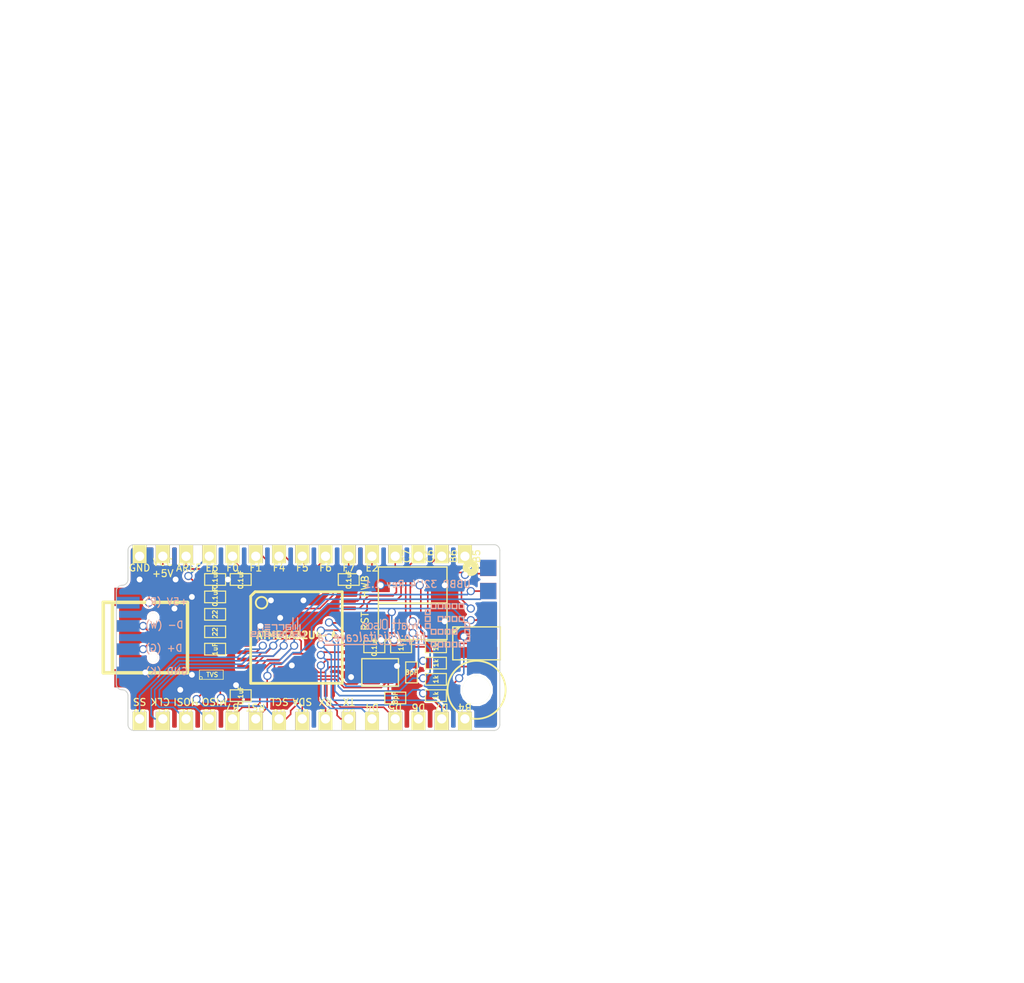
<source format=kicad_pcb>
(kicad_pcb (version 3) (host pcbnew "(22-Jun-2014 BZR 4027)-stable")

  (general
    (links 99)
    (no_connects 0)
    (area 28.5115 35.4711 154.160001 154.160001)
    (thickness 1.6)
    (drawings 61)
    (tracks 555)
    (zones 0)
    (modules 36)
    (nets 41)
  )

  (page User 203.2 203.2)
  (layers
    (15 F.Cu signal)
    (0 B.Cu signal)
    (16 B.Adhes user)
    (17 F.Adhes user)
    (18 B.Paste user)
    (19 F.Paste user)
    (20 B.SilkS user)
    (21 F.SilkS user)
    (22 B.Mask user)
    (23 F.Mask user)
    (24 Dwgs.User user)
    (25 Cmts.User user)
    (26 Eco1.User user)
    (27 Eco2.User user)
    (28 Edge.Cuts user)
  )

  (setup
    (last_trace_width 0.1778)
    (trace_clearance 0.1778)
    (zone_clearance 0.508)
    (zone_45_only no)
    (trace_min 0.254)
    (segment_width 0.2)
    (edge_width 0.1)
    (via_size 0.889)
    (via_drill 0.635)
    (via_min_size 0.889)
    (via_min_drill 0.508)
    (uvia_size 0.508)
    (uvia_drill 0.127)
    (uvias_allowed no)
    (uvia_min_size 0.508)
    (uvia_min_drill 0.127)
    (pcb_text_width 0.3)
    (pcb_text_size 1.5 1.5)
    (mod_edge_width 0.15)
    (mod_text_size 1 1)
    (mod_text_width 0.15)
    (pad_size 1.5 1.5)
    (pad_drill 0.6)
    (pad_to_mask_clearance 0)
    (aux_axis_origin 0 0)
    (visible_elements FFFFFFBF)
    (pcbplotparams
      (layerselection 3178497)
      (usegerberextensions true)
      (excludeedgelayer true)
      (linewidth 0.150000)
      (plotframeref false)
      (viasonmask false)
      (mode 1)
      (useauxorigin false)
      (hpglpennumber 1)
      (hpglpenspeed 20)
      (hpglpendiameter 15)
      (hpglpenoverlay 2)
      (psnegative false)
      (psa4output false)
      (plotreference true)
      (plotvalue true)
      (plotothertext true)
      (plotinvisibletext false)
      (padsonsilk false)
      (subtractmaskfromsilk false)
      (outputformat 1)
      (mirror false)
      (drillshape 1)
      (scaleselection 1)
      (outputdirectory ""))
  )

  (net 0 "")
  (net 1 +5V)
  (net 2 /AREF)
  (net 3 /B0)
  (net 4 /B1)
  (net 5 /B2)
  (net 6 /B3)
  (net 7 /B4)
  (net 8 /B5)
  (net 9 /B6)
  (net 10 /B7)
  (net 11 /C6)
  (net 12 /C7)
  (net 13 /D+)
  (net 14 /D-)
  (net 15 /D0)
  (net 16 /D1)
  (net 17 /D2)
  (net 18 /D3)
  (net 19 /D4)
  (net 20 /D5)
  (net 21 /D6)
  (net 22 /D7)
  (net 23 /E2)
  (net 24 /E6)
  (net 25 /F0)
  (net 26 /F1)
  (net 27 /F4)
  (net 28 /F5)
  (net 29 /F6)
  (net 30 /F7)
  (net 31 /L1)
  (net 32 /L2)
  (net 33 /L3)
  (net 34 /RESET)
  (net 35 GND)
  (net 36 N-0000032)
  (net 37 N-0000033)
  (net 38 N-0000037)
  (net 39 N-0000039)
  (net 40 N-0000041)

  (net_class Default "This is the default net class."
    (clearance 0.1778)
    (trace_width 0.1778)
    (via_dia 0.889)
    (via_drill 0.635)
    (uvia_dia 0.508)
    (uvia_drill 0.127)
    (add_net "")
    (add_net +5V)
    (add_net /AREF)
    (add_net /B0)
    (add_net /B1)
    (add_net /B2)
    (add_net /B3)
    (add_net /B4)
    (add_net /B5)
    (add_net /B6)
    (add_net /B7)
    (add_net /C6)
    (add_net /C7)
    (add_net /D+)
    (add_net /D-)
    (add_net /D0)
    (add_net /D1)
    (add_net /D2)
    (add_net /D3)
    (add_net /D4)
    (add_net /D5)
    (add_net /D6)
    (add_net /D7)
    (add_net /E2)
    (add_net /E6)
    (add_net /F0)
    (add_net /F1)
    (add_net /F4)
    (add_net /F5)
    (add_net /F6)
    (add_net /F7)
    (add_net /L1)
    (add_net /L2)
    (add_net /L3)
    (add_net /RESET)
    (add_net GND)
    (add_net N-0000032)
    (add_net N-0000033)
    (add_net N-0000037)
    (add_net N-0000039)
    (add_net N-0000041)
  )

  (module ISP_EDGE (layer F.Cu) (tedit 54BF07F3) (tstamp 545A652A)
    (at 98.18 111.35 90)
    (path /545A64CA)
    (fp_text reference P1 (at 2.54 0 90) (layer F.SilkS) hide
      (effects (font (size 1 1) (thickness 0.15)))
    )
    (fp_text value ISP (at -2.54 0 90) (layer F.SilkS) hide
      (effects (font (size 1 1) (thickness 0.15)))
    )
    (fp_circle (center 2.54 -4.445) (end 2.413 -4.445) (layer F.SilkS) (width 0.762))
    (pad 5 smd rect (at -2.54 -2.54 90) (size 1.778 1.778)
      (layers F.Cu F.Paste F.Mask)
      (net 34 /RESET)
    )
    (pad 3 smd rect (at 0 -2.54 90) (size 1.778 1.778)
      (layers F.Cu F.Paste F.Mask)
      (net 4 /B1)
    )
    (pad 1 smd rect (at 2.54 -2.54 90) (size 1.778 1.778)
      (layers F.Cu F.Paste F.Mask)
      (net 6 /B3)
    )
    (pad 6 smd rect (at -2.54 -2.54 90) (size 1.778 1.778)
      (layers B.Cu B.Paste B.Mask)
      (net 35 GND)
    )
    (pad 4 smd rect (at 0 -2.54 90) (size 1.778 1.778)
      (layers B.Cu B.Paste B.Mask)
      (net 5 /B2)
    )
    (pad 2 smd rect (at 2.54 -2.54 90) (size 1.778 1.778)
      (layers B.Cu B.Paste B.Mask)
      (net 1 +5V)
    )
  )

  (module PIN_ARRAY_4x1 (layer B.Cu) (tedit 54614468) (tstamp 54620867)
    (at 56.27 116.43 90)
    (descr "Double rangee de contacts 2 x 5 pins")
    (tags CONN)
    (fp_text reference PIN_ARRAY_4X1 (at 0 2.54 90) (layer B.SilkS) hide
      (effects (font (size 1.016 1.016) (thickness 0.2032)) (justify mirror))
    )
    (fp_text value Val** (at 0 -2.54 90) (layer B.SilkS) hide
      (effects (font (size 1.016 1.016) (thickness 0.2032)) (justify mirror))
    )
    (pad 1 smd rect (at -3.81 0 90) (size 1.27 2.54)
      (layers B.Cu B.Paste B.Mask)
      (net 35 GND)
    )
    (pad 2 smd rect (at -1.27 0 90) (size 1.27 2.54)
      (layers B.Cu B.Paste B.Mask)
      (net 13 /D+)
    )
    (pad 3 smd rect (at 1.27 0 90) (size 1.27 2.54)
      (layers B.Cu B.Paste B.Mask)
      (net 14 /D-)
    )
    (pad 4 smd rect (at 3.81 0 90) (size 1.27 2.54)
      (layers B.Cu B.Paste B.Mask)
      (net 1 +5V)
    )
  )

  (module 1pin (layer F.Cu) (tedit 54BEE905) (tstamp 5460E18B)
    (at 94.37 122.145)
    (descr "module 1 pin (ou trou mecanique de percage)")
    (tags DEV)
    (path 1pin)
    (fp_text reference 1PIN (at 0 -3.048) (layer F.SilkS) hide
      (effects (font (size 1.016 1.016) (thickness 0.254)))
    )
    (fp_text value P*** (at 0 2.794) (layer F.SilkS) hide
      (effects (font (size 1.016 1.016) (thickness 0.254)))
    )
    (pad "" np_thru_hole circle (at 0 0) (size 3.048 3.048) (drill 3.048)
      (layers *.Cu *.Mask F.SilkS)
    )
  )

  (module PIN_ARRAY_5x1 (layer F.Cu) (tedit 54594D66) (tstamp 545916F1)
    (at 62.62 125.32 180)
    (descr "Double rangee de contacts 2 x 5 pins")
    (tags CONN)
    (path /545917B2)
    (fp_text reference P7 (at 0 -2.54 180) (layer F.SilkS) hide
      (effects (font (size 1.016 1.016) (thickness 0.2032)))
    )
    (fp_text value CONN_5 (at 0 2.54 180) (layer F.SilkS) hide
      (effects (font (size 1.016 1.016) (thickness 0.2032)))
    )
    (pad 1 thru_hole rect (at -5.08 0 180) (size 1.524 2.032) (drill 1.016 (offset 0 -0.254))
      (layers *.Cu *.Mask F.SilkS)
      (net 10 /B7)
    )
    (pad 2 thru_hole rect (at -2.54 0 180) (size 1.524 2.032) (drill 1.016 (offset 0 -0.254))
      (layers *.Cu *.Mask F.SilkS)
      (net 6 /B3)
    )
    (pad 3 thru_hole rect (at 0 0 180) (size 1.524 2.032) (drill 1.016 (offset 0 -0.254))
      (layers *.Cu *.Mask F.SilkS)
      (net 5 /B2)
    )
    (pad 4 thru_hole rect (at 2.54 0 180) (size 1.524 2.032) (drill 1.016 (offset 0 -0.254))
      (layers *.Cu *.Mask F.SilkS)
      (net 4 /B1)
    )
    (pad 5 thru_hole rect (at 5.08 0 180) (size 1.524 2.032) (drill 1.016 (offset 0 -0.254))
      (layers *.Cu *.Mask F.SilkS)
      (net 3 /B0)
    )
    (model pin_array/pins_array_5x1.wrl
      (at (xyz 0 0 0))
      (scale (xyz 1 1 1))
      (rotate (xyz 0 0 0))
    )
  )

  (module PIN_ARRAY_5x1 (layer F.Cu) (tedit 54594D52) (tstamp 545916E4)
    (at 75.32 125.32 180)
    (descr "Double rangee de contacts 2 x 5 pins")
    (tags CONN)
    (path /545917B8)
    (fp_text reference P6 (at 0 -2.54 180) (layer F.SilkS) hide
      (effects (font (size 1.016 1.016) (thickness 0.2032)))
    )
    (fp_text value CONN_5 (at 0 2.54 180) (layer F.SilkS) hide
      (effects (font (size 1.016 1.016) (thickness 0.2032)))
    )
    (pad 1 thru_hole rect (at -5.08 0 180) (size 1.524 2.032) (drill 1.016 (offset 0 -0.254))
      (layers *.Cu *.Mask F.SilkS)
      (net 18 /D3)
    )
    (pad 2 thru_hole rect (at -2.54 0 180) (size 1.524 2.032) (drill 1.016 (offset 0 -0.254))
      (layers *.Cu *.Mask F.SilkS)
      (net 17 /D2)
    )
    (pad 3 thru_hole rect (at 0 0 180) (size 1.524 2.032) (drill 1.016 (offset 0 -0.254))
      (layers *.Cu *.Mask F.SilkS)
      (net 16 /D1)
    )
    (pad 4 thru_hole rect (at 2.54 0 180) (size 1.524 2.032) (drill 1.016 (offset 0 -0.254))
      (layers *.Cu *.Mask F.SilkS)
      (net 15 /D0)
    )
    (pad 5 thru_hole rect (at 5.08 0 180) (size 1.524 2.032) (drill 1.016 (offset 0 -0.254))
      (layers *.Cu *.Mask F.SilkS)
      (net 34 /RESET)
    )
    (model pin_array/pins_array_5x1.wrl
      (at (xyz 0 0 0))
      (scale (xyz 1 1 1))
      (rotate (xyz 0 0 0))
    )
  )

  (module PIN_ARRAY_5x1 (layer F.Cu) (tedit 54594D42) (tstamp 545916D7)
    (at 88.02 125.32 180)
    (descr "Double rangee de contacts 2 x 5 pins")
    (tags CONN)
    (path /545917BE)
    (fp_text reference P5 (at 0 -2.54 180) (layer F.SilkS) hide
      (effects (font (size 1.016 1.016) (thickness 0.2032)))
    )
    (fp_text value CONN_5 (at 0 2.54 180) (layer F.SilkS) hide
      (effects (font (size 1.016 1.016) (thickness 0.2032)))
    )
    (pad 1 thru_hole rect (at -5.08 0 180) (size 1.524 2.032) (drill 1.016 (offset 0 -0.254))
      (layers *.Cu *.Mask F.SilkS)
      (net 7 /B4)
    )
    (pad 2 thru_hole rect (at -2.54 0 180) (size 1.524 2.032) (drill 1.016 (offset 0 -0.254))
      (layers *.Cu *.Mask F.SilkS)
      (net 22 /D7)
    )
    (pad 3 thru_hole rect (at 0 0 180) (size 1.524 2.032) (drill 1.016 (offset 0 -0.254))
      (layers *.Cu *.Mask F.SilkS)
      (net 21 /D6)
    )
    (pad 4 thru_hole rect (at 2.54 0 180) (size 1.524 2.032) (drill 1.016 (offset 0 -0.254))
      (layers *.Cu *.Mask F.SilkS)
      (net 20 /D5)
    )
    (pad 5 thru_hole rect (at 5.08 0 180) (size 1.524 2.032) (drill 1.016 (offset 0 -0.254))
      (layers *.Cu *.Mask F.SilkS)
      (net 19 /D4)
    )
    (model pin_array/pins_array_5x1.wrl
      (at (xyz 0 0 0))
      (scale (xyz 1 1 1))
      (rotate (xyz 0 0 0))
    )
  )

  (module PIN_ARRAY_5x1 (layer F.Cu) (tedit 54594D34) (tstamp 54591718)
    (at 88.02 107.54)
    (descr "Double rangee de contacts 2 x 5 pins")
    (tags CONN)
    (path /54591799)
    (fp_text reference P4 (at 0 -2.54) (layer F.SilkS) hide
      (effects (font (size 1.016 1.016) (thickness 0.2032)))
    )
    (fp_text value CONN_5 (at 0 2.54) (layer F.SilkS) hide
      (effects (font (size 1.016 1.016) (thickness 0.2032)))
    )
    (pad 1 thru_hole rect (at -5.08 0) (size 1.524 2.032) (drill 1.016 (offset 0 -0.254))
      (layers *.Cu *.Mask F.SilkS)
      (net 23 /E2)
    )
    (pad 2 thru_hole rect (at -2.54 0) (size 1.524 2.032) (drill 1.016 (offset 0 -0.254))
      (layers *.Cu *.Mask F.SilkS)
      (net 12 /C7)
    )
    (pad 3 thru_hole rect (at 0 0) (size 1.524 2.032) (drill 1.016 (offset 0 -0.254))
      (layers *.Cu *.Mask F.SilkS)
      (net 11 /C6)
    )
    (pad 4 thru_hole rect (at 2.54 0) (size 1.524 2.032) (drill 1.016 (offset 0 -0.254))
      (layers *.Cu *.Mask F.SilkS)
      (net 9 /B6)
    )
    (pad 5 thru_hole rect (at 5.08 0) (size 1.524 2.032) (drill 1.016 (offset 0 -0.254))
      (layers *.Cu *.Mask F.SilkS)
      (net 8 /B5)
    )
    (model pin_array/pins_array_5x1.wrl
      (at (xyz 0 0 0))
      (scale (xyz 1 1 1))
      (rotate (xyz 0 0 0))
    )
  )

  (module PIN_ARRAY_5x1 (layer F.Cu) (tedit 54594D28) (tstamp 5459170B)
    (at 75.32 107.54)
    (descr "Double rangee de contacts 2 x 5 pins")
    (tags CONN)
    (path /545917A6)
    (fp_text reference P3 (at 0 -2.54) (layer F.SilkS) hide
      (effects (font (size 1.016 1.016) (thickness 0.2032)))
    )
    (fp_text value CONN_5 (at 0 2.54) (layer F.SilkS) hide
      (effects (font (size 1.016 1.016) (thickness 0.2032)))
    )
    (pad 1 thru_hole rect (at -5.08 0) (size 1.524 2.032) (drill 1.016 (offset 0 -0.254))
      (layers *.Cu *.Mask F.SilkS)
      (net 26 /F1)
    )
    (pad 2 thru_hole rect (at -2.54 0) (size 1.524 2.032) (drill 1.016 (offset 0 -0.254))
      (layers *.Cu *.Mask F.SilkS)
      (net 27 /F4)
    )
    (pad 3 thru_hole rect (at 0 0) (size 1.524 2.032) (drill 1.016 (offset 0 -0.254))
      (layers *.Cu *.Mask F.SilkS)
      (net 28 /F5)
    )
    (pad 4 thru_hole rect (at 2.54 0) (size 1.524 2.032) (drill 1.016 (offset 0 -0.254))
      (layers *.Cu *.Mask F.SilkS)
      (net 29 /F6)
    )
    (pad 5 thru_hole rect (at 5.08 0) (size 1.524 2.032) (drill 1.016 (offset 0 -0.254))
      (layers *.Cu *.Mask F.SilkS)
      (net 30 /F7)
    )
    (model pin_array/pins_array_5x1.wrl
      (at (xyz 0 0 0))
      (scale (xyz 1 1 1))
      (rotate (xyz 0 0 0))
    )
  )

  (module PIN_ARRAY_5x1 (layer F.Cu) (tedit 545BB72E) (tstamp 545916FE)
    (at 62.62 107.54)
    (descr "Double rangee de contacts 2 x 5 pins")
    (tags CONN)
    (path /545917AC)
    (fp_text reference P2 (at 0 -2.54) (layer F.SilkS) hide
      (effects (font (size 1.016 1.016) (thickness 0.2032)))
    )
    (fp_text value CONN_5 (at 0 2.54) (layer F.SilkS) hide
      (effects (font (size 1.016 1.016) (thickness 0.2032)))
    )
    (pad 1 thru_hole rect (at -5.08 0) (size 1.524 2.032) (drill 1.016 (offset 0 -0.254))
      (layers *.Cu *.Mask F.SilkS)
      (net 35 GND)
    )
    (pad 2 thru_hole rect (at -2.54 0) (size 1.524 2.032) (drill 1.016 (offset 0 -0.254))
      (layers *.Cu *.Mask F.SilkS)
      (net 1 +5V)
    )
    (pad 3 thru_hole rect (at 0 0) (size 1.524 2.032) (drill 1.016 (offset 0 -0.254))
      (layers *.Cu *.Mask F.SilkS)
      (net 2 /AREF)
    )
    (pad 4 thru_hole rect (at 2.54 0) (size 1.524 2.032) (drill 1.016 (offset 0 -0.254))
      (layers *.Cu *.Mask F.SilkS)
      (net 24 /E6)
    )
    (pad 5 thru_hole rect (at 5.08 0) (size 1.524 2.032) (drill 1.016 (offset 0 -0.254))
      (layers *.Cu *.Mask F.SilkS)
      (net 25 /F0)
    )
    (model pin_array/pins_array_5x1.wrl
      (at (xyz 0 0 0))
      (scale (xyz 1 1 1))
      (rotate (xyz 0 0 0))
    )
  )

  (module USB_MINI_B_fixed (layer F.Cu) (tedit 54594931) (tstamp 54591612)
    (at 58.175 116.43)
    (descr "USB Mini-B 5-pin SMD connector")
    (tags "USB, Mini-B, connector")
    (path /54580264)
    (fp_text reference CON1 (at 0 6.90118) (layer F.SilkS) hide
      (effects (font (size 1.016 1.016) (thickness 0.2032)))
    )
    (fp_text value USB-MINI-B (at 0 -7.0993) (layer F.SilkS) hide
      (effects (font (size 1.016 1.016) (thickness 0.2032)))
    )
    (fp_line (start -3.59918 -3.85064) (end -3.59918 3.85064) (layer F.SilkS) (width 0.381))
    (fp_line (start -4.59994 -3.85064) (end -4.59994 3.85064) (layer F.SilkS) (width 0.381))
    (fp_line (start -4.59994 3.85064) (end 4.59994 3.85064) (layer F.SilkS) (width 0.381))
    (fp_line (start 4.59994 3.85064) (end 4.59994 -3.85064) (layer F.SilkS) (width 0.381))
    (fp_line (start 4.59994 -3.85064) (end -4.59994 -3.85064) (layer F.SilkS) (width 0.381))
    (pad 1 smd rect (at 3.44932 -1.6002) (size 2.30124 0.50038)
      (layers F.Cu F.Paste F.Mask)
      (net 1 +5V)
    )
    (pad 2 smd rect (at 3.44932 -0.8001) (size 2.30124 0.50038)
      (layers F.Cu F.Paste F.Mask)
      (net 14 /D-)
    )
    (pad 3 smd rect (at 3.44932 0) (size 2.30124 0.50038)
      (layers F.Cu F.Paste F.Mask)
      (net 13 /D+)
    )
    (pad 4 smd rect (at 3.44932 0.8001) (size 2.30124 0.50038)
      (layers F.Cu F.Paste F.Mask)
    )
    (pad 5 smd rect (at 3.44932 1.6002) (size 2.30124 0.50038)
      (layers F.Cu F.Paste F.Mask)
      (net 35 GND)
    )
    (pad 6 smd rect (at 3.35026 -4.45008) (size 2.49936 1.99898)
      (layers F.Cu F.Paste F.Mask)
      (net 35 GND)
    )
    (pad 7 smd rect (at -2.14884 -4.45008) (size 2.49936 1.99898)
      (layers F.Cu F.Paste F.Mask)
      (net 35 GND)
    )
    (pad 8 smd rect (at 3.35026 4.45008) (size 2.49936 1.99898)
      (layers F.Cu F.Paste F.Mask)
      (net 35 GND)
    )
    (pad 9 smd rect (at -2.14884 4.45008) (size 2.49936 1.99898)
      (layers F.Cu F.Paste F.Mask)
      (net 35 GND)
    )
    (pad "" np_thru_hole circle (at 0.8509 -2.19964) (size 0.89916 0.89916) (drill 0.89916)
      (layers *.Cu *.Mask F.SilkS)
    )
    (pad "" np_thru_hole circle (at 0.8509 2.19964) (size 0.89916 0.89916) (drill 0.89916)
      (layers *.Cu *.Mask F.SilkS)
    )
  )

  (module TQFP44 (layer F.Cu) (tedit 54594F3D) (tstamp 54591648)
    (at 74.685 116.43)
    (path /5457F510)
    (attr smd)
    (fp_text reference U1 (at 0 -1.905) (layer F.SilkS) hide
      (effects (font (size 1.524 1.016) (thickness 0.2032)))
    )
    (fp_text value ATMEGA32U4-A (at 0 -0.254) (layer F.SilkS)
      (effects (font (size 0.762 0.762) (thickness 0.1905)))
    )
    (fp_line (start 5.0038 -5.0038) (end 5.0038 5.0038) (layer F.SilkS) (width 0.3048))
    (fp_line (start 5.0038 5.0038) (end -5.0038 5.0038) (layer F.SilkS) (width 0.3048))
    (fp_line (start -5.0038 -4.5212) (end -5.0038 5.0038) (layer F.SilkS) (width 0.3048))
    (fp_line (start -4.5212 -5.0038) (end 5.0038 -5.0038) (layer F.SilkS) (width 0.3048))
    (fp_line (start -5.0038 -4.5212) (end -4.5212 -5.0038) (layer F.SilkS) (width 0.3048))
    (fp_circle (center -3.81 -3.81) (end -3.81 -3.175) (layer F.SilkS) (width 0.2032))
    (pad 39 smd rect (at 0 -5.715) (size 0.4064 1.524)
      (layers F.Cu F.Paste F.Mask)
      (net 27 /F4)
    )
    (pad 40 smd rect (at -0.8001 -5.715) (size 0.4064 1.524)
      (layers F.Cu F.Paste F.Mask)
      (net 26 /F1)
    )
    (pad 41 smd rect (at -1.6002 -5.715) (size 0.4064 1.524)
      (layers F.Cu F.Paste F.Mask)
      (net 25 /F0)
    )
    (pad 42 smd rect (at -2.4003 -5.715) (size 0.4064 1.524)
      (layers F.Cu F.Paste F.Mask)
      (net 2 /AREF)
    )
    (pad 43 smd rect (at -3.2004 -5.715) (size 0.4064 1.524)
      (layers F.Cu F.Paste F.Mask)
      (net 35 GND)
    )
    (pad 44 smd rect (at -4.0005 -5.715) (size 0.4064 1.524)
      (layers F.Cu F.Paste F.Mask)
      (net 1 +5V)
    )
    (pad 38 smd rect (at 0.8001 -5.715) (size 0.4064 1.524)
      (layers F.Cu F.Paste F.Mask)
      (net 28 /F5)
    )
    (pad 37 smd rect (at 1.6002 -5.715) (size 0.4064 1.524)
      (layers F.Cu F.Paste F.Mask)
      (net 29 /F6)
    )
    (pad 36 smd rect (at 2.4003 -5.715) (size 0.4064 1.524)
      (layers F.Cu F.Paste F.Mask)
      (net 30 /F7)
    )
    (pad 35 smd rect (at 3.2004 -5.715) (size 0.4064 1.524)
      (layers F.Cu F.Paste F.Mask)
      (net 35 GND)
    )
    (pad 34 smd rect (at 4.0005 -5.715) (size 0.4064 1.524)
      (layers F.Cu F.Paste F.Mask)
      (net 1 +5V)
    )
    (pad 17 smd rect (at 0 5.715) (size 0.4064 1.524)
      (layers F.Cu F.Paste F.Mask)
      (net 37 N-0000033)
    )
    (pad 16 smd rect (at -0.8001 5.715) (size 0.4064 1.524)
      (layers F.Cu F.Paste F.Mask)
      (net 36 N-0000032)
    )
    (pad 15 smd rect (at -1.6002 5.715) (size 0.4064 1.524)
      (layers F.Cu F.Paste F.Mask)
      (net 35 GND)
    )
    (pad 14 smd rect (at -2.4003 5.715) (size 0.4064 1.524)
      (layers F.Cu F.Paste F.Mask)
      (net 1 +5V)
    )
    (pad 13 smd rect (at -3.2004 5.715) (size 0.4064 1.524)
      (layers F.Cu F.Paste F.Mask)
      (net 34 /RESET)
    )
    (pad 12 smd rect (at -4.0005 5.715) (size 0.4064 1.524)
      (layers F.Cu F.Paste F.Mask)
      (net 10 /B7)
    )
    (pad 18 smd rect (at 0.8001 5.715) (size 0.4064 1.524)
      (layers F.Cu F.Paste F.Mask)
      (net 15 /D0)
    )
    (pad 19 smd rect (at 1.6002 5.715) (size 0.4064 1.524)
      (layers F.Cu F.Paste F.Mask)
      (net 16 /D1)
    )
    (pad 20 smd rect (at 2.4003 5.715) (size 0.4064 1.524)
      (layers F.Cu F.Paste F.Mask)
      (net 17 /D2)
    )
    (pad 21 smd rect (at 3.2004 5.715) (size 0.4064 1.524)
      (layers F.Cu F.Paste F.Mask)
      (net 18 /D3)
    )
    (pad 22 smd rect (at 4.0005 5.715) (size 0.4064 1.524)
      (layers F.Cu F.Paste F.Mask)
      (net 20 /D5)
    )
    (pad 6 smd rect (at -5.715 0) (size 1.524 0.4064)
      (layers F.Cu F.Paste F.Mask)
      (net 38 N-0000037)
    )
    (pad 28 smd rect (at 5.715 0) (size 1.524 0.4064)
      (layers F.Cu F.Paste F.Mask)
      (net 7 /B4)
    )
    (pad 7 smd rect (at -5.715 0.8001) (size 1.524 0.4064)
      (layers F.Cu F.Paste F.Mask)
      (net 1 +5V)
    )
    (pad 27 smd rect (at 5.715 0.8001) (size 1.524 0.4064)
      (layers F.Cu F.Paste F.Mask)
      (net 22 /D7)
    )
    (pad 26 smd rect (at 5.715 1.6002) (size 1.524 0.4064)
      (layers F.Cu F.Paste F.Mask)
      (net 21 /D6)
    )
    (pad 8 smd rect (at -5.715 1.6002) (size 1.524 0.4064)
      (layers F.Cu F.Paste F.Mask)
      (net 3 /B0)
    )
    (pad 9 smd rect (at -5.715 2.4003) (size 1.524 0.4064)
      (layers F.Cu F.Paste F.Mask)
      (net 4 /B1)
    )
    (pad 25 smd rect (at 5.715 2.4003) (size 1.524 0.4064)
      (layers F.Cu F.Paste F.Mask)
      (net 19 /D4)
    )
    (pad 24 smd rect (at 5.715 3.2004) (size 1.524 0.4064)
      (layers F.Cu F.Paste F.Mask)
      (net 1 +5V)
    )
    (pad 10 smd rect (at -5.715 3.2004) (size 1.524 0.4064)
      (layers F.Cu F.Paste F.Mask)
      (net 5 /B2)
    )
    (pad 11 smd rect (at -5.715 4.0005) (size 1.524 0.4064)
      (layers F.Cu F.Paste F.Mask)
      (net 6 /B3)
    )
    (pad 23 smd rect (at 5.715 4.0005) (size 1.524 0.4064)
      (layers F.Cu F.Paste F.Mask)
      (net 35 GND)
    )
    (pad 29 smd rect (at 5.715 -0.8001) (size 1.524 0.4064)
      (layers F.Cu F.Paste F.Mask)
      (net 8 /B5)
    )
    (pad 5 smd rect (at -5.715 -0.8001) (size 1.524 0.4064)
      (layers F.Cu F.Paste F.Mask)
      (net 35 GND)
    )
    (pad 4 smd rect (at -5.715 -1.6002) (size 1.524 0.4064)
      (layers F.Cu F.Paste F.Mask)
      (net 40 N-0000041)
    )
    (pad 30 smd rect (at 5.715 -1.6002) (size 1.524 0.4064)
      (layers F.Cu F.Paste F.Mask)
      (net 9 /B6)
    )
    (pad 31 smd rect (at 5.715 -2.4003) (size 1.524 0.4064)
      (layers F.Cu F.Paste F.Mask)
      (net 11 /C6)
    )
    (pad 3 smd rect (at -5.715 -2.4003) (size 1.524 0.4064)
      (layers F.Cu F.Paste F.Mask)
      (net 39 N-0000039)
    )
    (pad 2 smd rect (at -5.715 -3.2004) (size 1.524 0.4064)
      (layers F.Cu F.Paste F.Mask)
      (net 1 +5V)
    )
    (pad 32 smd rect (at 5.715 -3.2004) (size 1.524 0.4064)
      (layers F.Cu F.Paste F.Mask)
      (net 12 /C7)
    )
    (pad 33 smd rect (at 5.715 -4.0005) (size 1.524 0.4064)
      (layers F.Cu F.Paste F.Mask)
      (net 23 /E2)
    )
    (pad 1 smd rect (at -5.715 -4.0005) (size 1.524 0.4064)
      (layers F.Cu F.Paste F.Mask)
      (net 24 /E6)
    )
  )

  (module SM0603_VALUE (layer F.Cu) (tedit 53CEE6C5) (tstamp 54591652)
    (at 89.925 117.446 180)
    (path /5458183C)
    (attr smd)
    (fp_text reference R7 (at 0 0 180) (layer F.SilkS) hide
      (effects (font (size 0.508 0.508) (thickness 0.1143)))
    )
    (fp_text value 1k (at 0 0 270) (layer F.SilkS)
      (effects (font (size 0.508 0.508) (thickness 0.1143)))
    )
    (fp_line (start -1.143 -0.635) (end 1.143 -0.635) (layer F.SilkS) (width 0.127))
    (fp_line (start 1.143 -0.635) (end 1.143 0.635) (layer F.SilkS) (width 0.127))
    (fp_line (start 1.143 0.635) (end -1.143 0.635) (layer F.SilkS) (width 0.127))
    (fp_line (start -1.143 0.635) (end -1.143 -0.635) (layer F.SilkS) (width 0.127))
    (pad 1 smd rect (at -0.762 0 180) (size 0.635 1.143)
      (layers F.Cu F.Paste F.Mask)
      (net 23 /E2)
    )
    (pad 2 smd rect (at 0.762 0 180) (size 0.635 1.143)
      (layers F.Cu F.Paste F.Mask)
      (net 1 +5V)
    )
    (model smd\resistors\R0603.wrl
      (at (xyz 0 0 0.001))
      (scale (xyz 0.5 0.5 0.5))
      (rotate (xyz 0 0 0))
    )
  )

  (module SM0603_VALUE (layer F.Cu) (tedit 53CEE6C5) (tstamp 54591666)
    (at 89.925 122.78 180)
    (path /54580CE7)
    (attr smd)
    (fp_text reference R4 (at 0 0 180) (layer F.SilkS) hide
      (effects (font (size 0.508 0.508) (thickness 0.1143)))
    )
    (fp_text value 1k (at 0 0 270) (layer F.SilkS)
      (effects (font (size 0.508 0.508) (thickness 0.1143)))
    )
    (fp_line (start -1.143 -0.635) (end 1.143 -0.635) (layer F.SilkS) (width 0.127))
    (fp_line (start 1.143 -0.635) (end 1.143 0.635) (layer F.SilkS) (width 0.127))
    (fp_line (start 1.143 0.635) (end -1.143 0.635) (layer F.SilkS) (width 0.127))
    (fp_line (start -1.143 0.635) (end -1.143 -0.635) (layer F.SilkS) (width 0.127))
    (pad 1 smd rect (at -0.762 0 180) (size 0.635 1.143)
      (layers F.Cu F.Paste F.Mask)
      (net 31 /L1)
    )
    (pad 2 smd rect (at 0.762 0 180) (size 0.635 1.143)
      (layers F.Cu F.Paste F.Mask)
      (net 7 /B4)
    )
    (model smd\resistors\R0603.wrl
      (at (xyz 0 0 0.001))
      (scale (xyz 0.5 0.5 0.5))
      (rotate (xyz 0 0 0))
    )
  )

  (module SM0603_VALUE (layer F.Cu) (tedit 53CEE6C5) (tstamp 54591670)
    (at 86.115 117.446 180)
    (path /54580AFB)
    (attr smd)
    (fp_text reference R3 (at 0 0 180) (layer F.SilkS) hide
      (effects (font (size 0.508 0.508) (thickness 0.1143)))
    )
    (fp_text value 1k (at 0 0 270) (layer F.SilkS)
      (effects (font (size 0.508 0.508) (thickness 0.1143)))
    )
    (fp_line (start -1.143 -0.635) (end 1.143 -0.635) (layer F.SilkS) (width 0.127))
    (fp_line (start 1.143 -0.635) (end 1.143 0.635) (layer F.SilkS) (width 0.127))
    (fp_line (start 1.143 0.635) (end -1.143 0.635) (layer F.SilkS) (width 0.127))
    (fp_line (start -1.143 0.635) (end -1.143 -0.635) (layer F.SilkS) (width 0.127))
    (pad 1 smd rect (at -0.762 0 180) (size 0.635 1.143)
      (layers F.Cu F.Paste F.Mask)
      (net 1 +5V)
    )
    (pad 2 smd rect (at 0.762 0 180) (size 0.635 1.143)
      (layers F.Cu F.Paste F.Mask)
      (net 34 /RESET)
    )
    (model smd\resistors\R0603.wrl
      (at (xyz 0 0 0.001))
      (scale (xyz 0.5 0.5 0.5))
      (rotate (xyz 0 0 0))
    )
  )

  (module SM0603_VALUE (layer F.Cu) (tedit 53CEE6C5) (tstamp 545916A2)
    (at 65.795 115.795)
    (path /545805FA)
    (attr smd)
    (fp_text reference R1 (at 0 0) (layer F.SilkS) hide
      (effects (font (size 0.508 0.508) (thickness 0.1143)))
    )
    (fp_text value 22 (at 0 0 90) (layer F.SilkS)
      (effects (font (size 0.508 0.508) (thickness 0.1143)))
    )
    (fp_line (start -1.143 -0.635) (end 1.143 -0.635) (layer F.SilkS) (width 0.127))
    (fp_line (start 1.143 -0.635) (end 1.143 0.635) (layer F.SilkS) (width 0.127))
    (fp_line (start 1.143 0.635) (end -1.143 0.635) (layer F.SilkS) (width 0.127))
    (fp_line (start -1.143 0.635) (end -1.143 -0.635) (layer F.SilkS) (width 0.127))
    (pad 1 smd rect (at -0.762 0) (size 0.635 1.143)
      (layers F.Cu F.Paste F.Mask)
      (net 13 /D+)
    )
    (pad 2 smd rect (at 0.762 0) (size 0.635 1.143)
      (layers F.Cu F.Paste F.Mask)
      (net 40 N-0000041)
    )
    (model smd\resistors\R0603.wrl
      (at (xyz 0 0 0.001))
      (scale (xyz 0.5 0.5 0.5))
      (rotate (xyz 0 0 0))
    )
  )

  (module SM0603_VALUE (layer F.Cu) (tedit 53CEE6C5) (tstamp 545916AC)
    (at 65.795 113.89)
    (path /545805E8)
    (attr smd)
    (fp_text reference R2 (at 0 0) (layer F.SilkS) hide
      (effects (font (size 0.508 0.508) (thickness 0.1143)))
    )
    (fp_text value 22 (at 0 0 90) (layer F.SilkS)
      (effects (font (size 0.508 0.508) (thickness 0.1143)))
    )
    (fp_line (start -1.143 -0.635) (end 1.143 -0.635) (layer F.SilkS) (width 0.127))
    (fp_line (start 1.143 -0.635) (end 1.143 0.635) (layer F.SilkS) (width 0.127))
    (fp_line (start 1.143 0.635) (end -1.143 0.635) (layer F.SilkS) (width 0.127))
    (fp_line (start -1.143 0.635) (end -1.143 -0.635) (layer F.SilkS) (width 0.127))
    (pad 1 smd rect (at -0.762 0) (size 0.635 1.143)
      (layers F.Cu F.Paste F.Mask)
      (net 14 /D-)
    )
    (pad 2 smd rect (at 0.762 0) (size 0.635 1.143)
      (layers F.Cu F.Paste F.Mask)
      (net 39 N-0000039)
    )
    (model smd\resistors\R0603.wrl
      (at (xyz 0 0 0.001))
      (scale (xyz 0.5 0.5 0.5))
      (rotate (xyz 0 0 0))
    )
  )

  (module SM0603_VALUE (layer F.Cu) (tedit 53CEE6C5) (tstamp 545916B6)
    (at 65.795 117.7)
    (path /545804FB)
    (attr smd)
    (fp_text reference C4 (at 0 0) (layer F.SilkS) hide
      (effects (font (size 0.508 0.508) (thickness 0.1143)))
    )
    (fp_text value 1uF (at 0 0 90) (layer F.SilkS)
      (effects (font (size 0.508 0.508) (thickness 0.1143)))
    )
    (fp_line (start -1.143 -0.635) (end 1.143 -0.635) (layer F.SilkS) (width 0.127))
    (fp_line (start 1.143 -0.635) (end 1.143 0.635) (layer F.SilkS) (width 0.127))
    (fp_line (start 1.143 0.635) (end -1.143 0.635) (layer F.SilkS) (width 0.127))
    (fp_line (start -1.143 0.635) (end -1.143 -0.635) (layer F.SilkS) (width 0.127))
    (pad 1 smd rect (at -0.762 0) (size 0.635 1.143)
      (layers F.Cu F.Paste F.Mask)
      (net 35 GND)
    )
    (pad 2 smd rect (at 0.762 0) (size 0.635 1.143)
      (layers F.Cu F.Paste F.Mask)
      (net 38 N-0000037)
    )
    (model smd\resistors\R0603.wrl
      (at (xyz 0 0 0.001))
      (scale (xyz 0.5 0.5 0.5))
      (rotate (xyz 0 0 0))
    )
  )

  (module SM0603_VALUE (layer F.Cu) (tedit 53CEE6C5) (tstamp 545916C0)
    (at 65.795 110.08 180)
    (path /54580478)
    (attr smd)
    (fp_text reference C3 (at 0 0 180) (layer F.SilkS) hide
      (effects (font (size 0.508 0.508) (thickness 0.1143)))
    )
    (fp_text value 0.1uF (at 0 0 270) (layer F.SilkS)
      (effects (font (size 0.508 0.508) (thickness 0.1143)))
    )
    (fp_line (start -1.143 -0.635) (end 1.143 -0.635) (layer F.SilkS) (width 0.127))
    (fp_line (start 1.143 -0.635) (end 1.143 0.635) (layer F.SilkS) (width 0.127))
    (fp_line (start 1.143 0.635) (end -1.143 0.635) (layer F.SilkS) (width 0.127))
    (fp_line (start -1.143 0.635) (end -1.143 -0.635) (layer F.SilkS) (width 0.127))
    (pad 1 smd rect (at -0.762 0 180) (size 0.635 1.143)
      (layers F.Cu F.Paste F.Mask)
      (net 35 GND)
    )
    (pad 2 smd rect (at 0.762 0 180) (size 0.635 1.143)
      (layers F.Cu F.Paste F.Mask)
      (net 2 /AREF)
    )
    (model smd\resistors\R0603.wrl
      (at (xyz 0 0 0.001))
      (scale (xyz 0.5 0.5 0.5))
      (rotate (xyz 0 0 0))
    )
  )

  (module SM0603_VALUE (layer F.Cu) (tedit 53CEE6C5) (tstamp 54638898)
    (at 65.795 111.985)
    (path /54AC0BBC)
    (attr smd)
    (fp_text reference C5 (at 0 0) (layer F.SilkS) hide
      (effects (font (size 0.508 0.508) (thickness 0.1143)))
    )
    (fp_text value 0.1uF (at 0 0 90) (layer F.SilkS)
      (effects (font (size 0.508 0.508) (thickness 0.1143)))
    )
    (fp_line (start -1.143 -0.635) (end 1.143 -0.635) (layer F.SilkS) (width 0.127))
    (fp_line (start 1.143 -0.635) (end 1.143 0.635) (layer F.SilkS) (width 0.127))
    (fp_line (start 1.143 0.635) (end -1.143 0.635) (layer F.SilkS) (width 0.127))
    (fp_line (start -1.143 0.635) (end -1.143 -0.635) (layer F.SilkS) (width 0.127))
    (pad 1 smd rect (at -0.762 0) (size 0.635 1.143)
      (layers F.Cu F.Paste F.Mask)
      (net 35 GND)
    )
    (pad 2 smd rect (at 0.762 0) (size 0.635 1.143)
      (layers F.Cu F.Paste F.Mask)
      (net 1 +5V)
    )
    (model smd\resistors\R0603.wrl
      (at (xyz 0 0 0.001))
      (scale (xyz 0.5 0.5 0.5))
      (rotate (xyz 0 0 0))
    )
  )

  (module SM0603_VALUE (layer F.Cu) (tedit 53CEE6C5) (tstamp 545BB8D1)
    (at 89.925 121.002 180)
    (path /545BBA0D)
    (attr smd)
    (fp_text reference R5 (at 0 0 180) (layer F.SilkS) hide
      (effects (font (size 0.508 0.508) (thickness 0.1143)))
    )
    (fp_text value 1k (at 0 0 270) (layer F.SilkS)
      (effects (font (size 0.508 0.508) (thickness 0.1143)))
    )
    (fp_line (start -1.143 -0.635) (end 1.143 -0.635) (layer F.SilkS) (width 0.127))
    (fp_line (start 1.143 -0.635) (end 1.143 0.635) (layer F.SilkS) (width 0.127))
    (fp_line (start 1.143 0.635) (end -1.143 0.635) (layer F.SilkS) (width 0.127))
    (fp_line (start -1.143 0.635) (end -1.143 -0.635) (layer F.SilkS) (width 0.127))
    (pad 1 smd rect (at -0.762 0 180) (size 0.635 1.143)
      (layers F.Cu F.Paste F.Mask)
      (net 32 /L2)
    )
    (pad 2 smd rect (at 0.762 0 180) (size 0.635 1.143)
      (layers F.Cu F.Paste F.Mask)
      (net 8 /B5)
    )
    (model smd\resistors\R0603.wrl
      (at (xyz 0 0 0.001))
      (scale (xyz 0.5 0.5 0.5))
      (rotate (xyz 0 0 0))
    )
  )

  (module SM0603_VALUE (layer F.Cu) (tedit 53CEE6C5) (tstamp 545BB8DB)
    (at 89.925 119.224 180)
    (path /545BBA13)
    (attr smd)
    (fp_text reference R6 (at 0 0 180) (layer F.SilkS) hide
      (effects (font (size 0.508 0.508) (thickness 0.1143)))
    )
    (fp_text value 1k (at 0 0 270) (layer F.SilkS)
      (effects (font (size 0.508 0.508) (thickness 0.1143)))
    )
    (fp_line (start -1.143 -0.635) (end 1.143 -0.635) (layer F.SilkS) (width 0.127))
    (fp_line (start 1.143 -0.635) (end 1.143 0.635) (layer F.SilkS) (width 0.127))
    (fp_line (start 1.143 0.635) (end -1.143 0.635) (layer F.SilkS) (width 0.127))
    (fp_line (start -1.143 0.635) (end -1.143 -0.635) (layer F.SilkS) (width 0.127))
    (pad 1 smd rect (at -0.762 0 180) (size 0.635 1.143)
      (layers F.Cu F.Paste F.Mask)
      (net 33 /L3)
    )
    (pad 2 smd rect (at 0.762 0 180) (size 0.635 1.143)
      (layers F.Cu F.Paste F.Mask)
      (net 9 /B6)
    )
    (model smd\resistors\R0603.wrl
      (at (xyz 0 0 0.001))
      (scale (xyz 0.5 0.5 0.5))
      (rotate (xyz 0 0 0))
    )
  )

  (module WJ10 (layer B.Cu) (tedit 5399BDF5) (tstamp 545CA4EC)
    (at 72.78 115.795 180)
    (fp_text reference WJ10 (at 0 0 180) (layer B.SilkS) hide
      (effects (font (size 1 1) (thickness 0.15)) (justify mirror))
    )
    (fp_text value VAL** (at 0 0 180) (layer B.SilkS) hide
      (effects (font (size 1 1) (thickness 0.15)) (justify mirror))
    )
    (fp_line (start -2.286 -0.508) (end -2.286 0.762) (layer B.SilkS) (width 0.15))
    (fp_line (start -2.794 -0.508) (end -2.794 0) (layer B.SilkS) (width 0.15))
    (fp_line (start -2.286 -0.508) (end -2.794 -0.508) (layer B.SilkS) (width 0.15))
    (fp_line (start 3.048 -0.508) (end 2.54 -0.508) (layer B.SilkS) (width 0.15))
    (fp_line (start 3.048 -0.254) (end 3.048 -0.508) (layer B.SilkS) (width 0.15))
    (fp_line (start 2.54 -0.254) (end 3.048 -0.254) (layer B.SilkS) (width 0.15))
    (fp_line (start 2.54 0) (end 2.54 -0.254) (layer B.SilkS) (width 0.15))
    (fp_line (start 3.048 0) (end 2.54 0) (layer B.SilkS) (width 0.15))
    (fp_line (start 2.286 0) (end 2.286 -1.016) (layer B.SilkS) (width 0.15))
    (fp_line (start 1.778 0) (end 2.286 0) (layer B.SilkS) (width 0.15))
    (fp_line (start 1.778 -0.508) (end 1.778 0) (layer B.SilkS) (width 0.15))
    (fp_line (start -0.762 -0.508) (end -0.762 -1.016) (layer B.SilkS) (width 0.15))
    (fp_line (start 1.016 -0.508) (end 1.524 -0.508) (layer B.SilkS) (width 0.15))
    (fp_line (start 1.016 -0.254) (end 1.524 -0.254) (layer B.SilkS) (width 0.15))
    (fp_line (start 1.016 0) (end 1.524 0) (layer B.SilkS) (width 0.15))
    (fp_line (start 0.762 -0.508) (end 0.254 -0.508) (layer B.SilkS) (width 0.15))
    (fp_line (start 0.762 -0.254) (end 0.762 -0.508) (layer B.SilkS) (width 0.15))
    (fp_line (start 0.254 -0.254) (end 0.762 -0.254) (layer B.SilkS) (width 0.15))
    (fp_line (start 0.254 0) (end 0.254 -0.254) (layer B.SilkS) (width 0.15))
    (fp_line (start 0.762 0) (end 0.254 0) (layer B.SilkS) (width 0.15))
    (fp_line (start 0 -0.508) (end -0.508 -0.508) (layer B.SilkS) (width 0.15))
    (fp_line (start 0 -0.254) (end 0 -0.508) (layer B.SilkS) (width 0.15))
    (fp_line (start -0.508 -0.254) (end 0 -0.254) (layer B.SilkS) (width 0.15))
    (fp_line (start -0.508 0) (end -0.508 -0.254) (layer B.SilkS) (width 0.15))
    (fp_line (start 0 0) (end -0.508 0) (layer B.SilkS) (width 0.15))
    (fp_line (start -0.762 -0.508) (end -0.762 0) (layer B.SilkS) (width 0.15))
    (fp_line (start -1.27 0) (end -0.762 0) (layer B.SilkS) (width 0.15))
    (fp_line (start -1.27 -0.508) (end -1.27 0) (layer B.SilkS) (width 0.15))
    (fp_line (start -2.032 -0.508) (end -1.524 -0.508) (layer B.SilkS) (width 0.15))
    (fp_line (start -2.032 -0.254) (end -2.032 -0.508) (layer B.SilkS) (width 0.15))
    (fp_line (start -2.032 -0.254) (end -1.524 -0.254) (layer B.SilkS) (width 0.15))
    (fp_line (start -1.524 0) (end -1.524 -0.508) (layer B.SilkS) (width 0.15))
    (fp_line (start -2.032 0) (end -1.524 0) (layer B.SilkS) (width 0.15))
    (fp_line (start -1.524 1.524) (end -1.524 0.254) (layer B.SilkS) (width 0.15))
    (fp_line (start -1.778 0.762) (end -1.778 0.254) (layer B.SilkS) (width 0.15))
    (fp_line (start -2.032 1.524) (end -2.032 0.254) (layer B.SilkS) (width 0.15))
    (fp_line (start 2.286 0.762) (end 2.286 0.254) (layer B.SilkS) (width 0.15))
    (fp_line (start 1.778 0.762) (end 2.286 0.762) (layer B.SilkS) (width 0.15))
    (fp_line (start 1.778 0.254) (end 1.778 0.762) (layer B.SilkS) (width 0.15))
    (fp_line (start 1.016 0.254) (end 1.524 0.254) (layer B.SilkS) (width 0.15))
    (fp_line (start 1.016 0.508) (end 1.524 0.508) (layer B.SilkS) (width 0.15))
    (fp_line (start 1.016 0.762) (end 1.524 0.762) (layer B.SilkS) (width 0.15))
    (fp_line (start 0.254 0.762) (end 0.762 0.762) (layer B.SilkS) (width 0.15))
    (fp_line (start 0.254 0.254) (end 0.254 0.762) (layer B.SilkS) (width 0.15))
    (fp_line (start -0.508 0.762) (end 0 0.762) (layer B.SilkS) (width 0.15))
    (fp_line (start -0.508 0.762) (end -0.508 0.254) (layer B.SilkS) (width 0.15))
    (fp_line (start -1.27 0.508) (end -0.762 0.508) (layer B.SilkS) (width 0.15))
    (fp_line (start -1.27 0.254) (end -1.27 0.508) (layer B.SilkS) (width 0.15))
    (fp_line (start -0.762 0.254) (end -1.27 0.254) (layer B.SilkS) (width 0.15))
    (fp_line (start -0.762 0.762) (end -0.762 0.254) (layer B.SilkS) (width 0.15))
    (fp_line (start -1.27 0.762) (end -0.762 0.762) (layer B.SilkS) (width 0.15))
  )

  (module DIGITALCAVE_LOGO (layer B.Cu) (tedit 54639F29) (tstamp 54640A81)
    (at 91.195 115.16)
    (fp_text reference VAL (at 0 0) (layer B.SilkS) hide
      (effects (font (size 0.381 0.381) (thickness 0.127)) (justify mirror))
    )
    (fp_text value REF (at 0 0) (layer B.SilkS) hide
      (effects (font (size 0.381 0.381) (thickness 0.127)) (justify mirror))
    )
    (fp_line (start 1.27 -1.905) (end 1.778 -1.905) (layer B.SilkS) (width 0.15))
    (fp_line (start 1.778 -1.905) (end 1.778 -2.413) (layer B.SilkS) (width 0.15))
    (fp_line (start 1.778 -2.413) (end 1.27 -2.413) (layer B.SilkS) (width 0.15))
    (fp_line (start 1.27 -2.413) (end 1.27 -1.905) (layer B.SilkS) (width 0.15))
    (fp_line (start 0.508 -1.905) (end 1.016 -1.905) (layer B.SilkS) (width 0.15))
    (fp_line (start 1.016 -1.905) (end 1.016 -2.413) (layer B.SilkS) (width 0.15))
    (fp_line (start 1.016 -2.413) (end 0.508 -2.413) (layer B.SilkS) (width 0.15))
    (fp_line (start 0.508 -2.413) (end 0.508 -1.905) (layer B.SilkS) (width 0.15))
    (fp_line (start -0.254 -1.905) (end 0.254 -1.905) (layer B.SilkS) (width 0.15))
    (fp_line (start 0.254 -1.905) (end 0.254 -2.413) (layer B.SilkS) (width 0.15))
    (fp_line (start 0.254 -2.413) (end -0.254 -2.413) (layer B.SilkS) (width 0.15))
    (fp_line (start -0.254 -2.413) (end -0.254 -1.905) (layer B.SilkS) (width 0.15))
    (fp_line (start -1.016 -1.905) (end -0.508 -1.905) (layer B.SilkS) (width 0.15))
    (fp_line (start -0.508 -1.905) (end -0.508 -2.413) (layer B.SilkS) (width 0.15))
    (fp_line (start -0.508 -2.413) (end -1.016 -2.413) (layer B.SilkS) (width 0.15))
    (fp_line (start -1.016 -2.413) (end -1.016 -1.905) (layer B.SilkS) (width 0.15))
    (fp_line (start -1.778 -1.905) (end -1.27 -1.905) (layer B.SilkS) (width 0.15))
    (fp_line (start -1.27 -1.905) (end -1.27 -2.413) (layer B.SilkS) (width 0.15))
    (fp_line (start -1.27 -2.413) (end -1.778 -2.413) (layer B.SilkS) (width 0.15))
    (fp_line (start -1.778 -2.413) (end -1.778 -1.905) (layer B.SilkS) (width 0.15))
    (fp_line (start -2.413 -1.27) (end -1.905 -1.27) (layer B.SilkS) (width 0.15))
    (fp_line (start -1.905 -1.27) (end -1.905 -1.778) (layer B.SilkS) (width 0.15))
    (fp_line (start -1.905 -1.778) (end -2.413 -1.778) (layer B.SilkS) (width 0.15))
    (fp_line (start -2.413 -1.778) (end -2.413 -1.27) (layer B.SilkS) (width 0.15))
    (fp_line (start -1.905 -0.508) (end -1.905 -1.016) (layer B.SilkS) (width 0.15))
    (fp_line (start -1.905 -1.016) (end -2.413 -1.016) (layer B.SilkS) (width 0.15))
    (fp_line (start -2.413 -1.016) (end -2.413 -0.508) (layer B.SilkS) (width 0.15))
    (fp_line (start -2.413 -0.508) (end -1.905 -0.508) (layer B.SilkS) (width 0.15))
    (fp_line (start -1.905 0.254) (end -1.905 -0.254) (layer B.SilkS) (width 0.15))
    (fp_line (start -1.905 -0.254) (end -2.413 -0.254) (layer B.SilkS) (width 0.15))
    (fp_line (start -2.413 -0.254) (end -2.413 0.254) (layer B.SilkS) (width 0.15))
    (fp_line (start -2.413 0.254) (end -1.905 0.254) (layer B.SilkS) (width 0.15))
    (fp_line (start -1.27 0.889) (end -1.27 0.381) (layer B.SilkS) (width 0.15))
    (fp_line (start -1.27 0.381) (end -1.778 0.381) (layer B.SilkS) (width 0.15))
    (fp_line (start -1.778 0.381) (end -1.778 0.889) (layer B.SilkS) (width 0.15))
    (fp_line (start -1.778 0.889) (end -1.27 0.889) (layer B.SilkS) (width 0.15))
    (fp_line (start -0.508 0.381) (end -0.508 0.889) (layer B.SilkS) (width 0.15))
    (fp_line (start -0.508 0.889) (end -1.016 0.889) (layer B.SilkS) (width 0.15))
    (fp_line (start -1.016 0.889) (end -1.016 0.381) (layer B.SilkS) (width 0.15))
    (fp_line (start -1.016 0.381) (end -0.508 0.381) (layer B.SilkS) (width 0.15))
    (fp_line (start 0.254 0.889) (end 0.254 0.381) (layer B.SilkS) (width 0.15))
    (fp_line (start 0.254 0.381) (end -0.254 0.381) (layer B.SilkS) (width 0.15))
    (fp_line (start -0.254 0.381) (end -0.254 0.889) (layer B.SilkS) (width 0.15))
    (fp_line (start -0.254 0.889) (end 0.254 0.889) (layer B.SilkS) (width 0.15))
    (fp_line (start 1.016 0.381) (end 1.016 0.889) (layer B.SilkS) (width 0.15))
    (fp_line (start 1.016 0.889) (end 0.508 0.889) (layer B.SilkS) (width 0.15))
    (fp_line (start 0.508 0.889) (end 0.508 0.381) (layer B.SilkS) (width 0.15))
    (fp_line (start 0.508 0.381) (end 1.016 0.381) (layer B.SilkS) (width 0.15))
    (fp_line (start -0.508 -1.016) (end -0.508 -0.508) (layer B.SilkS) (width 0.15))
    (fp_line (start -0.508 -0.508) (end -1.016 -0.508) (layer B.SilkS) (width 0.15))
    (fp_line (start -1.016 -0.508) (end -1.016 -1.016) (layer B.SilkS) (width 0.15))
    (fp_line (start -1.016 -1.016) (end -0.508 -1.016) (layer B.SilkS) (width 0.15))
    (fp_line (start 0.254 -1.016) (end -0.254 -1.016) (layer B.SilkS) (width 0.15))
    (fp_line (start -0.254 -1.016) (end -0.254 -0.508) (layer B.SilkS) (width 0.15))
    (fp_line (start 0.254 -1.016) (end 0.254 -0.508) (layer B.SilkS) (width 0.15))
    (fp_line (start 0.254 -0.508) (end -0.254 -0.508) (layer B.SilkS) (width 0.15))
    (fp_line (start 1.016 -0.508) (end 1.016 -1.016) (layer B.SilkS) (width 0.15))
    (fp_line (start 1.016 -1.016) (end 0.508 -1.016) (layer B.SilkS) (width 0.15))
    (fp_line (start 0.508 -1.016) (end 0.508 -0.508) (layer B.SilkS) (width 0.15))
    (fp_line (start 0.508 -0.508) (end 1.016 -0.508) (layer B.SilkS) (width 0.15))
    (fp_line (start 1.778 -0.508) (end 1.778 -1.016) (layer B.SilkS) (width 0.15))
    (fp_line (start 1.778 -1.016) (end 1.27 -1.016) (layer B.SilkS) (width 0.15))
    (fp_line (start 1.27 -1.016) (end 1.27 -0.508) (layer B.SilkS) (width 0.15))
    (fp_line (start 1.27 -0.508) (end 1.778 -0.508) (layer B.SilkS) (width 0.15))
    (fp_line (start 1.905 0.127) (end 2.413 0.127) (layer B.SilkS) (width 0.15))
    (fp_line (start 2.413 0.127) (end 2.413 -0.381) (layer B.SilkS) (width 0.15))
    (fp_line (start 2.413 -0.381) (end 1.905 -0.381) (layer B.SilkS) (width 0.15))
    (fp_line (start 1.905 -0.381) (end 1.905 0.127) (layer B.SilkS) (width 0.15))
    (fp_line (start 1.905 0.889) (end 2.413 0.889) (layer B.SilkS) (width 0.15))
    (fp_line (start 2.413 0.889) (end 2.413 0.381) (layer B.SilkS) (width 0.15))
    (fp_line (start 2.413 0.381) (end 1.905 0.381) (layer B.SilkS) (width 0.15))
    (fp_line (start 1.905 0.381) (end 1.905 0.889) (layer B.SilkS) (width 0.15))
    (fp_line (start 1.905 1.651) (end 2.413 1.651) (layer B.SilkS) (width 0.15))
    (fp_line (start 2.413 1.651) (end 2.413 1.143) (layer B.SilkS) (width 0.15))
    (fp_line (start 2.413 1.143) (end 1.905 1.143) (layer B.SilkS) (width 0.15))
    (fp_line (start 1.905 1.143) (end 1.905 1.651) (layer B.SilkS) (width 0.15))
    (fp_line (start 1.27 2.286) (end 1.27 1.778) (layer B.SilkS) (width 0.15))
    (fp_line (start 1.27 1.778) (end 1.778 1.778) (layer B.SilkS) (width 0.15))
    (fp_line (start 1.778 1.778) (end 1.778 2.286) (layer B.SilkS) (width 0.15))
    (fp_line (start 1.778 2.286) (end 1.27 2.286) (layer B.SilkS) (width 0.15))
    (fp_line (start 0.508 2.286) (end 0.508 1.778) (layer B.SilkS) (width 0.15))
    (fp_line (start 0.508 1.778) (end 1.016 1.778) (layer B.SilkS) (width 0.15))
    (fp_line (start 1.016 1.778) (end 1.016 2.286) (layer B.SilkS) (width 0.15))
    (fp_line (start 1.016 2.286) (end 0.508 2.286) (layer B.SilkS) (width 0.15))
    (fp_line (start -0.254 2.286) (end -0.254 1.778) (layer B.SilkS) (width 0.15))
    (fp_line (start -0.254 1.778) (end 0.254 1.778) (layer B.SilkS) (width 0.15))
    (fp_line (start 0.254 1.778) (end 0.254 2.286) (layer B.SilkS) (width 0.15))
    (fp_line (start 0.254 2.286) (end -0.254 2.286) (layer B.SilkS) (width 0.15))
    (fp_line (start -1.016 2.286) (end -1.016 1.778) (layer B.SilkS) (width 0.15))
    (fp_line (start -1.016 1.778) (end -0.508 1.778) (layer B.SilkS) (width 0.15))
    (fp_line (start -0.508 1.778) (end -0.508 2.286) (layer B.SilkS) (width 0.15))
    (fp_line (start -0.508 2.286) (end -1.016 2.286) (layer B.SilkS) (width 0.15))
    (fp_line (start -1.778 2.286) (end -1.778 1.778) (layer B.SilkS) (width 0.15))
    (fp_line (start -1.778 1.778) (end -1.27 1.778) (layer B.SilkS) (width 0.15))
    (fp_line (start -1.27 1.778) (end -1.27 2.286) (layer B.SilkS) (width 0.15))
    (fp_line (start -1.27 2.286) (end -1.778 2.286) (layer B.SilkS) (width 0.15))
  )

  (module DIGITALCAVE_AUTHOR (layer B.Cu) (tedit 5463A736) (tstamp 5464D085)
    (at 84.845 115.16 180)
    (fp_text reference VAL (at 0 0 180) (layer B.SilkS) hide
      (effects (font (size 1.143 1.143) (thickness 0.1778)) (justify mirror))
    )
    (fp_text value DIGITALCAVE_AUTHOR (at 0 0 180) (layer B.SilkS) hide
      (effects (font (size 1.143 1.143) (thickness 0.1778)) (justify mirror))
    )
    (fp_line (start 2.9464 0.1524) (end 2.9464 -0.3556) (layer B.SilkS) (width 0.127))
    (fp_line (start 2.7432 0.3048) (end 2.794 0.3048) (layer B.SilkS) (width 0.127))
    (fp_line (start 2.794 0.3048) (end 2.8956 0.254) (layer B.SilkS) (width 0.127))
    (fp_line (start 2.8956 0.254) (end 2.9464 0.1524) (layer B.SilkS) (width 0.127))
    (fp_line (start 2.6416 0.254) (end 2.7432 0.3048) (layer B.SilkS) (width 0.127))
    (fp_line (start 2.6416 0.254) (end 2.4892 0.1524) (layer B.SilkS) (width 0.127))
    (fp_line (start 2.4892 0.3048) (end 2.4892 -0.3556) (layer B.SilkS) (width 0.127))
    (fp_line (start 1.8796 0.1524) (end 1.8796 -0.2032) (layer B.SilkS) (width 0.127))
    (fp_line (start 1.8796 -0.2032) (end 1.9304 -0.3048) (layer B.SilkS) (width 0.127))
    (fp_line (start 1.9304 -0.3048) (end 2.032 -0.3556) (layer B.SilkS) (width 0.127))
    (fp_line (start 2.032 -0.3556) (end 2.1336 -0.3556) (layer B.SilkS) (width 0.127))
    (fp_line (start 2.1336 -0.3556) (end 2.2352 -0.3048) (layer B.SilkS) (width 0.127))
    (fp_line (start 2.2352 -0.3048) (end 2.286 -0.2032) (layer B.SilkS) (width 0.127))
    (fp_line (start 2.286 -0.2032) (end 2.286 0.1524) (layer B.SilkS) (width 0.127))
    (fp_line (start 2.286 0.1524) (end 2.2352 0.254) (layer B.SilkS) (width 0.127))
    (fp_line (start 2.2352 0.254) (end 2.1336 0.3048) (layer B.SilkS) (width 0.127))
    (fp_line (start 2.1336 0.3048) (end 2.0828 0.3048) (layer B.SilkS) (width 0.127))
    (fp_line (start 2.032 0.3048) (end 1.9304 0.254) (layer B.SilkS) (width 0.127))
    (fp_line (start 1.9304 0.254) (end 1.8796 0.1524) (layer B.SilkS) (width 0.127))
    (fp_line (start 1.3716 0.3048) (end 1.6256 0.3048) (layer B.SilkS) (width 0.127))
    (fp_line (start 1.3716 0) (end 1.524 0) (layer B.SilkS) (width 0.127))
    (fp_line (start 1.3716 0) (end 1.27 0.0508) (layer B.SilkS) (width 0.127))
    (fp_line (start 1.27 0.0508) (end 1.2192 0.1524) (layer B.SilkS) (width 0.127))
    (fp_line (start 1.2192 0.1524) (end 1.27 0.254) (layer B.SilkS) (width 0.127))
    (fp_line (start 1.27 0.254) (end 1.3716 0.3048) (layer B.SilkS) (width 0.127))
    (fp_line (start 1.27 -0.3556) (end 1.524 -0.3556) (layer B.SilkS) (width 0.127))
    (fp_line (start 1.524 -0.3556) (end 1.6256 -0.3048) (layer B.SilkS) (width 0.127))
    (fp_line (start 1.6256 -0.3048) (end 1.6764 -0.2032) (layer B.SilkS) (width 0.127))
    (fp_line (start 1.6764 -0.2032) (end 1.6764 -0.1524) (layer B.SilkS) (width 0.127))
    (fp_line (start 1.6764 -0.1524) (end 1.6256 -0.0508) (layer B.SilkS) (width 0.127))
    (fp_line (start 1.6256 -0.0508) (end 1.524 0) (layer B.SilkS) (width 0.127))
    (fp_line (start 1.016 -0.3048) (end 1.1176 -0.3556) (layer B.SilkS) (width 0.127))
    (fp_line (start 0.9652 0.7112) (end 0.9652 -0.2032) (layer B.SilkS) (width 0.127))
    (fp_line (start 0.9652 -0.2032) (end 1.016 -0.3048) (layer B.SilkS) (width 0.127))
    (fp_line (start 0.254 0.5588) (end 0.254 -0.2032) (layer B.SilkS) (width 0.127))
    (fp_line (start 0.254 -0.2032) (end 0.3048 -0.3048) (layer B.SilkS) (width 0.127))
    (fp_line (start 0.3048 -0.3048) (end 0.4064 -0.3556) (layer B.SilkS) (width 0.127))
    (fp_line (start 0.4064 -0.3556) (end 0.6096 -0.3556) (layer B.SilkS) (width 0.127))
    (fp_line (start 0.6096 -0.3556) (end 0.7112 -0.3048) (layer B.SilkS) (width 0.127))
    (fp_line (start 0.7112 -0.3048) (end 0.762 -0.2032) (layer B.SilkS) (width 0.127))
    (fp_line (start 0.762 -0.2032) (end 0.762 0.5588) (layer B.SilkS) (width 0.127))
    (fp_line (start 0.762 0.5588) (end 0.7112 0.6604) (layer B.SilkS) (width 0.127))
    (fp_line (start 0.7112 0.6604) (end 0.6096 0.7112) (layer B.SilkS) (width 0.127))
    (fp_line (start 0.6096 0.7112) (end 0.4064 0.7112) (layer B.SilkS) (width 0.127))
    (fp_line (start 0.4064 0.7112) (end 0.3048 0.6604) (layer B.SilkS) (width 0.127))
    (fp_line (start 0.3048 0.6604) (end 0.254 0.5588) (layer B.SilkS) (width 0.127))
    (fp_line (start -0.508 -0.254) (end -0.4572 -0.3556) (layer B.SilkS) (width 0.127))
    (fp_line (start -0.508 0.7112) (end -0.508 -0.254) (layer B.SilkS) (width 0.127))
    (fp_line (start -0.7112 0.3048) (end -0.3048 0.3048) (layer B.SilkS) (width 0.127))
    (fp_line (start -0.6096 0.3048) (end -0.508 0.4064) (layer B.SilkS) (width 0.127))
    (fp_line (start -0.4064 -0.3556) (end -0.4572 -0.3556) (layer B.SilkS) (width 0.127))
    (fp_line (start -0.9652 -0.3556) (end -1.016 -0.3556) (layer B.SilkS) (width 0.127))
    (fp_line (start -1.1684 0.3048) (end -1.0668 0.4064) (layer B.SilkS) (width 0.127))
    (fp_line (start -1.27 0.3048) (end -0.8636 0.3048) (layer B.SilkS) (width 0.127))
    (fp_line (start -1.0668 0.7112) (end -1.0668 -0.254) (layer B.SilkS) (width 0.127))
    (fp_line (start -1.0668 -0.254) (end -1.016 -0.3556) (layer B.SilkS) (width 0.127))
    (fp_line (start -1.778 -0.0508) (end -1.778 -0.254) (layer B.SilkS) (width 0.127))
    (fp_line (start -1.778 -0.254) (end -1.6764 -0.3556) (layer B.SilkS) (width 0.127))
    (fp_line (start -1.4224 -0.0508) (end -1.5748 0.0508) (layer B.SilkS) (width 0.127))
    (fp_line (start -1.5748 0.0508) (end -1.6764 0.0508) (layer B.SilkS) (width 0.127))
    (fp_line (start -1.6764 0.0508) (end -1.778 -0.0508) (layer B.SilkS) (width 0.127))
    (fp_line (start -1.6764 -0.3556) (end -1.5748 -0.3556) (layer B.SilkS) (width 0.127))
    (fp_line (start -1.5748 -0.3556) (end -1.4224 -0.254) (layer B.SilkS) (width 0.127))
    (fp_line (start -1.6764 0.3048) (end -1.4732 0.3048) (layer B.SilkS) (width 0.127))
    (fp_line (start -1.4732 0.3048) (end -1.4224 0.254) (layer B.SilkS) (width 0.127))
    (fp_line (start -1.4224 0.254) (end -1.4224 -0.3556) (layer B.SilkS) (width 0.127))
    (fp_line (start -1.7272 0.254) (end -1.6764 0.3048) (layer B.SilkS) (width 0.127))
    (fp_line (start -1.8796 0.3048) (end -2.1336 -0.508) (layer B.SilkS) (width 0.127))
    (fp_line (start -2.1336 -0.508) (end -2.2352 -0.6096) (layer B.SilkS) (width 0.127))
    (fp_line (start -2.2352 0.3048) (end -2.0828 -0.3556) (layer B.SilkS) (width 0.127))
    (fp_line (start -2.794 0.508) (end -2.5908 -0.3556) (layer B.SilkS) (width 0.127))
    (fp_line (start -2.5908 -0.3556) (end -2.3368 0.7112) (layer B.SilkS) (width 0.127))
    (fp_line (start -3.2512 0.7112) (end -2.9972 -0.3556) (layer B.SilkS) (width 0.127))
    (fp_line (start -2.9972 -0.3556) (end -2.7432 0.7112) (layer B.SilkS) (width 0.127))
  )

  (module DIGITALCAVE_URL (layer B.Cu) (tedit 5463AA5A) (tstamp 5464DF6C)
    (at 82.94 116.43 180)
    (fp_text reference DIGITALCAVE_URL (at 0 1.651 180) (layer B.SilkS) hide
      (effects (font (size 1 1) (thickness 0.15)) (justify mirror))
    )
    (fp_text value VAL** (at 0 -2.032 180) (layer B.SilkS) hide
      (effects (font (size 1 1) (thickness 0.15)) (justify mirror))
    )
    (fp_line (start 3.6322 -0.0762) (end 4.064 0.0254) (layer B.SilkS) (width 0.15))
    (fp_line (start 4.064 0.0254) (end 4.064 0.1016) (layer B.SilkS) (width 0.15))
    (fp_line (start 4.064 0.1016) (end 4.0386 0.2286) (layer B.SilkS) (width 0.15))
    (fp_line (start 4.0386 0.2286) (end 3.9624 0.2794) (layer B.SilkS) (width 0.15))
    (fp_line (start 3.9624 0.2794) (end 3.8354 0.2794) (layer B.SilkS) (width 0.15))
    (fp_line (start 3.8354 0.2794) (end 3.7338 0.2286) (layer B.SilkS) (width 0.15))
    (fp_line (start 3.7338 0.2286) (end 3.683 0.127) (layer B.SilkS) (width 0.15))
    (fp_line (start 3.683 0.127) (end 3.6322 -0.254) (layer B.SilkS) (width 0.15))
    (fp_line (start 3.6322 -0.254) (end 3.6576 -0.3556) (layer B.SilkS) (width 0.15))
    (fp_line (start 3.6576 -0.3556) (end 3.7592 -0.4064) (layer B.SilkS) (width 0.15))
    (fp_line (start 3.7592 -0.4064) (end 3.8862 -0.4064) (layer B.SilkS) (width 0.15))
    (fp_line (start 3.8862 -0.4064) (end 3.9624 -0.3302) (layer B.SilkS) (width 0.15))
    (fp_line (start 3.0226 0.254) (end 3.1496 -0.4064) (layer B.SilkS) (width 0.15))
    (fp_line (start 3.1496 -0.4064) (end 3.429 0.2794) (layer B.SilkS) (width 0.15))
    (fp_line (start 5.7658 -0.3556) (end 5.6896 -0.4064) (layer B.SilkS) (width 0.15))
    (fp_line (start 5.6896 -0.4064) (end 5.4864 -0.4064) (layer B.SilkS) (width 0.15))
    (fp_line (start 5.4864 -0.4064) (end 5.4356 -0.3556) (layer B.SilkS) (width 0.15))
    (fp_line (start 5.4356 -0.3556) (end 5.4102 -0.2794) (layer B.SilkS) (width 0.15))
    (fp_line (start 5.4102 -0.2794) (end 5.4102 -0.1778) (layer B.SilkS) (width 0.15))
    (fp_line (start 5.4102 -0.1778) (end 5.4102 -0.1016) (layer B.SilkS) (width 0.15))
    (fp_line (start 5.4102 -0.1016) (end 5.4864 -0.0508) (layer B.SilkS) (width 0.15))
    (fp_line (start 5.4864 -0.0508) (end 5.5626 -0.0254) (layer B.SilkS) (width 0.15))
    (fp_line (start 5.5626 -0.0254) (end 5.7404 -0.0254) (layer B.SilkS) (width 0.15))
    (fp_line (start 5.7404 -0.0254) (end 5.7912 0.0254) (layer B.SilkS) (width 0.15))
    (fp_line (start 5.4864 0.2032) (end 5.588 0.2794) (layer B.SilkS) (width 0.15))
    (fp_line (start 5.588 0.2794) (end 5.7404 0.2794) (layer B.SilkS) (width 0.15))
    (fp_line (start 5.7404 0.2794) (end 5.8166 0.2286) (layer B.SilkS) (width 0.15))
    (fp_line (start 5.8166 0.2286) (end 5.842 0.127) (layer B.SilkS) (width 0.15))
    (fp_line (start 5.842 0.127) (end 5.7658 -0.4064) (layer B.SilkS) (width 0.15))
    (fp_line (start 2.7178 0.127) (end 2.6416 -0.4064) (layer B.SilkS) (width 0.15))
    (fp_line (start 2.6924 0.2286) (end 2.7178 0.127) (layer B.SilkS) (width 0.15))
    (fp_line (start 2.6162 0.2794) (end 2.6924 0.2286) (layer B.SilkS) (width 0.15))
    (fp_line (start 2.4638 0.2794) (end 2.6162 0.2794) (layer B.SilkS) (width 0.15))
    (fp_line (start 2.3622 0.2032) (end 2.4638 0.2794) (layer B.SilkS) (width 0.15))
    (fp_line (start 2.6162 -0.0254) (end 2.667 0.0254) (layer B.SilkS) (width 0.15))
    (fp_line (start 2.4384 -0.0254) (end 2.6162 -0.0254) (layer B.SilkS) (width 0.15))
    (fp_line (start 2.3622 -0.0508) (end 2.4384 -0.0254) (layer B.SilkS) (width 0.15))
    (fp_line (start 2.286 -0.1016) (end 2.3622 -0.0508) (layer B.SilkS) (width 0.15))
    (fp_line (start 2.286 -0.1778) (end 2.286 -0.1016) (layer B.SilkS) (width 0.15))
    (fp_line (start 2.286 -0.2794) (end 2.286 -0.1778) (layer B.SilkS) (width 0.15))
    (fp_line (start 2.3114 -0.3556) (end 2.286 -0.2794) (layer B.SilkS) (width 0.15))
    (fp_line (start 2.3622 -0.4064) (end 2.3114 -0.3556) (layer B.SilkS) (width 0.15))
    (fp_line (start 2.5654 -0.4064) (end 2.3622 -0.4064) (layer B.SilkS) (width 0.15))
    (fp_line (start 2.6416 -0.3556) (end 2.5654 -0.4064) (layer B.SilkS) (width 0.15))
    (fp_line (start 5.0038 -0.4064) (end 5.08 -0.3556) (layer B.SilkS) (width 0.15))
    (fp_line (start 4.9022 -0.4064) (end 5.0038 -0.4064) (layer B.SilkS) (width 0.15))
    (fp_line (start 4.826 -0.381) (end 4.9022 -0.4064) (layer B.SilkS) (width 0.15))
    (fp_line (start 4.7244 -0.3048) (end 4.826 -0.381) (layer B.SilkS) (width 0.15))
    (fp_line (start 4.7244 -0.0508) (end 4.7244 -0.3048) (layer B.SilkS) (width 0.15))
    (fp_line (start 4.7244 0.0762) (end 4.7244 -0.0508) (layer B.SilkS) (width 0.15))
    (fp_line (start 4.7752 0.1524) (end 4.7244 0.0762) (layer B.SilkS) (width 0.15))
    (fp_line (start 4.826 0.2286) (end 4.7752 0.1524) (layer B.SilkS) (width 0.15))
    (fp_line (start 4.9276 0.2794) (end 4.826 0.2286) (layer B.SilkS) (width 0.15))
    (fp_line (start 5.08 0.2794) (end 4.9276 0.2794) (layer B.SilkS) (width 0.15))
    (fp_line (start 5.1562 0.2032) (end 5.08 0.2794) (layer B.SilkS) (width 0.15))
    (fp_line (start 2.032 0.2032) (end 1.9558 0.2794) (layer B.SilkS) (width 0.15))
    (fp_line (start 1.9558 0.2794) (end 1.8034 0.2794) (layer B.SilkS) (width 0.15))
    (fp_line (start 1.8034 0.2794) (end 1.7018 0.2286) (layer B.SilkS) (width 0.15))
    (fp_line (start 1.7018 0.2286) (end 1.651 0.1524) (layer B.SilkS) (width 0.15))
    (fp_line (start 1.651 0.1524) (end 1.6002 0.0762) (layer B.SilkS) (width 0.15))
    (fp_line (start 1.6002 0.0762) (end 1.6002 -0.0508) (layer B.SilkS) (width 0.15))
    (fp_line (start 1.6002 -0.0508) (end 1.6002 -0.3048) (layer B.SilkS) (width 0.15))
    (fp_line (start 1.6002 -0.3048) (end 1.7018 -0.381) (layer B.SilkS) (width 0.15))
    (fp_line (start 1.7018 -0.381) (end 1.778 -0.4064) (layer B.SilkS) (width 0.15))
    (fp_line (start 1.778 -0.4064) (end 1.8796 -0.4064) (layer B.SilkS) (width 0.15))
    (fp_line (start 1.8796 -0.4064) (end 1.9558 -0.3556) (layer B.SilkS) (width 0.15))
    (fp_line (start 1.2954 0.5842) (end 1.1684 -0.2794) (layer B.SilkS) (width 0.15))
    (fp_line (start 1.1684 -0.2794) (end 1.1938 -0.3556) (layer B.SilkS) (width 0.15))
    (fp_line (start 1.1938 -0.3556) (end 1.2954 -0.4318) (layer B.SilkS) (width 0.15))
    (fp_line (start 0.7874 -0.3556) (end 0.7112 -0.4064) (layer B.SilkS) (width 0.15))
    (fp_line (start 0.7112 -0.4064) (end 0.508 -0.4064) (layer B.SilkS) (width 0.15))
    (fp_line (start 0.508 -0.4064) (end 0.4572 -0.3556) (layer B.SilkS) (width 0.15))
    (fp_line (start 0.4572 -0.3556) (end 0.4318 -0.2794) (layer B.SilkS) (width 0.15))
    (fp_line (start 0.4318 -0.2794) (end 0.4318 -0.1778) (layer B.SilkS) (width 0.15))
    (fp_line (start 0.4318 -0.1778) (end 0.4318 -0.1016) (layer B.SilkS) (width 0.15))
    (fp_line (start 0.4318 -0.1016) (end 0.508 -0.0508) (layer B.SilkS) (width 0.15))
    (fp_line (start 0.508 -0.0508) (end 0.5842 -0.0254) (layer B.SilkS) (width 0.15))
    (fp_line (start 0.5842 -0.0254) (end 0.762 -0.0254) (layer B.SilkS) (width 0.15))
    (fp_line (start 0.762 -0.0254) (end 0.8128 0.0254) (layer B.SilkS) (width 0.15))
    (fp_line (start 0.508 0.2032) (end 0.6096 0.2794) (layer B.SilkS) (width 0.15))
    (fp_line (start 0.6096 0.2794) (end 0.762 0.2794) (layer B.SilkS) (width 0.15))
    (fp_line (start 0.762 0.2794) (end 0.8382 0.2286) (layer B.SilkS) (width 0.15))
    (fp_line (start 0.8382 0.2286) (end 0.8636 0.127) (layer B.SilkS) (width 0.15))
    (fp_line (start 0.8636 0.127) (end 0.7874 -0.4064) (layer B.SilkS) (width 0.15))
    (fp_line (start 0.0762 -0.4064) (end 0.1778 -0.4318) (layer B.SilkS) (width 0.15))
    (fp_line (start 0.0254 -0.3556) (end 0.0762 -0.4064) (layer B.SilkS) (width 0.15))
    (fp_line (start 0 -0.254) (end 0.0254 -0.3556) (layer B.SilkS) (width 0.15))
    (fp_line (start 0.1016 0.6096) (end 0 -0.254) (layer B.SilkS) (width 0.15))
    (fp_line (start -0.1016 0.2794) (end 0.2286 0.2794) (layer B.SilkS) (width 0.15))
    (fp_line (start -0.7366 0.2286) (end -0.8128 0.2794) (layer B.SilkS) (width 0.15))
    (fp_line (start -0.8128 0.2794) (end -0.9144 0.2794) (layer B.SilkS) (width 0.15))
    (fp_line (start -0.9144 0.2794) (end -1.0414 0.2286) (layer B.SilkS) (width 0.15))
    (fp_line (start -1.0414 0.2286) (end -1.0922 0.1524) (layer B.SilkS) (width 0.15))
    (fp_line (start -1.0922 0.1524) (end -1.1176 0.0762) (layer B.SilkS) (width 0.15))
    (fp_line (start -1.1176 0.0762) (end -1.1684 -0.2032) (layer B.SilkS) (width 0.15))
    (fp_line (start -1.1684 -0.2032) (end -1.1176 -0.3556) (layer B.SilkS) (width 0.15))
    (fp_line (start -1.1176 -0.3556) (end -1.016 -0.4064) (layer B.SilkS) (width 0.15))
    (fp_line (start -1.016 -0.4064) (end -0.889 -0.4064) (layer B.SilkS) (width 0.15))
    (fp_line (start -0.889 -0.4064) (end -0.8128 -0.3302) (layer B.SilkS) (width 0.15))
    (fp_line (start -0.7112 0.254) (end -0.8128 -0.5588) (layer B.SilkS) (width 0.15))
    (fp_line (start -0.8128 -0.5588) (end -0.889 -0.6604) (layer B.SilkS) (width 0.15))
    (fp_line (start -0.889 -0.6604) (end -0.9144 -0.6858) (layer B.SilkS) (width 0.15))
    (fp_line (start -0.9144 -0.6858) (end -0.9398 -0.7112) (layer B.SilkS) (width 0.15))
    (fp_line (start -0.9398 -0.7112) (end -0.9906 -0.7366) (layer B.SilkS) (width 0.15))
    (fp_line (start -0.9906 -0.7366) (end -1.0922 -0.7366) (layer B.SilkS) (width 0.15))
    (fp_line (start -1.0922 -0.7366) (end -1.143 -0.7366) (layer B.SilkS) (width 0.15))
    (fp_line (start -1.143 -0.7366) (end -1.1938 -0.6858) (layer B.SilkS) (width 0.15))
    (fp_line (start -1.9304 -0.3556) (end -1.9812 -0.4064) (layer B.SilkS) (width 0.15))
    (fp_line (start -1.9812 -0.4064) (end -2.1336 -0.4064) (layer B.SilkS) (width 0.15))
    (fp_line (start -2.1336 -0.4064) (end -2.2352 -0.3556) (layer B.SilkS) (width 0.15))
    (fp_line (start -2.2352 -0.3556) (end -2.2606 -0.3048) (layer B.SilkS) (width 0.15))
    (fp_line (start -2.2606 -0.3048) (end -2.286 -0.2286) (layer B.SilkS) (width 0.15))
    (fp_line (start -2.286 -0.2286) (end -2.2352 0.0762) (layer B.SilkS) (width 0.15))
    (fp_line (start -2.2352 0.0762) (end -2.2098 0.1778) (layer B.SilkS) (width 0.15))
    (fp_line (start -2.2098 0.1778) (end -2.1336 0.2286) (layer B.SilkS) (width 0.15))
    (fp_line (start -2.1336 0.2286) (end -2.0574 0.2794) (layer B.SilkS) (width 0.15))
    (fp_line (start -2.0574 0.2794) (end -1.9558 0.2794) (layer B.SilkS) (width 0.15))
    (fp_line (start -1.9558 0.2794) (end -1.8542 0.2286) (layer B.SilkS) (width 0.15))
    (fp_line (start -1.8034 0.6096) (end -1.9304 -0.4318) (layer B.SilkS) (width 0.15))
    (fp_line (start 4.3688 -0.3556) (end 4.3434 -0.381) (layer B.SilkS) (width 0.15))
    (fp_line (start 4.3688 -0.381) (end 4.3688 -0.3556) (layer B.SilkS) (width 0.15))
    (fp_line (start 4.3434 -0.3556) (end 4.3688 -0.381) (layer B.SilkS) (width 0.15))
    (fp_line (start -0.3302 0.3048) (end -0.4318 -0.4064) (layer B.SilkS) (width 0.15))
    (fp_line (start -0.3048 0.5842) (end -0.2794 0.5588) (layer B.SilkS) (width 0.15))
    (fp_line (start -0.2794 0.5588) (end -0.2794 0.5842) (layer B.SilkS) (width 0.15))
    (fp_line (start -0.2794 0.5842) (end -0.3048 0.5588) (layer B.SilkS) (width 0.15))
    (fp_line (start -1.397 0.5842) (end -1.4224 0.5588) (layer B.SilkS) (width 0.15))
    (fp_line (start -1.397 0.5588) (end -1.397 0.5842) (layer B.SilkS) (width 0.15))
    (fp_line (start -1.4224 0.5842) (end -1.397 0.5588) (layer B.SilkS) (width 0.15))
    (fp_line (start -3.3528 -0.3556) (end -3.3782 -0.381) (layer B.SilkS) (width 0.15))
    (fp_line (start -3.3528 -0.381) (end -3.3528 -0.3556) (layer B.SilkS) (width 0.15))
    (fp_line (start -3.3782 -0.3556) (end -3.3528 -0.381) (layer B.SilkS) (width 0.15))
    (fp_line (start -3.3274 0.1778) (end -3.302 0.1524) (layer B.SilkS) (width 0.15))
    (fp_line (start -3.302 0.1524) (end -3.302 0.1778) (layer B.SilkS) (width 0.15))
    (fp_line (start -3.302 0.1778) (end -3.3274 0.1524) (layer B.SilkS) (width 0.15))
    (fp_line (start -1.4478 0.3048) (end -1.5494 -0.4064) (layer B.SilkS) (width 0.15))
    (fp_line (start -4.1148 -0.4064) (end -3.8862 -0.4064) (layer B.SilkS) (width 0.15))
    (fp_line (start -3.8862 -0.4064) (end -3.7084 -0.3048) (layer B.SilkS) (width 0.15))
    (fp_line (start -3.7084 -0.3048) (end -3.6576 0.0508) (layer B.SilkS) (width 0.15))
    (fp_line (start -3.6576 0.0508) (end -3.683 0.1524) (layer B.SilkS) (width 0.15))
    (fp_line (start -3.683 0.1524) (end -3.7592 0.254) (layer B.SilkS) (width 0.15))
    (fp_line (start -3.7592 0.254) (end -3.8608 0.2794) (layer B.SilkS) (width 0.15))
    (fp_line (start -3.8608 0.2794) (end -3.9116 0.2794) (layer B.SilkS) (width 0.15))
    (fp_line (start -3.9116 0.2794) (end -4.0132 0.2032) (layer B.SilkS) (width 0.15))
    (fp_line (start -4.0132 0.254) (end -4.1656 -0.762) (layer B.SilkS) (width 0.15))
    (fp_line (start -4.4704 -0.4064) (end -4.3688 -0.4318) (layer B.SilkS) (width 0.15))
    (fp_line (start -4.5212 -0.3556) (end -4.4704 -0.4064) (layer B.SilkS) (width 0.15))
    (fp_line (start -4.5466 -0.254) (end -4.5212 -0.3556) (layer B.SilkS) (width 0.15))
    (fp_line (start -4.445 0.6096) (end -4.5466 -0.254) (layer B.SilkS) (width 0.15))
    (fp_line (start -4.6482 0.2794) (end -4.318 0.2794) (layer B.SilkS) (width 0.15))
    (fp_line (start -5.1054 0.2794) (end -4.7752 0.2794) (layer B.SilkS) (width 0.15))
    (fp_line (start -4.9022 0.6096) (end -5.0038 -0.254) (layer B.SilkS) (width 0.15))
    (fp_line (start -5.0038 -0.254) (end -4.9784 -0.3556) (layer B.SilkS) (width 0.15))
    (fp_line (start -4.9784 -0.3556) (end -4.9276 -0.4064) (layer B.SilkS) (width 0.15))
    (fp_line (start -4.9276 -0.4064) (end -4.826 -0.4318) (layer B.SilkS) (width 0.15))
    (fp_line (start -5.6896 0.1778) (end -5.6134 0.2794) (layer B.SilkS) (width 0.15))
    (fp_line (start -5.6134 0.2794) (end -5.461 0.254) (layer B.SilkS) (width 0.15))
    (fp_line (start -5.461 0.254) (end -5.3848 0.2032) (layer B.SilkS) (width 0.15))
    (fp_line (start -5.3848 0.2032) (end -5.3594 0.127) (layer B.SilkS) (width 0.15))
    (fp_line (start -5.3594 0.127) (end -5.4356 -0.4318) (layer B.SilkS) (width 0.15))
    (fp_line (start -5.6388 0.6096) (end -5.7658 -0.4318) (layer B.SilkS) (width 0.15))
    (fp_line (start -2.413 0.635) (end -2.794 -0.508) (layer B.SilkS) (width 0.15))
    (fp_line (start -2.794 0.635) (end -3.175 -0.508) (layer B.SilkS) (width 0.15))
    (fp_line (start -0.5334 -0.762) (end 5.8166 -0.762) (layer B.SilkS) (width 0.15))
    (fp_line (start -1.4224 -0.762) (end -3.7084 -0.762) (layer B.SilkS) (width 0.15))
    (fp_line (start -5.842 -0.762) (end -4.445 -0.762) (layer B.SilkS) (width 0.15))
  )

  (module SM0603_VALUE (layer F.Cu) (tedit 53CEE6C5) (tstamp 548084D2)
    (at 87.258 120.24 90)
    (path /548088A6)
    (attr smd)
    (fp_text reference C2 (at 0 0 90) (layer F.SilkS) hide
      (effects (font (size 0.508 0.508) (thickness 0.1143)))
    )
    (fp_text value 8pF (at 0 0 180) (layer F.SilkS)
      (effects (font (size 0.508 0.508) (thickness 0.1143)))
    )
    (fp_line (start -1.143 -0.635) (end 1.143 -0.635) (layer F.SilkS) (width 0.127))
    (fp_line (start 1.143 -0.635) (end 1.143 0.635) (layer F.SilkS) (width 0.127))
    (fp_line (start 1.143 0.635) (end -1.143 0.635) (layer F.SilkS) (width 0.127))
    (fp_line (start -1.143 0.635) (end -1.143 -0.635) (layer F.SilkS) (width 0.127))
    (pad 1 smd rect (at -0.762 0 90) (size 0.635 1.143)
      (layers F.Cu F.Paste F.Mask)
      (net 35 GND)
    )
    (pad 2 smd rect (at 0.762 0 90) (size 0.635 1.143)
      (layers F.Cu F.Paste F.Mask)
      (net 36 N-0000032)
    )
    (model smd\resistors\R0603.wrl
      (at (xyz 0 0 0.001))
      (scale (xyz 0.5 0.5 0.5))
      (rotate (xyz 0 0 0))
    )
  )

  (module SM0603_VALUE (layer F.Cu) (tedit 53CEE6C5) (tstamp 548084DC)
    (at 85.48 123.034 180)
    (path /54808894)
    (attr smd)
    (fp_text reference C1 (at 0 0 180) (layer F.SilkS) hide
      (effects (font (size 0.508 0.508) (thickness 0.1143)))
    )
    (fp_text value 8pF (at 0 0 270) (layer F.SilkS)
      (effects (font (size 0.508 0.508) (thickness 0.1143)))
    )
    (fp_line (start -1.143 -0.635) (end 1.143 -0.635) (layer F.SilkS) (width 0.127))
    (fp_line (start 1.143 -0.635) (end 1.143 0.635) (layer F.SilkS) (width 0.127))
    (fp_line (start 1.143 0.635) (end -1.143 0.635) (layer F.SilkS) (width 0.127))
    (fp_line (start -1.143 0.635) (end -1.143 -0.635) (layer F.SilkS) (width 0.127))
    (pad 1 smd rect (at -0.762 0 180) (size 0.635 1.143)
      (layers F.Cu F.Paste F.Mask)
      (net 35 GND)
    )
    (pad 2 smd rect (at 0.762 0 180) (size 0.635 1.143)
      (layers F.Cu F.Paste F.Mask)
      (net 37 N-0000033)
    )
    (model smd\resistors\R0603.wrl
      (at (xyz 0 0 0.001))
      (scale (xyz 0.5 0.5 0.5))
      (rotate (xyz 0 0 0))
    )
  )

  (module crystal_smd_2.5x2 (layer F.Cu) (tedit 54808D45) (tstamp 548084E4)
    (at 83.829 120.24)
    (path /5480875F)
    (fp_text reference X1 (at 0 -3.5) (layer F.SilkS) hide
      (effects (font (size 1 1) (thickness 0.15)))
    )
    (fp_text value CRYSTAL_SMD_4PIN (at 0 4) (layer F.SilkS) hide
      (effects (font (size 1 1) (thickness 0.15)))
    )
    (fp_line (start -2 -1.5) (end 2 -1.5) (layer F.SilkS) (width 0.15))
    (fp_line (start 2 -1.5) (end 2 1.5) (layer F.SilkS) (width 0.15))
    (fp_line (start 2 1.5) (end -2 1.5) (layer F.SilkS) (width 0.15))
    (fp_line (start -2 1.5) (end -2 -1.5) (layer F.SilkS) (width 0.15))
    (pad 1 smd rect (at -0.85 -0.7) (size 1.2 1.1)
      (layers F.Cu F.Paste F.Mask)
      (net 36 N-0000032)
    )
    (pad 2 smd rect (at 0.85 -0.7) (size 1.2 1.1)
      (layers F.Cu F.Paste F.Mask)
      (net 35 GND)
    )
    (pad 3 smd rect (at 0.85 0.7) (size 1.2 1.1)
      (layers F.Cu F.Paste F.Mask)
      (net 37 N-0000033)
    )
    (pad 4 smd rect (at -0.85 0.7) (size 1.2 1.1)
      (layers F.Cu F.Paste F.Mask)
      (net 35 GND)
    )
  )

  (module SM0603_VALUE (layer F.Cu) (tedit 53CEE6C5) (tstamp 54AC0A6E)
    (at 68.589 122.78)
    (path /54AC0BAA)
    (attr smd)
    (fp_text reference C6 (at 0 0) (layer F.SilkS) hide
      (effects (font (size 0.508 0.508) (thickness 0.1143)))
    )
    (fp_text value 0.1uF (at 0 0 90) (layer F.SilkS)
      (effects (font (size 0.508 0.508) (thickness 0.1143)))
    )
    (fp_line (start -1.143 -0.635) (end 1.143 -0.635) (layer F.SilkS) (width 0.127))
    (fp_line (start 1.143 -0.635) (end 1.143 0.635) (layer F.SilkS) (width 0.127))
    (fp_line (start 1.143 0.635) (end -1.143 0.635) (layer F.SilkS) (width 0.127))
    (fp_line (start -1.143 0.635) (end -1.143 -0.635) (layer F.SilkS) (width 0.127))
    (pad 1 smd rect (at -0.762 0) (size 0.635 1.143)
      (layers F.Cu F.Paste F.Mask)
      (net 35 GND)
    )
    (pad 2 smd rect (at 0.762 0) (size 0.635 1.143)
      (layers F.Cu F.Paste F.Mask)
      (net 1 +5V)
    )
    (model smd\resistors\R0603.wrl
      (at (xyz 0 0 0.001))
      (scale (xyz 0.5 0.5 0.5))
      (rotate (xyz 0 0 0))
    )
  )

  (module SM0603_VALUE (layer F.Cu) (tedit 53CEE6C5) (tstamp 54AC0A78)
    (at 80.4 110.08 180)
    (path /54AC0BC2)
    (attr smd)
    (fp_text reference C7 (at 0 0 180) (layer F.SilkS) hide
      (effects (font (size 0.508 0.508) (thickness 0.1143)))
    )
    (fp_text value 0.1uF (at 0 0 270) (layer F.SilkS)
      (effects (font (size 0.508 0.508) (thickness 0.1143)))
    )
    (fp_line (start -1.143 -0.635) (end 1.143 -0.635) (layer F.SilkS) (width 0.127))
    (fp_line (start 1.143 -0.635) (end 1.143 0.635) (layer F.SilkS) (width 0.127))
    (fp_line (start 1.143 0.635) (end -1.143 0.635) (layer F.SilkS) (width 0.127))
    (fp_line (start -1.143 0.635) (end -1.143 -0.635) (layer F.SilkS) (width 0.127))
    (pad 1 smd rect (at -0.762 0 180) (size 0.635 1.143)
      (layers F.Cu F.Paste F.Mask)
      (net 35 GND)
    )
    (pad 2 smd rect (at 0.762 0 180) (size 0.635 1.143)
      (layers F.Cu F.Paste F.Mask)
      (net 1 +5V)
    )
    (model smd\resistors\R0603.wrl
      (at (xyz 0 0 0.001))
      (scale (xyz 0.5 0.5 0.5))
      (rotate (xyz 0 0 0))
    )
  )

  (module SM0603_VALUE (layer F.Cu) (tedit 53CEE6C5) (tstamp 54AC0A82)
    (at 83.194 117.446 180)
    (path /54AC0BC8)
    (attr smd)
    (fp_text reference C8 (at 0 0 180) (layer F.SilkS) hide
      (effects (font (size 0.508 0.508) (thickness 0.1143)))
    )
    (fp_text value 0.1uF (at 0 0 270) (layer F.SilkS)
      (effects (font (size 0.508 0.508) (thickness 0.1143)))
    )
    (fp_line (start -1.143 -0.635) (end 1.143 -0.635) (layer F.SilkS) (width 0.127))
    (fp_line (start 1.143 -0.635) (end 1.143 0.635) (layer F.SilkS) (width 0.127))
    (fp_line (start 1.143 0.635) (end -1.143 0.635) (layer F.SilkS) (width 0.127))
    (fp_line (start -1.143 0.635) (end -1.143 -0.635) (layer F.SilkS) (width 0.127))
    (pad 1 smd rect (at -0.762 0 180) (size 0.635 1.143)
      (layers F.Cu F.Paste F.Mask)
      (net 35 GND)
    )
    (pad 2 smd rect (at 0.762 0 180) (size 0.635 1.143)
      (layers F.Cu F.Paste F.Mask)
      (net 1 +5V)
    )
    (model smd\resistors\R0603.wrl
      (at (xyz 0 0 0.001))
      (scale (xyz 0.5 0.5 0.5))
      (rotate (xyz 0 0 0))
    )
  )

  (module SM0603_VALUE (layer F.Cu) (tedit 53CEE6C5) (tstamp 54AC306F)
    (at 68.589 110.08)
    (path /54AC31D5)
    (attr smd)
    (fp_text reference C9 (at 0 0) (layer F.SilkS) hide
      (effects (font (size 0.508 0.508) (thickness 0.1143)))
    )
    (fp_text value 0.1uF (at 0 0 90) (layer F.SilkS)
      (effects (font (size 0.508 0.508) (thickness 0.1143)))
    )
    (fp_line (start -1.143 -0.635) (end 1.143 -0.635) (layer F.SilkS) (width 0.127))
    (fp_line (start 1.143 -0.635) (end 1.143 0.635) (layer F.SilkS) (width 0.127))
    (fp_line (start 1.143 0.635) (end -1.143 0.635) (layer F.SilkS) (width 0.127))
    (fp_line (start -1.143 0.635) (end -1.143 -0.635) (layer F.SilkS) (width 0.127))
    (pad 1 smd rect (at -0.762 0) (size 0.635 1.143)
      (layers F.Cu F.Paste F.Mask)
      (net 35 GND)
    )
    (pad 2 smd rect (at 0.762 0) (size 0.635 1.143)
      (layers F.Cu F.Paste F.Mask)
      (net 1 +5V)
    )
    (model smd\resistors\R0603.wrl
      (at (xyz 0 0 0.001))
      (scale (xyz 0.5 0.5 0.5))
      (rotate (xyz 0 0 0))
    )
  )

  (module LED_RGB_4-PLCC_ALT1 (layer F.Cu) (tedit 54AC9F37) (tstamp 54808857)
    (at 94.37 117.065)
    (path /5463FD4C)
    (fp_text reference D1 (at 0 2.54) (layer F.SilkS) hide
      (effects (font (size 1 1) (thickness 0.15)))
    )
    (fp_text value RGB_LED_COMMON_ANODE_ALT1 (at 0 -2.54) (layer F.SilkS) hide
      (effects (font (size 1 1) (thickness 0.15)))
    )
    (fp_line (start -2.6 -1) (end -1.8 -1.8) (layer F.SilkS) (width 0.15))
    (fp_line (start -2 -1.8) (end -2.6 -1.2) (layer F.SilkS) (width 0.15))
    (fp_line (start 2.6 -1.8) (end 2.6 1.8) (layer F.SilkS) (width 0.15))
    (fp_line (start 2.6 1.8) (end -2.6 1.8) (layer F.SilkS) (width 0.15))
    (fp_line (start -2.6 1.8) (end -2.6 -1.8) (layer F.SilkS) (width 0.15))
    (fp_line (start -2.6 -1.8) (end 2.6 -1.8) (layer F.SilkS) (width 0.15))
    (pad 2 smd rect (at -1.5 -1) (size 1.5 1.2)
      (layers F.Cu F.Paste F.Mask)
      (net 31 /L1)
    )
    (pad 4 smd rect (at -1.5 1) (size 1.5 1.2)
      (layers F.Cu F.Paste F.Mask)
      (net 33 /L3)
    )
    (pad 3 smd rect (at 1.5 1) (size 1.5 1.2)
      (layers F.Cu F.Paste F.Mask)
      (net 32 /L2)
    )
    (pad 1 smd rect (at 1.5 -1) (size 1.5 1.2)
      (layers F.Cu F.Paste F.Mask)
      (net 1 +5V)
    )
  )

  (module SOT23 (layer F.Cu) (tedit 54B02B11) (tstamp 54B02AF4)
    (at 65.414 120.494)
    (tags SOT23)
    (path /54B02A64)
    (fp_text reference D2 (at 1.99898 -0.09906 90) (layer F.SilkS) hide
      (effects (font (size 0.762 0.762) (thickness 0.11938)))
    )
    (fp_text value TVS (at 0.0635 0) (layer F.SilkS)
      (effects (font (size 0.50038 0.50038) (thickness 0.09906)))
    )
    (fp_circle (center -1.17602 0.35052) (end -1.30048 0.44958) (layer F.SilkS) (width 0.07874))
    (fp_line (start 1.27 -0.508) (end 1.27 0.508) (layer F.SilkS) (width 0.07874))
    (fp_line (start -1.3335 -0.508) (end -1.3335 0.508) (layer F.SilkS) (width 0.07874))
    (fp_line (start 1.27 0.508) (end -1.3335 0.508) (layer F.SilkS) (width 0.07874))
    (fp_line (start -1.3335 -0.508) (end 1.27 -0.508) (layer F.SilkS) (width 0.07874))
    (pad 3 smd rect (at 0 -1.09982) (size 0.8001 1.00076)
      (layers F.Cu F.Paste F.Mask)
      (net 35 GND)
    )
    (pad 2 smd rect (at 0.9525 1.09982) (size 0.8001 1.00076)
      (layers F.Cu F.Paste F.Mask)
      (net 16 /D1)
    )
    (pad 1 smd rect (at -0.9525 1.09982) (size 0.8001 1.00076)
      (layers F.Cu F.Paste F.Mask)
      (net 15 /D0)
    )
    (model smd\SOT23_3.wrl
      (at (xyz 0 0 0))
      (scale (xyz 0.4 0.4 0.4))
      (rotate (xyz 0 0 180))
    )
  )

  (module SW_6x3 (layer F.Cu) (tedit 54B04AC4) (tstamp 54593F8D)
    (at 87.385 110.715)
    (descr "Switch 6x3mm")
    (tags SWITCH)
    (path /5458175B)
    (fp_text reference SW2 (at 0 -1) (layer F.SilkS) hide
      (effects (font (size 1 1) (thickness 0.15)))
    )
    (fp_text value SW_PUSH_SMALL (at 0 1) (layer F.SilkS) hide
      (effects (font (size 1 1) (thickness 0.15)))
    )
    (fp_line (start 3.75 2) (end -3.75 2) (layer F.SilkS) (width 0.15))
    (fp_line (start -3.75 2) (end -3.75 -2) (layer F.SilkS) (width 0.15))
    (fp_line (start -3.75 -2) (end 3.75 -2) (layer F.SilkS) (width 0.15))
    (fp_line (start 3.75 -2) (end 3.75 2) (layer F.SilkS) (width 0.15))
    (pad 1 smd rect (at -3.5 0) (size 2 1.5)
      (layers F.Cu F.Paste F.Mask)
      (net 23 /E2)
    )
    (pad 2 smd rect (at 3.5 0) (size 2 1.5)
      (layers F.Cu F.Paste F.Mask)
      (net 35 GND)
    )
  )

  (module SW_6x3 (layer F.Cu) (tedit 54B04AC4) (tstamp 54593F83)
    (at 87.385 114.652 180)
    (descr "Switch 6x3mm")
    (tags SWITCH)
    (path /54580AA8)
    (fp_text reference SW1 (at 0 -1 180) (layer F.SilkS) hide
      (effects (font (size 1 1) (thickness 0.15)))
    )
    (fp_text value SW_PUSH_SMALL (at 0 1 180) (layer F.SilkS) hide
      (effects (font (size 1 1) (thickness 0.15)))
    )
    (fp_line (start 3.75 2) (end -3.75 2) (layer F.SilkS) (width 0.15))
    (fp_line (start -3.75 2) (end -3.75 -2) (layer F.SilkS) (width 0.15))
    (fp_line (start -3.75 -2) (end 3.75 -2) (layer F.SilkS) (width 0.15))
    (fp_line (start 3.75 -2) (end 3.75 2) (layer F.SilkS) (width 0.15))
    (pad 1 smd rect (at -3.5 0 180) (size 2 1.5)
      (layers F.Cu F.Paste F.Mask)
      (net 35 GND)
    )
    (pad 2 smd rect (at 3.5 0 180) (size 2 1.5)
      (layers F.Cu F.Paste F.Mask)
      (net 34 /RESET)
    )
  )

  (gr_line (start 154.06 154.06) (end 154.06 55) (angle 90) (layer Cmts.User) (width 0.2))
  (gr_line (start 55 154.06) (end 154.06 154.06) (angle 90) (layer Cmts.User) (width 0.2))
  (gr_line (start 55 55) (end 55 154.06) (angle 90) (layer Cmts.User) (width 0.2))
  (gr_line (start 56.27 55) (end 154.06 55) (angle 90) (layer Cmts.User) (width 0.2))
  (gr_text Cranky (at 80 80) (layer Cmts.User)
    (effects (font (size 1.5 1.5) (thickness 0.3)))
  )
  (gr_line (start 105 105) (end 55 105) (angle 90) (layer Cmts.User) (width 0.2))
  (gr_line (start 105 105) (end 105 55) (angle 90) (layer Cmts.User) (width 0.2))
  (dimension 99.06 (width 0.3) (layer Cmts.User)
    (gr_text "99.060 mm" (at 48.57 104.53 90) (layer Cmts.User)
      (effects (font (size 1.5 1.5) (thickness 0.3)))
    )
    (feature1 (pts (xy 55 55) (xy 47.22 55)))
    (feature2 (pts (xy 55 154.06) (xy 47.22 154.06)))
    (crossbar (pts (xy 49.92 154.06) (xy 49.92 55)))
    (arrow1a (pts (xy 49.92 55) (xy 50.50642 56.126503)))
    (arrow1b (pts (xy 49.92 55) (xy 49.33358 56.126503)))
    (arrow2a (pts (xy 49.92 154.06) (xy 50.50642 152.933497)))
    (arrow2b (pts (xy 49.92 154.06) (xy 49.33358 152.933497)))
  )
  (dimension 99.06 (width 0.3) (layer Cmts.User)
    (gr_text "99.060 mm" (at 104.53 48.570001) (layer Cmts.User)
      (effects (font (size 1.5 1.5) (thickness 0.3)))
    )
    (feature1 (pts (xy 154.06 55) (xy 154.06 47.220001)))
    (feature2 (pts (xy 55 55) (xy 55 47.220001)))
    (crossbar (pts (xy 55 49.920001) (xy 154.06 49.920001)))
    (arrow1a (pts (xy 154.06 49.920001) (xy 152.933497 50.506421)))
    (arrow1b (pts (xy 154.06 49.920001) (xy 152.933497 49.333581)))
    (arrow2a (pts (xy 55 49.920001) (xy 56.126503 50.506421)))
    (arrow2b (pts (xy 55 49.920001) (xy 56.126503 49.333581)))
  )
  (gr_circle (center 94.37 122.145) (end 96.275 119.605) (layer F.SilkS) (width 0.2))
  (gr_line (start 96.91 106.905) (end 96.91 125.955) (angle 90) (layer Edge.Cuts) (width 0.1))
  (gr_arc (start 96.275 106.905) (end 96.275 106.27) (angle 90) (layer Edge.Cuts) (width 0.1))
  (gr_arc (start 96.275 125.955) (end 96.91 125.955) (angle 90) (layer Edge.Cuts) (width 0.1))
  (gr_line (start 56.905 126.59) (end 96.275 126.59) (angle 90) (layer Edge.Cuts) (width 0.1))
  (gr_line (start 96.275 106.27) (end 56.905 106.27) (angle 90) (layer Edge.Cuts) (width 0.1))
  (gr_line (start 56.27 110.08) (end 56.27 106.905) (angle 90) (layer Edge.Cuts) (width 0.1))
  (gr_line (start 55 121.51) (end 55 111.35) (angle 90) (layer Edge.Cuts) (width 0.1))
  (gr_line (start 56.27 125.955) (end 56.27 122.78) (angle 90) (layer Edge.Cuts) (width 0.1))
  (gr_arc (start 56.905 125.955) (end 56.905 126.59) (angle 90) (layer Edge.Cuts) (width 0.1))
  (gr_arc (start 56.905 106.905) (end 56.27 106.905) (angle 90) (layer Edge.Cuts) (width 0.1))
  (gr_arc (start 55.635 122.78) (end 55.635 122.145) (angle 90) (layer Edge.Cuts) (width 0.1))
  (gr_arc (start 55.635 121.51) (end 55.635 122.145) (angle 90) (layer Edge.Cuts) (width 0.1))
  (gr_arc (start 55.635 110.08) (end 56.27 110.08) (angle 90) (layer Edge.Cuts) (width 0.1))
  (gr_arc (start 55.635 111.35) (end 55 111.35) (angle 90) (layer Edge.Cuts) (width 0.1))
  (gr_text "GND (K)" (at 58.075 120.12) (layer B.SilkS)
    (effects (font (size 0.762 0.762) (thickness 0.127)) (justify right mirror))
  )
  (gr_text "D+ (G)" (at 58.075 117.58) (layer B.SilkS)
    (effects (font (size 0.762 0.762) (thickness 0.127)) (justify right mirror))
  )
  (gr_text "D- (W)" (at 58.075 115.04) (layer B.SilkS)
    (effects (font (size 0.762 0.762) (thickness 0.127)) (justify right mirror))
  )
  (gr_text "+5V (R)" (at 58.075 112.5) (layer B.SilkS)
    (effects (font (size 0.762 0.762) (thickness 0.127)) (justify right mirror))
  )
  (gr_text "UBBB 32U4 Rev 1.1" (at 87.92 110.595) (layer B.SilkS)
    (effects (font (size 0.762 0.762) (thickness 0.127)) (justify mirror))
  )
  (gr_text "B0\nSS" (at 57.54 124.05 180) (layer F.SilkS)
    (effects (font (size 0.762 0.762) (thickness 0.127)))
  )
  (gr_text "B1\n CLK" (at 60.08 124.05 180) (layer F.SilkS)
    (effects (font (size 0.762 0.762) (thickness 0.127)))
  )
  (gr_text "B2\nMOSI" (at 62.62 124.05 180) (layer F.SilkS)
    (effects (font (size 0.762 0.762) (thickness 0.127)))
  )
  (gr_text "B3\nMISO  " (at 65.16 124.05 180) (layer F.SilkS)
    (effects (font (size 0.762 0.762) (thickness 0.127)))
  )
  (gr_text B7 (at 67.7 124.05 180) (layer F.SilkS)
    (effects (font (size 0.762 0.762) (thickness 0.127)))
  )
  (gr_text RST (at 70.24 124.05 180) (layer F.SilkS)
    (effects (font (size 0.762 0.762) (thickness 0.127)))
  )
  (gr_text "D0\nSCL" (at 72.78 124.05 180) (layer F.SilkS)
    (effects (font (size 0.762 0.762) (thickness 0.127)))
  )
  (gr_text "D1\nSDA" (at 75.32 124.05 180) (layer F.SilkS)
    (effects (font (size 0.762 0.762) (thickness 0.127)))
  )
  (gr_text "D2\nRX" (at 77.86 124.05 180) (layer F.SilkS)
    (effects (font (size 0.762 0.762) (thickness 0.127)))
  )
  (gr_text "D3\nTX" (at 80.4 124.05 180) (layer F.SilkS)
    (effects (font (size 0.762 0.762) (thickness 0.127)))
  )
  (gr_text D4 (at 82.94 124.05 180) (layer F.SilkS)
    (effects (font (size 0.762 0.762) (thickness 0.127)))
  )
  (gr_text D5 (at 85.48 124.05 180) (layer F.SilkS)
    (effects (font (size 0.762 0.762) (thickness 0.127)))
  )
  (gr_text D6 (at 88.02 124.05 180) (layer F.SilkS)
    (effects (font (size 0.762 0.762) (thickness 0.127)))
  )
  (gr_text D7 (at 90.56 124.05 180) (layer F.SilkS)
    (effects (font (size 0.762 0.762) (thickness 0.127)))
  )
  (gr_text B4 (at 93.1 124.05 180) (layer F.SilkS)
    (effects (font (size 0.762 0.762) (thickness 0.127)))
  )
  (gr_text B5 (at 94.37 107.54 90) (layer F.SilkS)
    (effects (font (size 0.762 0.762) (thickness 0.127)))
  )
  (gr_text B6 (at 91.83 107.54 90) (layer F.SilkS)
    (effects (font (size 0.762 0.762) (thickness 0.127)))
  )
  (gr_text C6 (at 89.29 107.54 90) (layer F.SilkS)
    (effects (font (size 0.762 0.762) (thickness 0.127)))
  )
  (gr_text C7 (at 86.75 107.54 90) (layer F.SilkS)
    (effects (font (size 0.762 0.762) (thickness 0.127)))
  )
  (gr_text E2 (at 82.94 108.81) (layer F.SilkS)
    (effects (font (size 0.762 0.762) (thickness 0.127)))
  )
  (gr_text F7 (at 80.4 108.81) (layer F.SilkS)
    (effects (font (size 0.762 0.762) (thickness 0.127)))
  )
  (gr_text F6 (at 77.86 108.81) (layer F.SilkS)
    (effects (font (size 0.762 0.762) (thickness 0.127)))
  )
  (gr_text F5 (at 75.32 108.81) (layer F.SilkS)
    (effects (font (size 0.762 0.762) (thickness 0.127)))
  )
  (gr_text F4 (at 72.78 108.81) (layer F.SilkS)
    (effects (font (size 0.762 0.762) (thickness 0.127)))
  )
  (gr_text F1 (at 70.24 108.81) (layer F.SilkS)
    (effects (font (size 0.762 0.762) (thickness 0.127)))
  )
  (gr_text F0 (at 67.7 108.81) (layer F.SilkS)
    (effects (font (size 0.762 0.762) (thickness 0.127)))
  )
  (gr_text " E6" (at 65.16 108.81) (layer F.SilkS)
    (effects (font (size 0.762 0.762) (thickness 0.127)))
  )
  (gr_text " AREF" (at 62.62 108.81) (layer F.SilkS)
    (effects (font (size 0.762 0.762) (thickness 0.127)))
  )
  (gr_text "VCC\n+5V" (at 60.08 108.81) (layer F.SilkS)
    (effects (font (size 0.762 0.762) (thickness 0.127)))
  )
  (gr_text GND (at 57.54 108.81) (layer F.SilkS)
    (effects (font (size 0.762 0.762) (thickness 0.127)))
  )
  (gr_text RST (at 82.178 114.652 90) (layer F.SilkS)
    (effects (font (size 0.762 0.762) (thickness 0.127)))
  )
  (gr_text HWB (at 82.178 110.842 90) (layer F.SilkS)
    (effects (font (size 0.762 0.762) (thickness 0.127)))
  )

  (segment (start 89.036 111.477) (end 89.036 109.953) (width 0.1778) (layer F.Cu) (net 1))
  (segment (start 89.036 109.953) (end 89.671 109.318) (width 0.1778) (layer F.Cu) (net 1) (tstamp 54BEFAED))
  (segment (start 91.576 116.684) (end 90.687 115.795) (width 0.1778) (layer F.Cu) (net 1) (tstamp 54BEFA2E))
  (segment (start 90.687 115.795) (end 89.29 115.795) (width 0.1778) (layer F.Cu) (net 1) (tstamp 54BEFA30))
  (segment (start 89.29 115.795) (end 89.036 115.541) (width 0.1778) (layer F.Cu) (net 1) (tstamp 54BEFA34))
  (segment (start 89.036 115.541) (end 89.036 111.477) (width 0.1778) (layer F.Cu) (net 1) (tstamp 54BEFA36))
  (segment (start 91.576 117.319) (end 91.576 116.684) (width 0.1778) (layer F.Cu) (net 1))
  (segment (start 93.862 108.81) (end 95.64 108.81) (width 0.1778) (layer B.Cu) (net 1) (tstamp 54BEFAA5))
  (segment (start 89.671 109.318) (end 92.846 109.318) (width 0.1778) (layer F.Cu) (net 1) (tstamp 54BEFA9B))
  (segment (start 92.846 109.318) (end 93.1 109.572) (width 0.1778) (layer F.Cu) (net 1) (tstamp 54BEFAA1))
  (via (at 93.1 109.572) (size 0.889) (layers F.Cu B.Cu) (net 1))
  (segment (start 93.1 109.572) (end 93.862 108.81) (width 0.1778) (layer B.Cu) (net 1) (tstamp 54BEFAA4))
  (segment (start 91.83 117.065) (end 91.576 117.319) (width 0.1778) (layer F.Cu) (net 1))
  (segment (start 91.576 117.319) (end 91.576 117.954) (width 0.1778) (layer F.Cu) (net 1) (tstamp 54BEF946))
  (segment (start 89.163 117.446) (end 89.163 117.573) (width 0.1778) (layer F.Cu) (net 1))
  (segment (start 89.163 117.573) (end 89.925 118.335) (width 0.1778) (layer F.Cu) (net 1) (tstamp 54BEF8C8))
  (segment (start 89.925 118.335) (end 91.195 118.335) (width 0.1778) (layer F.Cu) (net 1) (tstamp 54BEF8C9))
  (segment (start 91.195 118.335) (end 91.576 117.954) (width 0.1778) (layer F.Cu) (net 1) (tstamp 54BEF8CC))
  (segment (start 95.87 116.2) (end 95.87 116.065) (width 0.1778) (layer F.Cu) (net 1) (tstamp 54BEF8D8))
  (segment (start 95.005 117.065) (end 95.87 116.2) (width 0.1778) (layer F.Cu) (net 1) (tstamp 54BEF8D6))
  (segment (start 91.83 117.065) (end 95.005 117.065) (width 0.1778) (layer F.Cu) (net 1) (tstamp 54BEF8D3))
  (segment (start 86.877 117.446) (end 89.163 117.446) (width 0.1778) (layer F.Cu) (net 1))
  (segment (start 86.877 117.446) (end 86.877 117.065) (width 0.1778) (layer F.Cu) (net 1))
  (segment (start 82.432 116.557) (end 82.432 117.446) (width 0.1778) (layer F.Cu) (net 1) (tstamp 54B049E5))
  (segment (start 83.067 115.922) (end 82.432 116.557) (width 0.1778) (layer F.Cu) (net 1) (tstamp 54B049E4))
  (segment (start 85.734 115.922) (end 83.067 115.922) (width 0.1778) (layer F.Cu) (net 1) (tstamp 54B049E2))
  (segment (start 86.877 117.065) (end 85.734 115.922) (width 0.1778) (layer F.Cu) (net 1) (tstamp 54B049E1))
  (segment (start 80.4 119.6304) (end 81.2636 119.6304) (width 0.1778) (layer F.Cu) (net 1))
  (segment (start 81.2636 119.6304) (end 81.67 119.224) (width 0.1778) (layer F.Cu) (net 1) (tstamp 54B049C5))
  (segment (start 81.67 119.224) (end 81.67 117.827) (width 0.1778) (layer F.Cu) (net 1) (tstamp 54B049C6))
  (segment (start 81.67 117.827) (end 82.051 117.446) (width 0.1778) (layer F.Cu) (net 1) (tstamp 54B049C7))
  (segment (start 82.051 117.446) (end 82.432 117.446) (width 0.1778) (layer F.Cu) (net 1) (tstamp 54B049C8))
  (segment (start 58.556 112.62) (end 58.556 110.842) (width 0.1778) (layer F.Cu) (net 1))
  (segment (start 60.08 109.318) (end 60.08 107.54) (width 0.1778) (layer F.Cu) (net 1) (tstamp 54B04765))
  (segment (start 58.556 110.842) (end 60.08 109.318) (width 0.1778) (layer F.Cu) (net 1) (tstamp 54B0475D))
  (segment (start 61.62432 114.8298) (end 60.2578 114.8298) (width 0.1778) (layer F.Cu) (net 1))
  (segment (start 58.556 112.62) (end 56.27 112.62) (width 0.1778) (layer B.Cu) (net 1) (tstamp 54B04756))
  (via (at 58.556 112.62) (size 0.889) (layers F.Cu B.Cu) (net 1))
  (segment (start 58.937 112.62) (end 58.556 112.62) (width 0.1778) (layer F.Cu) (net 1) (tstamp 54B0474F))
  (segment (start 59.953 113.636) (end 58.937 112.62) (width 0.1778) (layer F.Cu) (net 1) (tstamp 54B0474A))
  (segment (start 59.953 114.525) (end 59.953 113.636) (width 0.1778) (layer F.Cu) (net 1) (tstamp 54B04746))
  (segment (start 60.2578 114.8298) (end 59.953 114.525) (width 0.1778) (layer F.Cu) (net 1) (tstamp 54B04740))
  (segment (start 61.62432 114.8298) (end 63.5852 114.8298) (width 0.1778) (layer F.Cu) (net 1))
  (segment (start 64.271 112.874) (end 63.89 113.255) (width 0.1778) (layer F.Cu) (net 1) (tstamp 54AC16B0))
  (segment (start 66.557 112.874) (end 64.271 112.874) (width 0.1778) (layer F.Cu) (net 1) (tstamp 54AC30E5))
  (segment (start 63.5852 114.8298) (end 63.89 114.525) (width 0.1778) (layer F.Cu) (net 1) (tstamp 54AC16B7))
  (segment (start 63.89 114.525) (end 63.89 113.255) (width 0.1778) (layer F.Cu) (net 1) (tstamp 54AC16B8))
  (segment (start 69.351 122.78) (end 69.351 121.637) (width 0.1778) (layer F.Cu) (net 1))
  (segment (start 71.764 119.224) (end 72.272 119.224) (width 0.1778) (layer F.Cu) (net 1) (tstamp 54B0299B))
  (segment (start 69.351 121.637) (end 71.764 119.224) (width 0.1778) (layer F.Cu) (net 1) (tstamp 54B03970))
  (segment (start 69.351 110.08) (end 70.0495 110.08) (width 0.1778) (layer F.Cu) (net 1))
  (segment (start 70.0495 110.08) (end 70.6845 110.715) (width 0.1778) (layer F.Cu) (net 1) (tstamp 54B03928))
  (segment (start 71.891 116.557) (end 74.939 116.557) (width 0.1778) (layer F.Cu) (net 1))
  (segment (start 75.193 116.811) (end 75.193 118.208) (width 0.1778) (layer F.Cu) (net 1) (tstamp 54B02A09))
  (segment (start 74.939 116.557) (end 75.193 116.811) (width 0.1778) (layer F.Cu) (net 1) (tstamp 54B02A05))
  (segment (start 72.272 119.224) (end 72.272 122.1323) (width 0.1778) (layer F.Cu) (net 1))
  (segment (start 72.272 122.1323) (end 72.2847 122.145) (width 0.1778) (layer F.Cu) (net 1) (tstamp 54B029D9))
  (segment (start 76.59 119.732) (end 77.098 120.24) (width 0.1778) (layer F.Cu) (net 1) (tstamp 54B029A8))
  (segment (start 77.098 120.24) (end 77.733 120.24) (width 0.1778) (layer F.Cu) (net 1) (tstamp 54B029AE))
  (segment (start 77.733 120.24) (end 78.3426 119.6304) (width 0.1778) (layer F.Cu) (net 1) (tstamp 54AC16DB))
  (segment (start 78.3426 119.6304) (end 80.4 119.6304) (width 0.1778) (layer F.Cu) (net 1) (tstamp 54AC16DC))
  (segment (start 75.193 118.208) (end 75.955 118.208) (width 0.1778) (layer F.Cu) (net 1) (tstamp 54B02A0D))
  (segment (start 75.955 118.208) (end 76.59 118.843) (width 0.1778) (layer F.Cu) (net 1) (tstamp 54B029A5))
  (segment (start 76.59 118.843) (end 76.59 119.732) (width 0.1778) (layer F.Cu) (net 1) (tstamp 54B029A6))
  (segment (start 74.177 118.208) (end 75.193 118.208) (width 0.1778) (layer F.Cu) (net 1) (tstamp 54B029A3))
  (segment (start 72.272 119.224) (end 73.161 119.224) (width 0.1778) (layer F.Cu) (net 1) (tstamp 54B029D7))
  (segment (start 73.161 119.224) (end 74.177 118.208) (width 0.1778) (layer F.Cu) (net 1) (tstamp 54B0299D))
  (segment (start 66.557 111.985) (end 66.557 112.874) (width 0.1778) (layer F.Cu) (net 1))
  (segment (start 71.891 115.033) (end 71.891 116.557) (width 0.1778) (layer F.Cu) (net 1))
  (segment (start 71.891 115.033) (end 70.113 113.255) (width 0.1778) (layer F.Cu) (net 1) (tstamp 54AC2D54))
  (segment (start 70.113 113.255) (end 77.225 113.255) (width 0.1778) (layer F.Cu) (net 1))
  (segment (start 77.225 113.255) (end 78.6855 111.7945) (width 0.1778) (layer F.Cu) (net 1) (tstamp 54AC2D49))
  (segment (start 78.6855 111.7945) (end 78.6855 110.715) (width 0.1778) (layer F.Cu) (net 1) (tstamp 54AC2D4B))
  (segment (start 70.113 113.2296) (end 70.113 113.255) (width 0.1778) (layer F.Cu) (net 1))
  (segment (start 70.113 113.255) (end 70.113 112.62) (width 0.1778) (layer F.Cu) (net 1) (tstamp 54AC2D47))
  (segment (start 70.113 112.62) (end 70.6845 112.0485) (width 0.1778) (layer F.Cu) (net 1) (tstamp 54AC2ABC))
  (segment (start 70.6845 112.0485) (end 70.6845 110.715) (width 0.1778) (layer F.Cu) (net 1) (tstamp 54AC2ABD))
  (segment (start 70.113 113.2296) (end 68.97 113.2296) (width 0.1778) (layer F.Cu) (net 1) (tstamp 54AC2ABA))
  (segment (start 69.859 113.255) (end 69.8336 113.2296) (width 0.1778) (layer F.Cu) (net 1) (tstamp 54AC23B4))
  (segment (start 69.8336 113.2296) (end 68.97 113.2296) (width 0.1778) (layer F.Cu) (net 1) (tstamp 54AC23B5))
  (segment (start 70.748 116.557) (end 71.891 116.557) (width 0.1778) (layer F.Cu) (net 1))
  (segment (start 68.97 117.2301) (end 70.0749 117.2301) (width 0.1778) (layer F.Cu) (net 1))
  (segment (start 70.0749 117.2301) (end 70.748 116.557) (width 0.1778) (layer F.Cu) (net 1) (tstamp 54AC16CD))
  (segment (start 68.97 113.2296) (end 67.6746 113.2296) (width 0.1778) (layer F.Cu) (net 1))
  (segment (start 67.6746 113.2296) (end 67.319 112.874) (width 0.1778) (layer F.Cu) (net 1) (tstamp 54AC16AE))
  (segment (start 67.319 112.874) (end 66.557 112.874) (width 0.1778) (layer F.Cu) (net 1) (tstamp 54AC16AF))
  (segment (start 78.6855 110.715) (end 79.003 110.715) (width 0.1778) (layer F.Cu) (net 1))
  (segment (start 79.003 110.715) (end 79.638 110.08) (width 0.1778) (layer F.Cu) (net 1) (tstamp 54AC1699))
  (segment (start 65.033 108.937) (end 67.954 108.937) (width 0.1778) (layer F.Cu) (net 2))
  (segment (start 65.033 110.08) (end 65.033 108.937) (width 0.1778) (layer F.Cu) (net 2))
  (segment (start 67.954 108.937) (end 68.081 109.064) (width 0.1778) (layer F.Cu) (net 2) (tstamp 54B025E6))
  (segment (start 70.748 109.064) (end 71.129 109.445) (width 0.1778) (layer F.Cu) (net 2) (tstamp 54B025EC))
  (segment (start 68.081 109.064) (end 70.748 109.064) (width 0.1778) (layer F.Cu) (net 2) (tstamp 54B025E9))
  (segment (start 71.129 109.445) (end 72.018 109.445) (width 0.1778) (layer F.Cu) (net 2) (tstamp 54B025F0))
  (segment (start 65.033 108.937) (end 63.001 108.937) (width 0.1778) (layer F.Cu) (net 2) (tstamp 54B03921))
  (segment (start 63.001 108.937) (end 62.62 108.556) (width 0.1778) (layer F.Cu) (net 2) (tstamp 54AC30D3))
  (segment (start 62.62 108.556) (end 62.62 107.54) (width 0.1778) (layer F.Cu) (net 2) (tstamp 54AC2C1F))
  (segment (start 72.2847 110.715) (end 72.2847 109.7117) (width 0.1778) (layer F.Cu) (net 2))
  (segment (start 72.2847 109.7117) (end 72.018 109.445) (width 0.1778) (layer F.Cu) (net 2) (tstamp 54AC16C1))
  (segment (start 61.731 118.589) (end 68.208 118.589) (width 0.1778) (layer B.Cu) (net 3))
  (segment (start 57.54 122.78) (end 61.731 118.589) (width 0.1778) (layer B.Cu) (net 3) (tstamp 54B02B1D))
  (segment (start 57.54 125.32) (end 57.54 122.78) (width 0.1778) (layer B.Cu) (net 3))
  (segment (start 68.208 118.589) (end 68.208 118.614398) (width 0.1778) (layer B.Cu) (net 3) (tstamp 54B02B34))
  (segment (start 68.97 118.0302) (end 70.2908 118.0302) (width 0.1778) (layer F.Cu) (net 3))
  (segment (start 69.122398 117.7) (end 68.208 118.614398) (width 0.1778) (layer B.Cu) (net 3) (tstamp 54AC29B4))
  (segment (start 70.621 117.7) (end 69.122398 117.7) (width 0.1778) (layer B.Cu) (net 3) (tstamp 54AC29B2))
  (via (at 71.002 117.319) (size 0.889) (layers F.Cu B.Cu) (net 3))
  (segment (start 71.002 117.319) (end 70.621 117.7) (width 0.1778) (layer B.Cu) (net 3) (tstamp 54AC29B1))
  (segment (start 70.2908 118.0302) (end 71.002 117.319) (width 0.1778) (layer F.Cu) (net 3) (tstamp 54AC29A6))
  (segment (start 91.195 111.731) (end 93.354 111.731) (width 0.1778) (layer B.Cu) (net 4))
  (segment (start 93.735 111.35) (end 95.64 111.35) (width 0.1778) (layer F.Cu) (net 4) (tstamp 54BEEA01))
  (via (at 93.735 111.35) (size 0.889) (layers F.Cu B.Cu) (net 4))
  (segment (start 93.354 111.731) (end 93.735 111.35) (width 0.1778) (layer B.Cu) (net 4) (tstamp 54BEE9FC))
  (segment (start 60.08 125.32) (end 59.191 125.32) (width 0.1778) (layer B.Cu) (net 4))
  (segment (start 61.858 118.97) (end 68.462 118.97) (width 0.1778) (layer B.Cu) (net 4) (tstamp 54B02B40))
  (segment (start 58.81 122.018) (end 61.858 118.97) (width 0.1778) (layer B.Cu) (net 4) (tstamp 54B02B3B))
  (segment (start 58.81 124.939) (end 58.81 122.018) (width 0.1778) (layer B.Cu) (net 4) (tstamp 54B02B39))
  (segment (start 59.191 125.32) (end 58.81 124.939) (width 0.1778) (layer B.Cu) (net 4) (tstamp 54B02B37))
  (segment (start 69.351 118.081) (end 71.256 118.081) (width 0.1778) (layer B.Cu) (net 4))
  (segment (start 71.256 118.081) (end 72.145 117.192) (width 0.1778) (layer B.Cu) (net 4) (tstamp 54B0290C))
  (segment (start 77.606 111.731) (end 72.145 117.192) (width 0.1778) (layer B.Cu) (net 4))
  (segment (start 91.195 111.731) (end 77.606 111.731) (width 0.1778) (layer B.Cu) (net 4) (tstamp 54BEE9FA))
  (segment (start 70.875 118.081) (end 71.383 118.081) (width 0.1778) (layer F.Cu) (net 4))
  (segment (start 71.383 118.081) (end 72.145 117.319) (width 0.1778) (layer F.Cu) (net 4) (tstamp 54B028D2))
  (via (at 72.145 117.319) (size 0.889) (layers F.Cu B.Cu) (net 4))
  (segment (start 72.145 117.319) (end 72.145 117.192) (width 0.1778) (layer B.Cu) (net 4) (tstamp 54B028DC))
  (segment (start 68.462 118.97) (end 69.351 118.081) (width 0.1778) (layer B.Cu) (net 4) (tstamp 54B02B4A))
  (segment (start 68.97 118.8303) (end 70.1257 118.8303) (width 0.1778) (layer F.Cu) (net 4))
  (segment (start 70.1257 118.8303) (end 70.875 118.081) (width 0.1778) (layer F.Cu) (net 4) (tstamp 54AC29C5))
  (segment (start 92.973 112.239) (end 94.751 112.239) (width 0.1778) (layer B.Cu) (net 5))
  (segment (start 94.751 112.239) (end 95.64 111.35) (width 0.1778) (layer B.Cu) (net 5) (tstamp 54BEEA17))
  (segment (start 62.62 125.32) (end 62.493 125.32) (width 0.1778) (layer B.Cu) (net 5))
  (segment (start 59.191 122.139898) (end 61.979898 119.351) (width 0.1778) (layer B.Cu) (net 5) (tstamp 54B02B54))
  (segment (start 59.191 123.542) (end 59.191 122.139898) (width 0.1778) (layer B.Cu) (net 5) (tstamp 54B02B53))
  (segment (start 59.699 124.05) (end 59.191 123.542) (width 0.1778) (layer B.Cu) (net 5) (tstamp 54B02B52))
  (segment (start 61.223 124.05) (end 59.699 124.05) (width 0.1778) (layer B.Cu) (net 5) (tstamp 54B02B4F))
  (segment (start 62.493 125.32) (end 61.223 124.05) (width 0.1778) (layer B.Cu) (net 5) (tstamp 54B02B4C))
  (segment (start 71.129 118.462) (end 72.145 118.462) (width 0.1778) (layer F.Cu) (net 5))
  (segment (start 72.145 118.462) (end 73.288 117.319) (width 0.1778) (layer F.Cu) (net 5) (tstamp 54B02928))
  (segment (start 68.97 119.6304) (end 69.9606 119.6304) (width 0.1778) (layer F.Cu) (net 5))
  (segment (start 69.9606 119.6304) (end 71.129 118.462) (width 0.1778) (layer F.Cu) (net 5) (tstamp 54AC29DA))
  (segment (start 61.979898 119.351) (end 68.716 119.351) (width 0.1778) (layer B.Cu) (net 5) (tstamp 54B02B5E))
  (segment (start 73.288 117.319) (end 73.288 116.811) (width 0.1778) (layer B.Cu) (net 5))
  (segment (start 69.605 118.462) (end 72.145 118.462) (width 0.1778) (layer B.Cu) (net 5))
  (segment (start 72.145 118.462) (end 73.288 117.319) (width 0.1778) (layer B.Cu) (net 5) (tstamp 54B0294B))
  (via (at 73.288 117.319) (size 0.889) (layers F.Cu B.Cu) (net 5))
  (segment (start 68.716 119.351) (end 69.605 118.462) (width 0.1778) (layer B.Cu) (net 5) (tstamp 54B02B64))
  (segment (start 73.288 116.811) (end 77.86 112.239) (width 0.1778) (layer B.Cu) (net 5) (tstamp 54B02955))
  (segment (start 77.86 112.239) (end 92.973 112.239) (width 0.1778) (layer B.Cu) (net 5) (tstamp 54AC2B2E))
  (segment (start 92.719 111.096) (end 92.719 112.239) (width 0.1778) (layer F.Cu) (net 6))
  (segment (start 92.719 111.096) (end 93.735 110.08) (width 0.1778) (layer F.Cu) (net 6) (tstamp 54BEFAB3))
  (segment (start 93.735 113.255) (end 92.719 112.239) (width 0.1778) (layer F.Cu) (net 6) (tstamp 54BEEA71))
  (segment (start 74.431 116.43) (end 78.114 112.747) (width 0.1778) (layer B.Cu) (net 6) (tstamp 54B02978))
  (segment (start 92.338 112.747) (end 78.114 112.747) (width 0.1778) (layer B.Cu) (net 6) (tstamp 54AC2877))
  (segment (start 74.431 117.319) (end 74.431 116.43) (width 0.1778) (layer B.Cu) (net 6))
  (segment (start 93.227 112.747) (end 93.735 113.255) (width 0.1778) (layer B.Cu) (net 6) (tstamp 54BEEA6B))
  (via (at 93.735 113.255) (size 0.889) (layers F.Cu B.Cu) (net 6))
  (segment (start 92.338 112.747) (end 93.227 112.747) (width 0.1778) (layer B.Cu) (net 6))
  (segment (start 95.005 109.445) (end 95.64 108.81) (width 0.1778) (layer F.Cu) (net 6) (tstamp 54BEEA34))
  (segment (start 94.37 109.445) (end 95.005 109.445) (width 0.1778) (layer F.Cu) (net 6) (tstamp 54BEEA30))
  (segment (start 93.735 110.08) (end 94.37 109.445) (width 0.1778) (layer F.Cu) (net 6) (tstamp 54BEEA2E))
  (segment (start 62.101796 119.732) (end 68.97 119.732) (width 0.1778) (layer B.Cu) (net 6) (tstamp 54B02B78))
  (segment (start 59.699 122.134796) (end 62.101796 119.732) (width 0.1778) (layer B.Cu) (net 6) (tstamp 54B02B73))
  (segment (start 59.699 123.161) (end 59.699 122.134796) (width 0.1778) (layer B.Cu) (net 6) (tstamp 54B02B72))
  (segment (start 69.732 118.97) (end 72.78 118.97) (width 0.1778) (layer B.Cu) (net 6))
  (via (at 74.431 117.319) (size 0.889) (layers F.Cu B.Cu) (net 6))
  (segment (start 72.78 118.97) (end 74.431 117.319) (width 0.1778) (layer B.Cu) (net 6) (tstamp 54B02969))
  (segment (start 68.97 119.732) (end 69.732 118.97) (width 0.1778) (layer B.Cu) (net 6) (tstamp 54B02B7E))
  (segment (start 74.431 117.319) (end 72.907 118.843) (width 0.1778) (layer F.Cu) (net 6) (tstamp 54B02971))
  (segment (start 65.16 125.32) (end 64.906 125.32) (width 0.1778) (layer B.Cu) (net 6))
  (segment (start 60.08 123.542) (end 59.699 123.161) (width 0.1778) (layer B.Cu) (net 6) (tstamp 54B02B6E))
  (segment (start 61.35 123.542) (end 60.08 123.542) (width 0.1778) (layer B.Cu) (net 6) (tstamp 54B02B6D))
  (segment (start 61.858 124.05) (end 61.35 123.542) (width 0.1778) (layer B.Cu) (net 6) (tstamp 54B02B6B))
  (segment (start 63.636 124.05) (end 61.858 124.05) (width 0.1778) (layer B.Cu) (net 6) (tstamp 54B02B69))
  (segment (start 64.906 125.32) (end 63.636 124.05) (width 0.1778) (layer B.Cu) (net 6) (tstamp 54B02B66))
  (segment (start 72.907 118.843) (end 71.51 118.843) (width 0.1778) (layer F.Cu) (net 6) (tstamp 54B02972))
  (segment (start 69.859 120.4305) (end 69.9225 120.4305) (width 0.1778) (layer F.Cu) (net 6))
  (segment (start 69.9225 120.4305) (end 71.51 118.843) (width 0.1778) (layer F.Cu) (net 6) (tstamp 54AC29F5))
  (segment (start 69.859 120.4305) (end 68.97 120.4305) (width 0.1778) (layer F.Cu) (net 6) (tstamp 54AC29F3))
  (segment (start 68.97 120.4305) (end 69.9225 120.4305) (width 0.1778) (layer F.Cu) (net 6))
  (segment (start 89.163 122.78) (end 90.433 124.05) (width 0.1778) (layer F.Cu) (net 7))
  (segment (start 87.385 122.145) (end 88.147 122.145) (width 0.1778) (layer B.Cu) (net 7))
  (segment (start 84.21 122.78) (end 86.75 122.78) (width 0.1778) (layer B.Cu) (net 7))
  (segment (start 86.75 122.78) (end 87.385 122.145) (width 0.1778) (layer B.Cu) (net 7) (tstamp 54B04A4C))
  (segment (start 78.876 117.065) (end 78.876 122.272) (width 0.1778) (layer B.Cu) (net 7))
  (segment (start 79.384 122.78) (end 84.21 122.78) (width 0.1778) (layer B.Cu) (net 7) (tstamp 54AC2BA8))
  (segment (start 78.876 122.272) (end 79.384 122.78) (width 0.1778) (layer B.Cu) (net 7) (tstamp 54AC2BA4))
  (segment (start 80.4 116.43) (end 78.241 116.43) (width 0.1778) (layer F.Cu) (net 7))
  (segment (start 78.241 116.43) (end 78.876 117.065) (width 0.1778) (layer B.Cu) (net 7) (tstamp 54AC1706))
  (via (at 78.241 116.43) (size 0.889) (layers F.Cu B.Cu) (net 7))
  (segment (start 88.782 122.78) (end 89.163 122.78) (width 0.1778) (layer F.Cu) (net 7) (tstamp 54B0553C))
  (segment (start 88.528 122.526) (end 88.782 122.78) (width 0.1778) (layer F.Cu) (net 7) (tstamp 54B0553B))
  (via (at 88.528 122.526) (size 0.889) (layers F.Cu B.Cu) (net 7))
  (segment (start 88.147 122.145) (end 88.528 122.526) (width 0.1778) (layer B.Cu) (net 7) (tstamp 54B0552E))
  (segment (start 90.433 124.05) (end 91.83 124.05) (width 0.1778) (layer F.Cu) (net 7) (tstamp 54B05545))
  (segment (start 91.83 124.05) (end 93.1 125.32) (width 0.1778) (layer F.Cu) (net 7) (tstamp 54B04A59))
  (segment (start 89.798 108.81) (end 89.544 108.81) (width 0.1778) (layer F.Cu) (net 8))
  (segment (start 89.544 108.81) (end 89.036 109.318) (width 0.1778) (layer F.Cu) (net 8) (tstamp 54BEFA92))
  (segment (start 89.036 109.318) (end 88.02 109.318) (width 0.1778) (layer F.Cu) (net 8) (tstamp 54BEFA97))
  (segment (start 87.131 110.207) (end 87.131 110.969) (width 0.1778) (layer F.Cu) (net 8) (tstamp 54BEFA73))
  (segment (start 88.02 109.318) (end 87.131 110.207) (width 0.1778) (layer F.Cu) (net 8) (tstamp 54BEFA72))
  (segment (start 92.846 108.81) (end 93.1 108.556) (width 0.1778) (layer F.Cu) (net 8) (tstamp 54BEFA12))
  (segment (start 89.798 108.81) (end 92.846 108.81) (width 0.1778) (layer F.Cu) (net 8) (tstamp 54BEFA10))
  (segment (start 89.036 117.446) (end 88.655 117.065) (width 0.1778) (layer B.Cu) (net 8))
  (segment (start 89.29 120.24) (end 89.29 117.7) (width 0.1778) (layer B.Cu) (net 8))
  (segment (start 88.655 120.875) (end 89.29 120.24) (width 0.1778) (layer B.Cu) (net 8) (tstamp 54B04A5D))
  (segment (start 88.528 120.875) (end 88.655 120.875) (width 0.1778) (layer B.Cu) (net 8))
  (segment (start 89.29 117.7) (end 89.036 117.446) (width 0.1778) (layer B.Cu) (net 8) (tstamp 54B04A62))
  (via (at 87.385 114.652) (size 0.889) (layers F.Cu B.Cu) (net 8))
  (segment (start 87.131 114.398) (end 87.385 114.652) (width 0.1778) (layer F.Cu) (net 8) (tstamp 54BEF969))
  (segment (start 87.131 110.969) (end 87.131 114.398) (width 0.1778) (layer F.Cu) (net 8))
  (segment (start 88.655 115.922) (end 87.385 114.652) (width 0.1778) (layer B.Cu) (net 8) (tstamp 54BEF996))
  (segment (start 88.655 117.065) (end 88.655 115.922) (width 0.1778) (layer B.Cu) (net 8) (tstamp 54BEF995))
  (segment (start 93.1 108.556) (end 93.1 107.54) (width 0.1778) (layer F.Cu) (net 8) (tstamp 54BEF807))
  (via (at 88.528 120.875) (size 0.889) (layers F.Cu B.Cu) (net 8))
  (segment (start 89.163 121.002) (end 88.655 121.002) (width 0.1778) (layer F.Cu) (net 8) (tstamp 54B0551D))
  (segment (start 88.655 121.002) (end 88.528 120.875) (width 0.1778) (layer F.Cu) (net 8) (tstamp 54B0551C))
  (segment (start 86.115 122.145) (end 87.385 120.875) (width 0.1778) (layer B.Cu) (net 8))
  (segment (start 87.385 120.875) (end 88.528 120.875) (width 0.1778) (layer B.Cu) (net 8) (tstamp 54B04A32))
  (segment (start 79.257 116.303) (end 79.257 121.764) (width 0.1778) (layer B.Cu) (net 8))
  (segment (start 85.988 122.272) (end 86.115 122.145) (width 0.1778) (layer B.Cu) (net 8) (tstamp 54AC2BB5))
  (segment (start 79.765 122.272) (end 85.988 122.272) (width 0.1778) (layer B.Cu) (net 8) (tstamp 54AC2BB2))
  (segment (start 79.257 121.764) (end 79.765 122.272) (width 0.1778) (layer B.Cu) (net 8) (tstamp 54AC2BB0))
  (segment (start 80.4 115.6299) (end 77.3901 115.6299) (width 0.1778) (layer F.Cu) (net 8))
  (segment (start 78.622 115.668) (end 79.257 116.303) (width 0.1778) (layer B.Cu) (net 8) (tstamp 54AC174C))
  (segment (start 78.368 115.668) (end 78.622 115.668) (width 0.1778) (layer B.Cu) (net 8) (tstamp 54AC174B))
  (segment (start 77.352 115.668) (end 78.368 115.668) (width 0.1778) (layer B.Cu) (net 8) (tstamp 54AC174A))
  (via (at 77.352 115.668) (size 0.889) (layers F.Cu B.Cu) (net 8))
  (segment (start 77.3901 115.6299) (end 77.352 115.668) (width 0.1778) (layer F.Cu) (net 8) (tstamp 54AC1746))
  (segment (start 88.02 116.811) (end 88.02 116.557) (width 0.1778) (layer B.Cu) (net 9))
  (segment (start 88.02 116.557) (end 87.385 115.922) (width 0.1778) (layer B.Cu) (net 9) (tstamp 54BEFAD9))
  (segment (start 87.385 115.922) (end 86.623 115.16) (width 0.1778) (layer F.Cu) (net 9))
  (via (at 87.385 115.922) (size 0.889) (layers F.Cu B.Cu) (net 9))
  (segment (start 86.623 109.826) (end 86.623 110.461) (width 0.1778) (layer F.Cu) (net 9) (tstamp 54BEFA69))
  (segment (start 87.639 108.81) (end 86.623 109.826) (width 0.1778) (layer F.Cu) (net 9) (tstamp 54BEFA65))
  (segment (start 88.909 108.81) (end 88.274 108.81) (width 0.1778) (layer F.Cu) (net 9))
  (segment (start 86.623 110.461) (end 86.623 115.16) (width 0.1778) (layer F.Cu) (net 9))
  (segment (start 88.909 108.81) (end 90.179 107.54) (width 0.1778) (layer F.Cu) (net 9) (tstamp 54BEFA51))
  (segment (start 90.179 107.54) (end 90.56 107.54) (width 0.1778) (layer F.Cu) (net 9) (tstamp 54AC2824))
  (segment (start 88.274 108.81) (end 87.639 108.81) (width 0.1778) (layer F.Cu) (net 9))
  (segment (start 88.02 118.97) (end 88.02 116.811) (width 0.1778) (layer B.Cu) (net 9))
  (segment (start 88.02 118.97) (end 88.528 118.97) (width 0.1778) (layer B.Cu) (net 9))
  (segment (start 88.782 119.224) (end 89.163 119.224) (width 0.1778) (layer F.Cu) (net 9) (tstamp 54B0550A))
  (segment (start 88.528 118.97) (end 88.782 119.224) (width 0.1778) (layer F.Cu) (net 9) (tstamp 54B05509))
  (via (at 88.528 118.97) (size 0.889) (layers F.Cu B.Cu) (net 9))
  (segment (start 84.845 121.764) (end 85.861 121.764) (width 0.1778) (layer B.Cu) (net 9))
  (segment (start 88.02 119.605) (end 88.02 118.97) (width 0.1778) (layer B.Cu) (net 9) (tstamp 54B04A6E))
  (segment (start 85.861 121.764) (end 88.02 119.605) (width 0.1778) (layer B.Cu) (net 9) (tstamp 54B04A6C))
  (segment (start 79.638 115.922) (end 79.638 121.256) (width 0.1778) (layer B.Cu) (net 9))
  (segment (start 80.146 121.764) (end 84.845 121.764) (width 0.1778) (layer B.Cu) (net 9) (tstamp 54AC2BC4))
  (segment (start 79.638 121.256) (end 80.146 121.764) (width 0.1778) (layer B.Cu) (net 9) (tstamp 54AC2BC0))
  (segment (start 78.2918 114.8298) (end 78.241 114.779) (width 0.1778) (layer F.Cu) (net 9) (tstamp 54AC176E))
  (via (at 78.241 114.779) (size 0.889) (layers F.Cu B.Cu) (net 9))
  (segment (start 78.241 114.779) (end 78.495 114.779) (width 0.1778) (layer B.Cu) (net 9) (tstamp 54AC1774))
  (segment (start 78.495 114.779) (end 79.638 115.922) (width 0.1778) (layer B.Cu) (net 9) (tstamp 54AC1775))
  (segment (start 80.4 114.8298) (end 78.2918 114.8298) (width 0.1778) (layer F.Cu) (net 9))
  (segment (start 70.6845 122.145) (end 70.6845 123.6055) (width 0.1778) (layer F.Cu) (net 10))
  (segment (start 68.716 124.05) (end 68.716 124.1135) (width 0.1778) (layer F.Cu) (net 10) (tstamp 54B026D2))
  (segment (start 70.24 124.05) (end 68.716 124.05) (width 0.1778) (layer F.Cu) (net 10) (tstamp 54B026CF))
  (segment (start 70.6845 123.6055) (end 70.24 124.05) (width 0.1778) (layer F.Cu) (net 10) (tstamp 54B026CA))
  (segment (start 67.7 125.32) (end 67.7 125.1295) (width 0.1778) (layer F.Cu) (net 10))
  (segment (start 67.7 125.1295) (end 68.716 124.1135) (width 0.1778) (layer F.Cu) (net 10) (tstamp 54AC162E))
  (segment (start 86.115 110.08) (end 86.115 109.445) (width 0.1778) (layer F.Cu) (net 11))
  (segment (start 86.115 109.445) (end 88.02 107.54) (width 0.1778) (layer F.Cu) (net 11) (tstamp 54BEFA5F))
  (segment (start 80.4 114.0297) (end 81.7843 114.0297) (width 0.1778) (layer F.Cu) (net 11))
  (segment (start 86.115 111.858) (end 86.115 110.08) (width 0.1778) (layer F.Cu) (net 11) (tstamp 54AC290E))
  (segment (start 85.607 112.366) (end 86.115 111.858) (width 0.1778) (layer F.Cu) (net 11) (tstamp 54AC290C))
  (segment (start 82.813 112.366) (end 85.607 112.366) (width 0.1778) (layer F.Cu) (net 11) (tstamp 54AC290A))
  (segment (start 82.406602 112.772398) (end 82.813 112.366) (width 0.1778) (layer F.Cu) (net 11) (tstamp 54AC2909))
  (segment (start 82.406602 113.407398) (end 82.406602 112.772398) (width 0.1778) (layer F.Cu) (net 11) (tstamp 54AC2907))
  (segment (start 81.7843 114.0297) (end 82.406602 113.407398) (width 0.1778) (layer F.Cu) (net 11) (tstamp 54AC2906))
  (segment (start 80.4 113.2296) (end 81.5684 113.2296) (width 0.1778) (layer F.Cu) (net 12))
  (segment (start 85.48 108.683) (end 85.48 107.54) (width 0.1778) (layer F.Cu) (net 12) (tstamp 54AC2903))
  (segment (start 85.607 108.81) (end 85.48 108.683) (width 0.1778) (layer F.Cu) (net 12) (tstamp 54AC2902))
  (segment (start 85.607 111.477) (end 85.607 108.81) (width 0.1778) (layer F.Cu) (net 12) (tstamp 54AC2900))
  (segment (start 85.226 111.858) (end 85.607 111.477) (width 0.1778) (layer F.Cu) (net 12) (tstamp 54AC28FF))
  (segment (start 82.559 111.858) (end 85.226 111.858) (width 0.1778) (layer F.Cu) (net 12) (tstamp 54AC28FD))
  (segment (start 82.051 112.366) (end 82.559 111.858) (width 0.1778) (layer F.Cu) (net 12) (tstamp 54AC28FB))
  (segment (start 82.051 112.747) (end 82.051 112.366) (width 0.1778) (layer F.Cu) (net 12) (tstamp 54AC28FA))
  (segment (start 81.5684 113.2296) (end 82.051 112.747) (width 0.1778) (layer F.Cu) (net 12) (tstamp 54AC28F8))
  (segment (start 61.62432 116.43) (end 59.191 116.43) (width 0.1778) (layer F.Cu) (net 13))
  (segment (start 57.921 117.7) (end 56.27 117.7) (width 0.1778) (layer B.Cu) (net 13) (tstamp 54B045F8))
  (via (at 57.921 117.7) (size 0.889) (layers F.Cu B.Cu) (net 13))
  (segment (start 59.191 116.43) (end 57.921 117.7) (width 0.1778) (layer F.Cu) (net 13) (tstamp 54B045F1))
  (segment (start 61.62432 116.43) (end 64.398 116.43) (width 0.1778) (layer F.Cu) (net 13))
  (segment (start 64.398 116.43) (end 65.033 115.795) (width 0.1778) (layer F.Cu) (net 13) (tstamp 54B045EC))
  (segment (start 61.62432 115.6299) (end 58.3909 115.6299) (width 0.1778) (layer F.Cu) (net 14))
  (segment (start 57.921 115.16) (end 56.27 115.16) (width 0.1778) (layer B.Cu) (net 14) (tstamp 54B0462E))
  (via (at 57.921 115.16) (size 0.889) (layers F.Cu B.Cu) (net 14))
  (segment (start 58.3909 115.6299) (end 57.921 115.16) (width 0.1778) (layer F.Cu) (net 14) (tstamp 54B04627))
  (segment (start 61.62432 115.6299) (end 63.2931 115.6299) (width 0.1778) (layer F.Cu) (net 14))
  (segment (start 63.2931 115.6299) (end 65.033 113.89) (width 0.1778) (layer F.Cu) (net 14) (tstamp 54B045E3))
  (segment (start 71.129 123.923) (end 64.525 123.923) (width 0.1778) (layer B.Cu) (net 15))
  (segment (start 72.526 125.32) (end 71.129 123.923) (width 0.1778) (layer B.Cu) (net 15) (tstamp 54B02B96))
  (segment (start 72.78 125.32) (end 72.526 125.32) (width 0.1778) (layer B.Cu) (net 15))
  (segment (start 64.4615 122.4625) (end 64.4615 121.59382) (width 0.1778) (layer F.Cu) (net 15) (tstamp 54B02BBB))
  (segment (start 63.763 123.161) (end 64.4615 122.4625) (width 0.1778) (layer F.Cu) (net 15) (tstamp 54B02BBA))
  (via (at 63.763 123.161) (size 0.889) (layers F.Cu B.Cu) (net 15))
  (segment (start 64.525 123.923) (end 63.763 123.161) (width 0.1778) (layer B.Cu) (net 15) (tstamp 54B02BB2))
  (segment (start 72.78 125.32) (end 73.542 125.32) (width 0.1778) (layer F.Cu) (net 15))
  (segment (start 74.05 124.431) (end 75.4851 122.9959) (width 0.1778) (layer F.Cu) (net 15) (tstamp 54AC2329))
  (segment (start 74.05 124.812) (end 74.05 124.431) (width 0.1778) (layer F.Cu) (net 15) (tstamp 54AC2328))
  (segment (start 73.542 125.32) (end 74.05 124.812) (width 0.1778) (layer F.Cu) (net 15) (tstamp 54AC2327))
  (segment (start 75.4851 122.9959) (end 75.4851 122.145) (width 0.1778) (layer F.Cu) (net 15) (tstamp 54AC232C))
  (segment (start 75.4851 122.145) (end 75.4851 122.9959) (width 0.1778) (layer F.Cu) (net 15))
  (segment (start 75.32 125.32) (end 75.32 124.431) (width 0.1778) (layer B.Cu) (net 16))
  (segment (start 66.3665 122.9705) (end 66.3665 121.59382) (width 0.1778) (layer F.Cu) (net 16) (tstamp 54B02BD3))
  (segment (start 66.43 123.034) (end 66.3665 122.9705) (width 0.1778) (layer F.Cu) (net 16) (tstamp 54B02BD2))
  (via (at 66.43 123.034) (size 0.889) (layers F.Cu B.Cu) (net 16))
  (segment (start 66.811 123.415) (end 66.43 123.034) (width 0.1778) (layer B.Cu) (net 16) (tstamp 54B02BCD))
  (segment (start 74.304 123.415) (end 66.811 123.415) (width 0.1778) (layer B.Cu) (net 16) (tstamp 54B02BC8))
  (segment (start 75.32 124.431) (end 74.304 123.415) (width 0.1778) (layer B.Cu) (net 16) (tstamp 54B02BC4))
  (segment (start 76.2852 122.145) (end 76.2852 123.0848) (width 0.1778) (layer F.Cu) (net 16))
  (segment (start 75.32 124.05) (end 75.32 125.32) (width 0.1778) (layer F.Cu) (net 16) (tstamp 54AC163C))
  (segment (start 76.2852 123.0848) (end 75.32 124.05) (width 0.1778) (layer F.Cu) (net 16) (tstamp 54AC163B))
  (segment (start 77.0853 122.145) (end 77.0853 123.4023) (width 0.1778) (layer F.Cu) (net 17))
  (segment (start 77.86 124.177) (end 77.86 125.32) (width 0.1778) (layer F.Cu) (net 17) (tstamp 54AC1641))
  (segment (start 77.0853 123.4023) (end 77.86 124.177) (width 0.1778) (layer F.Cu) (net 17) (tstamp 54AC1640))
  (segment (start 80.4 125.32) (end 79.511 125.32) (width 0.1778) (layer F.Cu) (net 18))
  (segment (start 77.8854 123.1864) (end 77.8854 122.145) (width 0.1778) (layer F.Cu) (net 18) (tstamp 54AC1650))
  (segment (start 79.13 124.431) (end 77.8854 123.1864) (width 0.1778) (layer F.Cu) (net 18) (tstamp 54AC164F))
  (segment (start 79.13 124.939) (end 79.13 124.431) (width 0.1778) (layer F.Cu) (net 18) (tstamp 54AC164E))
  (segment (start 79.511 125.32) (end 79.13 124.939) (width 0.1778) (layer F.Cu) (net 18) (tstamp 54AC164D))
  (segment (start 77.352 119.478) (end 77.352 123.161) (width 0.1778) (layer B.Cu) (net 19))
  (segment (start 78.368 124.177) (end 81.797 124.177) (width 0.1778) (layer B.Cu) (net 19) (tstamp 54AC2B7F))
  (segment (start 77.352 123.161) (end 78.368 124.177) (width 0.1778) (layer B.Cu) (net 19) (tstamp 54AC2B7B))
  (segment (start 80.4 118.8303) (end 77.9997 118.8303) (width 0.1778) (layer F.Cu) (net 19))
  (via (at 77.352 119.478) (size 0.889) (layers F.Cu B.Cu) (net 19))
  (segment (start 77.9997 118.8303) (end 77.352 119.478) (width 0.1778) (layer F.Cu) (net 19) (tstamp 54AC16E0))
  (segment (start 81.797 124.177) (end 82.94 125.32) (width 0.1778) (layer B.Cu) (net 19) (tstamp 54AC2B83))
  (segment (start 78.6855 122.145) (end 78.6855 123.2245) (width 0.1778) (layer F.Cu) (net 20))
  (segment (start 84.21 124.05) (end 85.48 125.32) (width 0.1778) (layer F.Cu) (net 20) (tstamp 54AC1657))
  (segment (start 79.511 124.05) (end 84.21 124.05) (width 0.1778) (layer F.Cu) (net 20) (tstamp 54AC1655))
  (segment (start 78.6855 123.2245) (end 79.511 124.05) (width 0.1778) (layer F.Cu) (net 20) (tstamp 54AC1654))
  (segment (start 78.114 119.097) (end 78.114 119.833602) (width 0.1778) (layer B.Cu) (net 21))
  (segment (start 87.639 123.796) (end 88.02 124.177) (width 0.1778) (layer B.Cu) (net 21) (tstamp 54AC2B8C))
  (segment (start 78.622 123.796) (end 87.639 123.796) (width 0.1778) (layer B.Cu) (net 21) (tstamp 54AC2B8A))
  (segment (start 77.86 123.034) (end 78.622 123.796) (width 0.1778) (layer B.Cu) (net 21) (tstamp 54AC2B87))
  (segment (start 77.86 120.087602) (end 77.86 123.034) (width 0.1778) (layer B.Cu) (net 21) (tstamp 54AC2B86))
  (segment (start 78.114 119.833602) (end 77.86 120.087602) (width 0.1778) (layer B.Cu) (net 21) (tstamp 54AC2B85))
  (segment (start 80.4 118.0302) (end 77.6568 118.0302) (width 0.1778) (layer F.Cu) (net 21))
  (segment (start 88.02 124.177) (end 88.02 125.32) (width 0.1778) (layer B.Cu) (net 21) (tstamp 54AC2B91))
  (segment (start 77.352 118.335) (end 78.114 119.097) (width 0.1778) (layer B.Cu) (net 21) (tstamp 54AC16EA))
  (via (at 77.352 118.335) (size 0.889) (layers F.Cu B.Cu) (net 21))
  (segment (start 77.6568 118.0302) (end 77.352 118.335) (width 0.1778) (layer F.Cu) (net 21) (tstamp 54AC16E8))
  (segment (start 78.495 118.335) (end 78.495 123.034) (width 0.1778) (layer B.Cu) (net 22))
  (segment (start 89.925 123.288) (end 90.56 123.923) (width 0.1778) (layer B.Cu) (net 22) (tstamp 54AC2B9C))
  (segment (start 78.749 123.288) (end 89.925 123.288) (width 0.1778) (layer B.Cu) (net 22) (tstamp 54AC2B9B))
  (segment (start 78.495 123.034) (end 78.749 123.288) (width 0.1778) (layer B.Cu) (net 22) (tstamp 54AC2B93))
  (segment (start 80.4 117.2301) (end 77.3901 117.2301) (width 0.1778) (layer F.Cu) (net 22))
  (segment (start 90.56 123.923) (end 90.56 125.32) (width 0.1778) (layer B.Cu) (net 22) (tstamp 54AC2BA2))
  (segment (start 77.352 117.192) (end 78.495 118.335) (width 0.1778) (layer B.Cu) (net 22) (tstamp 54AC16F7))
  (via (at 77.352 117.192) (size 0.889) (layers F.Cu B.Cu) (net 22))
  (segment (start 77.3901 117.2301) (end 77.352 117.192) (width 0.1778) (layer F.Cu) (net 22) (tstamp 54AC16F5))
  (segment (start 88.274 115.795) (end 88.274 110.842) (width 0.1778) (layer F.Cu) (net 23))
  (segment (start 88.274 110.842) (end 88.147 110.715) (width 0.1778) (layer F.Cu) (net 23) (tstamp 54BFCAD7))
  (segment (start 89.925 116.303) (end 88.782 116.303) (width 0.1778) (layer F.Cu) (net 23))
  (via (at 83.885 110.715) (size 0.889) (layers F.Cu B.Cu) (net 23))
  (via (at 88.147 110.715) (size 0.889) (layers F.Cu B.Cu) (net 23))
  (segment (start 83.885 110.715) (end 88.147 110.715) (width 0.1778) (layer B.Cu) (net 23) (tstamp 54AC2C59))
  (segment (start 88.782 116.303) (end 88.274 115.795) (width 0.1778) (layer F.Cu) (net 23) (tstamp 54BEF9ED))
  (segment (start 90.687 117.065) (end 90.687 117.446) (width 0.1778) (layer F.Cu) (net 23) (tstamp 54BEF9D1))
  (segment (start 89.925 116.303) (end 90.687 117.065) (width 0.1778) (layer F.Cu) (net 23) (tstamp 54BEF9CD))
  (segment (start 82.94 107.54) (end 82.94 109.77) (width 0.1778) (layer F.Cu) (net 23))
  (segment (start 82.94 109.77) (end 83.885 110.715) (width 0.1778) (layer F.Cu) (net 23) (tstamp 54AC1B6E))
  (segment (start 80.4 112.4295) (end 81.3525 112.4295) (width 0.1778) (layer F.Cu) (net 23))
  (segment (start 82.559 110.715) (end 83.885 110.715) (width 0.1778) (layer F.Cu) (net 23) (tstamp 54AC1B6A))
  (segment (start 81.67 111.604) (end 82.559 110.715) (width 0.1778) (layer F.Cu) (net 23) (tstamp 54AC1B68))
  (segment (start 81.67 112.112) (end 81.67 111.604) (width 0.1778) (layer F.Cu) (net 23) (tstamp 54AC1B67))
  (segment (start 81.3525 112.4295) (end 81.67 112.112) (width 0.1778) (layer F.Cu) (net 23) (tstamp 54AC1B62))
  (segment (start 65.16 107.54) (end 65.033 107.54) (width 0.1778) (layer B.Cu) (net 24))
  (segment (start 65.033 107.54) (end 62.874 109.699) (width 0.1778) (layer B.Cu) (net 24) (tstamp 54B0276B))
  (segment (start 67.319 110.969) (end 64.144 110.969) (width 0.1778) (layer F.Cu) (net 24))
  (via (at 62.874 109.699) (size 0.889) (layers F.Cu B.Cu) (net 24))
  (segment (start 64.144 110.969) (end 62.874 109.699) (width 0.1778) (layer F.Cu) (net 24) (tstamp 54B02755))
  (segment (start 67.573 111.223) (end 67.573 111.985) (width 0.1778) (layer F.Cu) (net 24))
  (segment (start 67.573 111.223) (end 67.319 110.969) (width 0.1778) (layer F.Cu) (net 24) (tstamp 54B02728))
  (segment (start 68.0175 112.4295) (end 68.97 112.4295) (width 0.1778) (layer F.Cu) (net 24) (tstamp 54B0260A))
  (segment (start 67.573 111.985) (end 68.0175 112.4295) (width 0.1778) (layer F.Cu) (net 24) (tstamp 54B02608))
  (segment (start 68.462 108.683) (end 71.002 108.683) (width 0.1778) (layer F.Cu) (net 25))
  (segment (start 71.002 108.683) (end 71.383 109.064) (width 0.1778) (layer F.Cu) (net 25) (tstamp 54B025E0))
  (segment (start 73.0848 110.715) (end 73.0848 109.4958) (width 0.1778) (layer F.Cu) (net 25))
  (segment (start 72.653 109.064) (end 71.383 109.064) (width 0.1778) (layer F.Cu) (net 25) (tstamp 54AC2C0A))
  (segment (start 73.0848 109.4958) (end 72.653 109.064) (width 0.1778) (layer F.Cu) (net 25) (tstamp 54AC2C08))
  (segment (start 67.7 107.921) (end 67.7 107.54) (width 0.1778) (layer F.Cu) (net 25) (tstamp 54AC2C0D))
  (segment (start 68.462 108.683) (end 67.7 107.921) (width 0.1778) (layer F.Cu) (net 25) (tstamp 54B025DE))
  (segment (start 70.24 107.54) (end 71.002 107.54) (width 0.1778) (layer F.Cu) (net 26))
  (segment (start 71.002 107.54) (end 71.383 107.921) (width 0.1778) (layer F.Cu) (net 26) (tstamp 54AC2C01))
  (segment (start 73.8849 110.715) (end 73.8849 109.1529) (width 0.1778) (layer F.Cu) (net 26))
  (segment (start 71.383 108.302) (end 71.383 107.921) (width 0.1778) (layer F.Cu) (net 26) (tstamp 54AC2BFD))
  (segment (start 71.764 108.683) (end 71.383 108.302) (width 0.1778) (layer F.Cu) (net 26) (tstamp 54AC2BFC))
  (segment (start 73.415 108.683) (end 71.764 108.683) (width 0.1778) (layer F.Cu) (net 26) (tstamp 54AC2BFB))
  (segment (start 73.8849 109.1529) (end 73.415 108.683) (width 0.1778) (layer F.Cu) (net 26) (tstamp 54AC2BFA))
  (segment (start 72.78 107.54) (end 73.415 107.54) (width 0.1778) (layer F.Cu) (net 27))
  (segment (start 73.415 107.54) (end 73.923 108.048) (width 0.1778) (layer F.Cu) (net 27) (tstamp 54AC2BF4))
  (segment (start 74.685 110.715) (end 74.685 109.318) (width 0.1778) (layer F.Cu) (net 27))
  (segment (start 73.923 108.556) (end 73.923 108.048) (width 0.1778) (layer F.Cu) (net 27) (tstamp 54AC2BEE))
  (segment (start 74.685 109.318) (end 73.923 108.556) (width 0.1778) (layer F.Cu) (net 27) (tstamp 54AC2BEB))
  (segment (start 75.4851 110.715) (end 75.4851 107.7051) (width 0.1778) (layer F.Cu) (net 28))
  (segment (start 75.4851 107.7051) (end 75.32 107.54) (width 0.1778) (layer F.Cu) (net 28) (tstamp 54AC238F))
  (segment (start 76.2852 110.715) (end 76.2852 109.3688) (width 0.1778) (layer F.Cu) (net 29))
  (segment (start 77.86 107.794) (end 77.86 107.54) (width 0.1778) (layer F.Cu) (net 29) (tstamp 54AC2393))
  (segment (start 76.2852 109.3688) (end 77.86 107.794) (width 0.1778) (layer F.Cu) (net 29) (tstamp 54AC2392))
  (segment (start 77.0853 110.715) (end 77.0853 109.7117) (width 0.1778) (layer F.Cu) (net 30))
  (segment (start 80.4 108.556) (end 80.4 107.54) (width 0.1778) (layer F.Cu) (net 30) (tstamp 54AC239A))
  (segment (start 80.019 108.937) (end 80.4 108.556) (width 0.1778) (layer F.Cu) (net 30) (tstamp 54AC2399))
  (segment (start 77.86 108.937) (end 80.019 108.937) (width 0.1778) (layer F.Cu) (net 30) (tstamp 54AC2397))
  (segment (start 77.0853 109.7117) (end 77.86 108.937) (width 0.1778) (layer F.Cu) (net 30) (tstamp 54AC2396))
  (segment (start 90.687 122.78) (end 90.687 122.653) (width 0.1778) (layer F.Cu) (net 31))
  (segment (start 92.87 116.2) (end 92.87 116.065) (width 0.1778) (layer F.Cu) (net 31) (tstamp 54BF0574))
  (segment (start 92.973 116.303) (end 92.87 116.2) (width 0.1778) (layer F.Cu) (net 31) (tstamp 54BF0573))
  (via (at 92.973 116.303) (size 0.889) (layers F.Cu B.Cu) (net 31))
  (segment (start 92.973 120.367) (end 92.973 116.303) (width 0.1778) (layer B.Cu) (net 31) (tstamp 54BF0563))
  (segment (start 92.465 120.875) (end 92.973 120.367) (width 0.1778) (layer B.Cu) (net 31) (tstamp 54BF0562))
  (via (at 92.465 120.875) (size 0.889) (layers F.Cu B.Cu) (net 31))
  (segment (start 90.687 122.653) (end 92.465 120.875) (width 0.1778) (layer F.Cu) (net 31) (tstamp 54BF0559))
  (segment (start 90.687 121.002) (end 91.068 121.002) (width 0.1778) (layer F.Cu) (net 32))
  (segment (start 95.87 118.74) (end 95.87 118.065) (width 0.1778) (layer F.Cu) (net 32) (tstamp 54BEF71B))
  (segment (start 95.005 119.605) (end 95.87 118.74) (width 0.1778) (layer F.Cu) (net 32) (tstamp 54BEF71A))
  (segment (start 92.465 119.605) (end 95.005 119.605) (width 0.1778) (layer F.Cu) (net 32) (tstamp 54BEF716))
  (segment (start 91.068 121.002) (end 92.465 119.605) (width 0.1778) (layer F.Cu) (net 32) (tstamp 54BEF713))
  (segment (start 90.687 119.224) (end 91.711 119.224) (width 0.1778) (layer F.Cu) (net 33))
  (segment (start 91.711 119.224) (end 92.87 118.065) (width 0.1778) (layer F.Cu) (net 33) (tstamp 54BEF70E))
  (segment (start 91.195 113.255) (end 91.83 113.255) (width 0.1778) (layer B.Cu) (net 34))
  (segment (start 95.005 113.89) (end 95.64 113.89) (width 0.1778) (layer F.Cu) (net 34) (tstamp 54BEEA7E))
  (segment (start 94.37 114.525) (end 95.005 113.89) (width 0.1778) (layer F.Cu) (net 34) (tstamp 54BEEA7D))
  (segment (start 93.735 114.525) (end 94.37 114.525) (width 0.1778) (layer F.Cu) (net 34) (tstamp 54BEEA7C))
  (via (at 93.735 114.525) (size 0.889) (layers F.Cu B.Cu) (net 34))
  (segment (start 93.1 114.525) (end 93.735 114.525) (width 0.1778) (layer B.Cu) (net 34) (tstamp 54BEEA7A))
  (segment (start 91.83 113.255) (end 93.1 114.525) (width 0.1778) (layer B.Cu) (net 34) (tstamp 54BEEA79))
  (segment (start 83.885 114.652) (end 84.083 114.652) (width 0.1778) (layer F.Cu) (net 34))
  (via (at 85.099 113.636) (size 0.889) (layers F.Cu B.Cu) (net 34))
  (segment (start 84.083 114.652) (end 85.099 113.636) (width 0.1778) (layer F.Cu) (net 34) (tstamp 54B05254))
  (segment (start 85.353 117.446) (end 85.353 116.684) (width 0.1778) (layer F.Cu) (net 34))
  (segment (start 85.099 116.43) (end 85.099 113.636) (width 0.1778) (layer B.Cu) (net 34) (tstamp 54B049DE))
  (segment (start 85.353 116.684) (end 85.099 116.43) (width 0.1778) (layer B.Cu) (net 34) (tstamp 54B049DD))
  (via (at 85.353 116.684) (size 0.889) (layers F.Cu B.Cu) (net 34))
  (segment (start 71.51 120.621) (end 71.51 119.859) (width 0.1778) (layer B.Cu) (net 34))
  (segment (start 75.066 118.081) (end 76.336 116.811) (width 0.1778) (layer B.Cu) (net 34) (tstamp 54B029E6))
  (segment (start 74.304 118.081) (end 75.066 118.081) (width 0.1778) (layer B.Cu) (net 34) (tstamp 54B029E4))
  (segment (start 73.034 119.351) (end 74.304 118.081) (width 0.1778) (layer B.Cu) (net 34) (tstamp 54B029E1))
  (segment (start 72.018 119.351) (end 73.034 119.351) (width 0.1778) (layer B.Cu) (net 34) (tstamp 54B029E0))
  (segment (start 71.51 119.859) (end 72.018 119.351) (width 0.1778) (layer B.Cu) (net 34) (tstamp 54B029DE))
  (segment (start 85.099 113.255) (end 85.099 113.636) (width 0.1778) (layer B.Cu) (net 34))
  (segment (start 84.21 113.255) (end 85.099 113.255) (width 0.1778) (layer B.Cu) (net 34))
  (segment (start 85.099 113.255) (end 86.496 113.255) (width 0.1778) (layer B.Cu) (net 34) (tstamp 54ACA7B5))
  (segment (start 76.336 115.287) (end 78.368 113.255) (width 0.1778) (layer B.Cu) (net 34))
  (segment (start 71.4846 120.6464) (end 71.51 120.621) (width 0.1778) (layer F.Cu) (net 34) (tstamp 54AC2A2B))
  (via (at 71.51 120.621) (size 0.889) (layers F.Cu B.Cu) (net 34))
  (segment (start 71.4846 122.145) (end 71.4846 120.6464) (width 0.1778) (layer F.Cu) (net 34))
  (segment (start 86.496 113.255) (end 91.195 113.255) (width 0.1778) (layer B.Cu) (net 34) (tstamp 54AC289F))
  (segment (start 91.195 113.255) (end 91.449 113.255) (width 0.1778) (layer B.Cu) (net 34) (tstamp 54BEEA77))
  (segment (start 76.336 116.811) (end 76.336 115.287) (width 0.1778) (layer B.Cu) (net 34) (tstamp 54B029EB))
  (segment (start 78.368 113.255) (end 84.21 113.255) (width 0.1778) (layer B.Cu) (net 34) (tstamp 54AC2B1B))
  (segment (start 71.4846 122.145) (end 71.4846 124.0754) (width 0.1778) (layer F.Cu) (net 34))
  (segment (start 71.4846 124.0754) (end 70.24 125.32) (width 0.1778) (layer F.Cu) (net 34) (tstamp 54AC1631))
  (segment (start 61.52526 120.88008) (end 62.86892 120.88008) (width 0.1778) (layer F.Cu) (net 35))
  (via (at 63.255 120.494) (size 0.889) (layers F.Cu B.Cu) (net 35))
  (segment (start 62.86892 120.88008) (end 63.255 120.494) (width 0.1778) (layer F.Cu) (net 35) (tstamp 54BF05EF))
  (segment (start 61.52526 111.97992) (end 63.24992 111.97992) (width 0.1778) (layer F.Cu) (net 35))
  (via (at 63.255 111.985) (size 0.889) (layers F.Cu B.Cu) (net 35))
  (segment (start 63.24992 111.97992) (end 63.255 111.985) (width 0.1778) (layer F.Cu) (net 35) (tstamp 54BF04B4))
  (segment (start 61.52526 111.97992) (end 61.52526 113.07974) (width 0.1778) (layer F.Cu) (net 35))
  (via (at 61.35 113.255) (size 0.889) (layers F.Cu B.Cu) (net 35))
  (segment (start 61.52526 113.07974) (end 61.35 113.255) (width 0.1778) (layer F.Cu) (net 35) (tstamp 54BF04A8))
  (segment (start 56.02616 111.97992) (end 56.02616 111.59384) (width 0.1778) (layer F.Cu) (net 35))
  (via (at 57.54 110.08) (size 0.889) (layers F.Cu B.Cu) (net 35))
  (segment (start 56.02616 111.59384) (end 57.54 110.08) (width 0.1778) (layer F.Cu) (net 35) (tstamp 54BF0415))
  (segment (start 56.02616 120.88008) (end 57.53492 120.88008) (width 0.1778) (layer F.Cu) (net 35))
  (via (at 58.175 120.24) (size 0.889) (layers F.Cu B.Cu) (net 35))
  (segment (start 57.53492 120.88008) (end 58.175 120.24) (width 0.1778) (layer F.Cu) (net 35) (tstamp 54BF040C))
  (segment (start 61.52526 120.88008) (end 61.52526 121.68526) (width 0.1778) (layer F.Cu) (net 35))
  (via (at 61.985 122.145) (size 0.889) (layers F.Cu B.Cu) (net 35))
  (segment (start 61.52526 121.68526) (end 61.985 122.145) (width 0.1778) (layer F.Cu) (net 35) (tstamp 54BF03D3))
  (segment (start 62.16026 111.97992) (end 62.16026 110.76326) (width 0.1778) (layer F.Cu) (net 35))
  (via (at 61.477 110.08) (size 0.889) (layers F.Cu B.Cu) (net 35))
  (segment (start 62.16026 110.76326) (end 61.477 110.08) (width 0.1778) (layer F.Cu) (net 35) (tstamp 54B02783))
  (via (at 90.885 110.715) (size 0.889) (layers F.Cu B.Cu) (net 35))
  (segment (start 86.242 123.034) (end 86.242 122.018) (width 0.1778) (layer F.Cu) (net 35))
  (segment (start 86.242 122.018) (end 87.258 121.002) (width 0.1778) (layer F.Cu) (net 35) (tstamp 54B055CB))
  (segment (start 85.607 119.54) (end 85.669 119.54) (width 0.1778) (layer F.Cu) (net 35))
  (via (at 85.669 119.54) (size 0.889) (layers F.Cu B.Cu) (net 35))
  (segment (start 85.669 119.54) (end 85.607 119.478) (width 0.1778) (layer B.Cu) (net 35) (tstamp 54B055C1))
  (segment (start 87.258 121.002) (end 86.623 121.002) (width 0.1778) (layer F.Cu) (net 35))
  (segment (start 85.607 119.54) (end 84.679 119.54) (width 0.1778) (layer F.Cu) (net 35) (tstamp 54B055BD))
  (segment (start 85.988 119.859) (end 85.669 119.54) (width 0.1778) (layer F.Cu) (net 35) (tstamp 54B055B5))
  (segment (start 85.988 120.367) (end 85.988 119.859) (width 0.1778) (layer F.Cu) (net 35) (tstamp 54B055B4))
  (segment (start 86.623 121.002) (end 85.988 120.367) (width 0.1778) (layer F.Cu) (net 35) (tstamp 54B055B2))
  (segment (start 82.979 120.94) (end 83.129 120.94) (width 0.1778) (layer F.Cu) (net 35))
  (segment (start 84.529 119.54) (end 84.679 119.54) (width 0.1778) (layer F.Cu) (net 35) (tstamp 54B05587))
  (segment (start 83.129 120.94) (end 84.529 119.54) (width 0.1778) (layer F.Cu) (net 35) (tstamp 54B05586))
  (via (at 90.885 114.652) (size 0.889) (layers F.Cu B.Cu) (net 35))
  (segment (start 83.956 117.446) (end 83.956 116.684) (width 0.1778) (layer F.Cu) (net 35))
  (via (at 83.956 116.684) (size 0.889) (layers F.Cu B.Cu) (net 35))
  (segment (start 67.827 122.78) (end 67.827 121.891) (width 0.1778) (layer F.Cu) (net 35))
  (via (at 68.081 121.637) (size 0.889) (layers F.Cu B.Cu) (net 35))
  (segment (start 68.081 121.637) (end 68.335 121.383) (width 0.1778) (layer B.Cu) (net 35) (tstamp 54B0289F))
  (segment (start 73.0848 120.5702) (end 74.177 119.478) (width 0.1778) (layer F.Cu) (net 35) (tstamp 54B029F1))
  (via (at 74.177 119.478) (size 0.889) (layers F.Cu B.Cu) (net 35))
  (segment (start 74.177 119.478) (end 72.272 121.383) (width 0.1778) (layer B.Cu) (net 35) (tstamp 54B029FA))
  (segment (start 72.272 121.383) (end 68.335 121.383) (width 0.1778) (layer B.Cu) (net 35) (tstamp 54B029FB))
  (segment (start 73.0848 120.5702) (end 73.0848 122.145) (width 0.1778) (layer F.Cu) (net 35))
  (segment (start 67.827 121.891) (end 68.081 121.637) (width 0.1778) (layer F.Cu) (net 35) (tstamp 54B0396C))
  (via (at 67.192 110.08) (size 0.889) (layers F.Cu B.Cu) (net 35))
  (segment (start 67.827 110.08) (end 67.192 110.08) (width 0.1778) (layer F.Cu) (net 35))
  (segment (start 67.192 110.08) (end 66.557 110.08) (width 0.1778) (layer F.Cu) (net 35) (tstamp 54B03938))
  (segment (start 71.891 112.366) (end 71.891 113.255) (width 0.1778) (layer B.Cu) (net 35))
  (segment (start 71.4846 111.9596) (end 71.891 112.366) (width 0.1778) (layer F.Cu) (net 35) (tstamp 54AC2AE0))
  (via (at 71.891 112.366) (size 0.889) (layers F.Cu B.Cu) (net 35))
  (segment (start 71.4846 110.715) (end 71.4846 111.9596) (width 0.1778) (layer F.Cu) (net 35))
  (via (at 72.907 114.271) (size 0.889) (layers F.Cu B.Cu) (net 35))
  (segment (start 71.891 113.255) (end 72.907 114.271) (width 0.1778) (layer B.Cu) (net 35) (tstamp 54AC2D5E))
  (segment (start 81.162 110.08) (end 81.162 109.699) (width 0.1778) (layer F.Cu) (net 35))
  (via (at 81.543 109.318) (size 0.889) (layers F.Cu B.Cu) (net 35))
  (segment (start 81.162 109.699) (end 81.543 109.318) (width 0.1778) (layer F.Cu) (net 35) (tstamp 54AC2B46))
  (segment (start 77.8854 110.715) (end 77.8854 111.7056) (width 0.1778) (layer F.Cu) (net 35))
  (via (at 75.447 112.366) (size 0.889) (layers F.Cu B.Cu) (net 35))
  (segment (start 77.225 112.366) (end 75.447 112.366) (width 0.1778) (layer F.Cu) (net 35) (tstamp 54AC2B3A))
  (segment (start 77.8854 111.7056) (end 77.225 112.366) (width 0.1778) (layer F.Cu) (net 35) (tstamp 54AC2B39))
  (segment (start 68.97 115.6299) (end 70.2781 115.6299) (width 0.1778) (layer F.Cu) (net 35))
  (via (at 70.748 115.16) (size 0.889) (layers F.Cu B.Cu) (net 35))
  (segment (start 70.2781 115.6299) (end 70.748 115.16) (width 0.1778) (layer F.Cu) (net 35) (tstamp 54AC2A8C))
  (segment (start 80.4 120.4305) (end 80.4 120.494) (width 0.1778) (layer F.Cu) (net 35))
  (via (at 80.654 120.748) (size 0.889) (layers F.Cu B.Cu) (net 35))
  (segment (start 80.4 120.494) (end 80.654 120.748) (width 0.1778) (layer F.Cu) (net 35) (tstamp 54AC1695))
  (segment (start 82.979 119.54) (end 82.979 118.931) (width 0.1778) (layer F.Cu) (net 36))
  (segment (start 87.258 118.97) (end 87.258 119.478) (width 0.1778) (layer F.Cu) (net 36) (tstamp 54B055AE))
  (segment (start 86.877 118.589) (end 87.258 118.97) (width 0.1778) (layer F.Cu) (net 36) (tstamp 54B055A9))
  (segment (start 83.321 118.589) (end 86.877 118.589) (width 0.1778) (layer F.Cu) (net 36) (tstamp 54B055A4))
  (segment (start 82.979 118.931) (end 83.321 118.589) (width 0.1778) (layer F.Cu) (net 36) (tstamp 54B055A1))
  (segment (start 82.979 119.54) (end 82.116 119.54) (width 0.1778) (layer F.Cu) (net 36))
  (segment (start 73.8849 120.9131) (end 73.8849 122.145) (width 0.1778) (layer F.Cu) (net 36) (tstamp 54AC1692))
  (segment (start 74.151602 120.646398) (end 73.8849 120.9131) (width 0.1778) (layer F.Cu) (net 36) (tstamp 54AC1691))
  (segment (start 79.155398 120.646398) (end 74.151602 120.646398) (width 0.1778) (layer F.Cu) (net 36) (tstamp 54AC168F))
  (segment (start 80.019 121.51) (end 79.155398 120.646398) (width 0.1778) (layer F.Cu) (net 36) (tstamp 54AC168D))
  (segment (start 81.289 121.51) (end 80.019 121.51) (width 0.1778) (layer F.Cu) (net 36) (tstamp 54AC168C))
  (segment (start 81.67 121.129) (end 81.289 121.51) (width 0.1778) (layer F.Cu) (net 36) (tstamp 54AC168B))
  (segment (start 81.67 119.986) (end 81.67 121.129) (width 0.1778) (layer F.Cu) (net 36) (tstamp 54AC168A))
  (segment (start 82.116 119.54) (end 81.67 119.986) (width 0.1778) (layer F.Cu) (net 36) (tstamp 54AC1689))
  (segment (start 84.718 123.034) (end 84.718 120.979) (width 0.1778) (layer F.Cu) (net 37))
  (segment (start 84.718 120.979) (end 84.679 120.94) (width 0.1778) (layer F.Cu) (net 37) (tstamp 54B055C8))
  (segment (start 84.679 120.94) (end 84.679 121.168) (width 0.1778) (layer F.Cu) (net 37))
  (segment (start 83.956 121.891) (end 79.892 121.891) (width 0.1778) (layer F.Cu) (net 37) (tstamp 54AC167F))
  (segment (start 79.892 121.891) (end 79.003 121.002) (width 0.1778) (layer F.Cu) (net 37) (tstamp 54AC1680))
  (segment (start 79.003 121.002) (end 74.939 121.002) (width 0.1778) (layer F.Cu) (net 37) (tstamp 54AC1682))
  (segment (start 74.939 121.002) (end 74.685 121.256) (width 0.1778) (layer F.Cu) (net 37) (tstamp 54AC1684))
  (segment (start 74.685 121.256) (end 74.685 122.145) (width 0.1778) (layer F.Cu) (net 37) (tstamp 54AC1685))
  (segment (start 84.679 121.168) (end 83.956 121.891) (width 0.1778) (layer F.Cu) (net 37) (tstamp 54B05592))
  (segment (start 68.97 116.43) (end 67.7 116.43) (width 0.1778) (layer F.Cu) (net 38))
  (segment (start 66.557 117.573) (end 66.557 117.7) (width 0.1778) (layer F.Cu) (net 38) (tstamp 54B02AD7))
  (segment (start 67.7 116.43) (end 66.557 117.573) (width 0.1778) (layer F.Cu) (net 38) (tstamp 54B02AD6))
  (segment (start 68.97 114.0297) (end 66.6967 114.0297) (width 0.1778) (layer F.Cu) (net 39))
  (segment (start 66.6967 114.0297) (end 66.557 113.89) (width 0.1778) (layer F.Cu) (net 39) (tstamp 54B02ADE))
  (segment (start 68.97 114.8298) (end 67.5222 114.8298) (width 0.1778) (layer F.Cu) (net 40))
  (segment (start 67.5222 114.8298) (end 66.557 115.795) (width 0.1778) (layer F.Cu) (net 40) (tstamp 54B02ADA))

  (zone (net 35) (net_name GND) (layer F.Cu) (tstamp 54593645) (hatch edge 0.508)
    (connect_pads yes (clearance 0.254))
    (min_thickness 0.254)
    (fill (arc_segments 16) (thermal_gap 0.508) (thermal_bridge_width 0.508))
    (polygon
      (pts
        (xy 55 106.27) (xy 96.91 106.27) (xy 96.91 126.59) (xy 55 126.59)
      )
    )
    (filled_polygon
      (pts
        (xy 65.858477 111.4389) (xy 65.858434 111.488953) (xy 65.858434 112.4041) (xy 64.271 112.4041) (xy 64.091177 112.439869)
        (xy 63.93873 112.541731) (xy 63.557731 112.922731) (xy 63.455869 113.075177) (xy 63.4201 113.255) (xy 63.4201 114.330361)
        (xy 63.390561 114.3599) (xy 63.093958 114.3599) (xy 62.991041 114.256802) (xy 62.851058 114.198676) (xy 62.699487 114.198544)
        (xy 60.4229 114.198544) (xy 60.4229 113.636) (xy 60.422899 113.635999) (xy 60.387131 113.456177) (xy 60.38713 113.456176)
        (xy 60.35333 113.405592) (xy 60.285269 113.303731) (xy 60.285269 113.30373) (xy 59.34192 112.360382) (xy 59.256233 112.153002)
        (xy 59.0259 111.922266) (xy 59.0259 111.036638) (xy 60.412269 109.65027) (xy 60.412269 109.650269) (xy 60.514131 109.497823)
        (xy 60.549899 109.318) (xy 60.5499 109.318) (xy 60.5499 108.683066) (xy 60.917453 108.683066) (xy 61.057537 108.625184)
        (xy 61.164808 108.518101) (xy 61.222934 108.378118) (xy 61.223066 108.226547) (xy 61.223066 106.701) (xy 61.476934 106.701)
        (xy 61.476934 108.377453) (xy 61.534816 108.517537) (xy 61.641899 108.624808) (xy 61.781882 108.682934) (xy 61.933453 108.683066)
        (xy 62.175374 108.683066) (xy 62.175375 108.683066) (xy 62.185869 108.735823) (xy 62.287731 108.888269) (xy 62.402611 109.003149)
        (xy 62.174583 109.230781) (xy 62.048643 109.534077) (xy 62.048357 109.862482) (xy 62.173767 110.165998) (xy 62.405781 110.398417)
        (xy 62.709077 110.524357) (xy 63.035102 110.52464) (xy 63.81173 111.301269) (xy 63.811731 111.301269) (xy 63.964177 111.403131)
        (xy 64.144 111.4389) (xy 65.858477 111.4389)
      )
    )
    (filled_polygon
      (pts
        (xy 69.308695 121.014766) (xy 69.018731 121.304731) (xy 68.916869 121.457177) (xy 68.8811 121.637) (xy 68.8811 121.859228)
        (xy 68.817963 121.885316) (xy 68.710692 121.992399) (xy 68.652566 122.132382) (xy 68.652434 122.283953) (xy 68.652434 123.426953)
        (xy 68.710316 123.567037) (xy 68.723356 123.5801) (xy 68.716 123.5801) (xy 68.536177 123.615869) (xy 68.383731 123.717731)
        (xy 68.281869 123.870177) (xy 68.278662 123.886298) (xy 67.988027 124.176934) (xy 67.255643 124.176934) (xy 67.255643 122.870518)
        (xy 67.130233 122.567002) (xy 66.981229 122.417738) (xy 66.982087 122.417384) (xy 67.089358 122.310301) (xy 67.147484 122.170318)
        (xy 67.147616 122.018747) (xy 67.147616 121.017987) (xy 67.089734 120.877903) (xy 66.982651 120.770632) (xy 66.842668 120.712506)
        (xy 66.691097 120.712374) (xy 65.890997 120.712374) (xy 65.750913 120.770256) (xy 65.643642 120.877339) (xy 65.585516 121.017322)
        (xy 65.585384 121.168893) (xy 65.585384 122.169653) (xy 65.643266 122.309737) (xy 65.750349 122.417008) (xy 65.841641 122.454915)
        (xy 65.730583 122.565781) (xy 65.604643 122.869077) (xy 65.604357 123.197482) (xy 65.729767 123.500998) (xy 65.961781 123.733417)
        (xy 66.265077 123.859357) (xy 66.593482 123.859643) (xy 66.896998 123.734233) (xy 67.129417 123.502219) (xy 67.255357 123.198923)
        (xy 67.255643 122.870518) (xy 67.255643 124.176934) (xy 66.862547 124.176934) (xy 66.722463 124.234816) (xy 66.615192 124.341899)
        (xy 66.557066 124.481882) (xy 66.556934 124.633453) (xy 66.556934 126.159) (xy 66.303066 126.159) (xy 66.303066 124.482547)
        (xy 66.245184 124.342463) (xy 66.138101 124.235192) (xy 65.998118 124.177066) (xy 65.846547 124.176934) (xy 65.242616 124.176934)
        (xy 65.242616 122.018747) (xy 65.242616 121.017987) (xy 65.184734 120.877903) (xy 65.077651 120.770632) (xy 64.937668 120.712506)
        (xy 64.786097 120.712374) (xy 63.985997 120.712374) (xy 63.845913 120.770256) (xy 63.738642 120.877339) (xy 63.680516 121.017322)
        (xy 63.680384 121.168893) (xy 63.680384 122.169653) (xy 63.738266 122.309737) (xy 63.763984 122.3355) (xy 63.599518 122.335357)
        (xy 63.296002 122.460767) (xy 63.063583 122.692781) (xy 62.937643 122.996077) (xy 62.937357 123.324482) (xy 63.062767 123.627998)
        (xy 63.294781 123.860417) (xy 63.598077 123.986357) (xy 63.926482 123.986643) (xy 64.229998 123.861233) (xy 64.462417 123.629219)
        (xy 64.588357 123.325923) (xy 64.58864 122.999897) (xy 64.793769 122.79477) (xy 64.793769 122.794769) (xy 64.895631 122.642323)
        (xy 64.92886 122.475266) (xy 64.937003 122.475266) (xy 65.077087 122.417384) (xy 65.184358 122.310301) (xy 65.242484 122.170318)
        (xy 65.242616 122.018747) (xy 65.242616 124.176934) (xy 64.322547 124.176934) (xy 64.182463 124.234816) (xy 64.075192 124.341899)
        (xy 64.017066 124.481882) (xy 64.016934 124.633453) (xy 64.016934 126.159) (xy 63.763066 126.159) (xy 63.763066 124.482547)
        (xy 63.705184 124.342463) (xy 63.598101 124.235192) (xy 63.458118 124.177066) (xy 63.306547 124.176934) (xy 61.782547 124.176934)
        (xy 61.642463 124.234816) (xy 61.535192 124.341899) (xy 61.477066 124.481882) (xy 61.476934 124.633453) (xy 61.476934 126.159)
        (xy 61.223066 126.159) (xy 61.223066 124.482547) (xy 61.165184 124.342463) (xy 61.058101 124.235192) (xy 60.918118 124.177066)
        (xy 60.766547 124.176934) (xy 59.242547 124.176934) (xy 59.102463 124.234816) (xy 58.995192 124.341899) (xy 58.937066 124.481882)
        (xy 58.936934 124.633453) (xy 58.936934 126.159) (xy 58.683066 126.159) (xy 58.683066 124.482547) (xy 58.625184 124.342463)
        (xy 58.518101 124.235192) (xy 58.378118 124.177066) (xy 58.226547 124.176934) (xy 56.702547 124.176934) (xy 56.701 124.177573)
        (xy 56.701 122.78) (xy 56.692544 122.737488) (xy 56.69258 122.696326) (xy 56.644489 122.453452) (xy 56.644489 122.452423)
        (xy 56.579998 122.297112) (xy 56.442167 122.091224) (xy 56.323151 121.972414) (xy 56.322136 121.971994) (xy 56.117913 121.835279)
        (xy 56.117184 121.834552) (xy 55.96176 121.770333) (xy 55.719774 121.722417) (xy 55.718756 121.721997) (xy 55.559641 121.69049)
        (xy 55.497138 121.648649) (xy 55.454087 121.584341) (xy 55.431 121.467738) (xy 55.431 111.392261) (xy 55.454087 111.275658)
        (xy 55.497138 111.21135) (xy 55.559641 111.169509) (xy 55.718756 111.138003) (xy 55.719774 111.137582) (xy 55.96176 111.089667)
        (xy 56.117184 111.025448) (xy 56.117913 111.02472) (xy 56.322136 110.888005) (xy 56.323151 110.887586) (xy 56.442167 110.768776)
        (xy 56.579998 110.562888) (xy 56.644489 110.407577) (xy 56.644489 110.406547) (xy 56.69258 110.163674) (xy 56.692544 110.122511)
        (xy 56.701 110.08) (xy 56.701 106.947261) (xy 56.724087 106.830658) (xy 56.767138 106.76635) (xy 56.829641 106.724509)
        (xy 56.948368 106.701) (xy 58.936934 106.701) (xy 58.936934 108.377453) (xy 58.994816 108.517537) (xy 59.101899 108.624808)
        (xy 59.241882 108.682934) (xy 59.393453 108.683066) (xy 59.6101 108.683066) (xy 59.6101 109.123361) (xy 58.223731 110.509731)
        (xy 58.121869 110.662177) (xy 58.0861 110.842) (xy 58.0861 111.922663) (xy 57.856583 112.151781) (xy 57.730643 112.455077)
        (xy 57.730357 112.783482) (xy 57.855767 113.086998) (xy 58.087781 113.319417) (xy 58.391077 113.445357) (xy 58.719482 113.445643)
        (xy 58.987402 113.33494) (xy 59.052264 113.399802) (xy 58.861412 113.399636) (xy 58.556029 113.525818) (xy 58.322179 113.75926)
        (xy 58.195465 114.064423) (xy 58.195188 114.380014) (xy 58.085923 114.334643) (xy 57.757518 114.334357) (xy 57.454002 114.459767)
        (xy 57.221583 114.691781) (xy 57.095643 114.995077) (xy 57.095357 115.323482) (xy 57.220767 115.626998) (xy 57.452781 115.859417)
        (xy 57.756077 115.985357) (xy 58.084482 115.985643) (xy 58.090215 115.983273) (xy 58.160492 116.03023) (xy 58.211076 116.06403)
        (xy 58.211077 116.064031) (xy 58.390899 116.099799) (xy 58.3909 116.0998) (xy 58.856661 116.0998) (xy 58.081822 116.874639)
        (xy 57.757518 116.874357) (xy 57.454002 116.999767) (xy 57.221583 117.231781) (xy 57.095643 117.535077) (xy 57.095357 117.863482)
        (xy 57.220767 118.166998) (xy 57.452781 118.399417) (xy 57.756077 118.525357) (xy 58.084482 118.525643) (xy 58.19545 118.479791)
        (xy 58.195176 118.794128) (xy 58.321358 119.099511) (xy 58.5548 119.333361) (xy 58.859963 119.460075) (xy 59.190388 119.460364)
        (xy 59.495771 119.334182) (xy 59.729621 119.10074) (xy 59.856335 118.795577) (xy 59.856624 118.465152) (xy 59.730442 118.159769)
        (xy 59.497 117.925919) (xy 59.191837 117.799205) (xy 58.861412 117.798916) (xy 58.746373 117.846449) (xy 58.74664 117.538897)
        (xy 59.385638 116.8999) (xy 60.094382 116.8999) (xy 60.092766 116.903792) (xy 60.092634 117.055363) (xy 60.092634 117.555743)
        (xy 60.150516 117.695827) (xy 60.257599 117.803098) (xy 60.397582 117.861224) (xy 60.549153 117.861356) (xy 62.850393 117.861356)
        (xy 62.990477 117.803474) (xy 63.097748 117.696391) (xy 63.155874 117.556408) (xy 63.156006 117.404837) (xy 63.156006 116.904457)
        (xy 63.154123 116.8999) (xy 64.398 116.8999) (xy 64.398 116.899899) (xy 64.577823 116.864131) (xy 64.730269 116.762269)
        (xy 64.745012 116.747525) (xy 64.790953 116.747566) (xy 65.425953 116.747566) (xy 65.566037 116.689684) (xy 65.673308 116.582601)
        (xy 65.731434 116.442618) (xy 65.731566 116.291047) (xy 65.731566 115.148047) (xy 65.673684 115.007963) (xy 65.566601 114.900692)
        (xy 65.426618 114.842566) (xy 65.425954 114.842565) (xy 65.566037 114.784684) (xy 65.673308 114.677601) (xy 65.731434 114.537618)
        (xy 65.731566 114.386047) (xy 65.731566 113.3439) (xy 65.858477 113.3439) (xy 65.858434 113.393953) (xy 65.858434 114.536953)
        (xy 65.916316 114.677037) (xy 66.023399 114.784308) (xy 66.163382 114.842434) (xy 66.164045 114.842434) (xy 66.023963 114.900316)
        (xy 65.916692 115.007399) (xy 65.858566 115.147382) (xy 65.858434 115.298953) (xy 65.858434 116.441953) (xy 65.916316 116.582037)
        (xy 66.023399 116.689308) (xy 66.163382 116.747434) (xy 66.164045 116.747434) (xy 66.023963 116.805316) (xy 65.916692 116.912399)
        (xy 65.858566 117.052382) (xy 65.858434 117.203953) (xy 65.858434 118.346953) (xy 65.916316 118.487037) (xy 66.023399 118.594308)
        (xy 66.163382 118.652434) (xy 66.314953 118.652566) (xy 66.949953 118.652566) (xy 67.090037 118.594684) (xy 67.197308 118.487601)
        (xy 67.255434 118.347618) (xy 67.255566 118.196047) (xy 67.255566 117.538972) (xy 67.827051 116.967487) (xy 67.826934 117.102353)
        (xy 67.826934 117.508753) (xy 67.877146 117.630275) (xy 67.827066 117.750882) (xy 67.826934 117.902453) (xy 67.826934 118.308853)
        (xy 67.877146 118.430375) (xy 67.827066 118.550982) (xy 67.826934 118.702553) (xy 67.826934 119.108953) (xy 67.877146 119.230475)
        (xy 67.827066 119.351082) (xy 67.826934 119.502653) (xy 67.826934 119.909053) (xy 67.877146 120.030575) (xy 67.827066 120.151182)
        (xy 67.826934 120.302753) (xy 67.826934 120.709153) (xy 67.884816 120.849237) (xy 67.991899 120.956508) (xy 68.131882 121.014634)
        (xy 68.283453 121.014766) (xy 69.308695 121.014766)
      )
    )
    (filled_polygon
      (pts
        (xy 70.2146 111.853861) (xy 70.055919 112.012542) (xy 70.055184 112.010763) (xy 69.948101 111.903492) (xy 69.808118 111.845366)
        (xy 69.656547 111.845234) (xy 68.132547 111.845234) (xy 68.107939 111.855401) (xy 68.0429 111.790361) (xy 68.0429 111.223)
        (xy 68.007131 111.043177) (xy 67.905269 110.890731) (xy 67.905269 110.89073) (xy 67.651269 110.636731) (xy 67.498823 110.534869)
        (xy 67.319 110.4991) (xy 65.731566 110.4991) (xy 65.731566 109.433047) (xy 65.720762 109.4069) (xy 67.76464 109.4069)
        (xy 67.764641 109.4069) (xy 67.901177 109.498131) (xy 68.081 109.5339) (xy 68.652477 109.5339) (xy 68.652434 109.583953)
        (xy 68.652434 110.726953) (xy 68.710316 110.867037) (xy 68.817399 110.974308) (xy 68.957382 111.032434) (xy 69.108953 111.032566)
        (xy 69.743953 111.032566) (xy 69.884037 110.974684) (xy 69.991308 110.867601) (xy 70.044488 110.739527) (xy 70.100234 110.795272)
        (xy 70.100234 111.552453) (xy 70.158116 111.692537) (xy 70.2146 111.74912) (xy 70.2146 111.853861)
      )
    )
    (filled_polygon
      (pts
        (xy 71.4211 116.0871) (xy 70.748 116.0871) (xy 70.568177 116.122869) (xy 70.41573 116.224731) (xy 70.113066 116.527395)
        (xy 70.113066 116.151347) (xy 70.055184 116.011263) (xy 69.948101 115.903992) (xy 69.808118 115.845866) (xy 69.656547 115.845734)
        (xy 68.132547 115.845734) (xy 67.992463 115.903616) (xy 67.935879 115.9601) (xy 67.7 115.9601) (xy 67.520177 115.995869)
        (xy 67.36773 116.097731) (xy 67.255566 116.209895) (xy 67.255566 115.760972) (xy 67.716838 115.2997) (xy 67.935889 115.2997)
        (xy 67.991899 115.355808) (xy 68.131882 115.413934) (xy 68.283453 115.414066) (xy 69.807453 115.414066) (xy 69.947537 115.356184)
        (xy 70.054808 115.249101) (xy 70.112934 115.109118) (xy 70.113066 114.957547) (xy 70.113066 114.551147) (xy 70.062853 114.429624)
        (xy 70.112934 114.309018) (xy 70.113066 114.157447) (xy 70.113066 113.919604) (xy 71.4211 115.227638) (xy 71.4211 116.0871)
      )
    )
    (filled_polygon
      (pts
        (xy 76.369959 120.176498) (xy 74.151602 120.176498) (xy 73.971779 120.212267) (xy 73.819332 120.314129) (xy 73.552631 120.580831)
        (xy 73.450769 120.733277) (xy 73.415 120.9131) (xy 73.415 121.110889) (xy 73.358892 121.166899) (xy 73.300766 121.306882)
        (xy 73.300634 121.458453) (xy 73.300634 122.982453) (xy 73.358516 123.122537) (xy 73.465599 123.229808) (xy 73.605582 123.287934)
        (xy 73.757153 123.288066) (xy 74.163553 123.288066) (xy 74.285075 123.237853) (xy 74.405682 123.287934) (xy 74.52842 123.28804)
        (xy 73.717731 124.098731) (xy 73.655121 124.192431) (xy 73.618118 124.177066) (xy 73.466547 124.176934) (xy 71.942547 124.176934)
        (xy 71.933565 124.180645) (xy 71.954499 124.0754) (xy 71.9545 124.0754) (xy 71.9545 123.266805) (xy 72.005382 123.287934)
        (xy 72.156953 123.288066) (xy 72.563353 123.288066) (xy 72.703437 123.230184) (xy 72.810708 123.123101) (xy 72.868834 122.983118)
        (xy 72.868966 122.831547) (xy 72.868966 121.307547) (xy 72.811084 121.167463) (xy 72.7419 121.098157) (xy 72.7419 119.6939)
        (xy 73.161 119.6939) (xy 73.161 119.693899) (xy 73.340823 119.658131) (xy 73.493269 119.556269) (xy 74.371638 118.6779)
        (xy 75.193 118.6779) (xy 75.760361 118.6779) (xy 76.1201 119.037638) (xy 76.1201 119.732) (xy 76.155869 119.911823)
        (xy 76.257731 120.064269) (xy 76.369959 120.176498)
      )
    )
    (filled_polygon
      (pts
        (xy 78.950147 109.4069) (xy 78.939566 109.432382) (xy 78.939444 109.572043) (xy 78.813247 109.571934) (xy 78.406847 109.571934)
        (xy 78.266763 109.629816) (xy 78.159492 109.736899) (xy 78.101366 109.876882) (xy 78.101234 110.028453) (xy 78.101234 111.552453)
        (xy 78.148534 111.666927) (xy 77.030361 112.7851) (xy 70.612438 112.7851) (xy 71.016769 112.38077) (xy 71.016769 112.380769)
        (xy 71.118631 112.228323) (xy 71.154399 112.0485) (xy 71.1544 112.0485) (xy 71.1544 111.74911) (xy 71.210508 111.693101)
        (xy 71.268634 111.553118) (xy 71.268766 111.401547) (xy 71.268766 109.9149) (xy 71.700532 109.9149) (xy 71.700434 110.028453)
        (xy 71.700434 111.552453) (xy 71.758316 111.692537) (xy 71.865399 111.799808) (xy 72.005382 111.857934) (xy 72.156953 111.858066)
        (xy 72.563353 111.858066) (xy 72.684875 111.807853) (xy 72.805482 111.857934) (xy 72.957053 111.858066) (xy 73.363453 111.858066)
        (xy 73.484975 111.807853) (xy 73.605582 111.857934) (xy 73.757153 111.858066) (xy 74.163553 111.858066) (xy 74.285075 111.807853)
        (xy 74.405682 111.857934) (xy 74.557253 111.858066) (xy 74.963653 111.858066) (xy 75.085175 111.807853) (xy 75.205782 111.857934)
        (xy 75.357353 111.858066) (xy 75.763753 111.858066) (xy 75.885275 111.807853) (xy 76.005882 111.857934) (xy 76.157453 111.858066)
        (xy 76.563853 111.858066) (xy 76.685375 111.807853) (xy 76.805982 111.857934) (xy 76.957553 111.858066) (xy 77.363953 111.858066)
        (xy 77.504037 111.800184) (xy 77.611308 111.693101) (xy 77.669434 111.553118) (xy 77.669566 111.401547) (xy 77.669566 109.877547)
        (xy 77.644545 109.816992) (xy 78.054638 109.4069) (xy 78.950147 109.4069)
      )
    )
    (filled_polygon
      (pts
        (xy 81.2001 120.934361) (xy 81.094361 121.0401) (xy 80.213638 121.0401) (xy 79.487667 120.314129) (xy 79.335221 120.212267)
        (xy 79.155398 120.176498) (xy 78.46104 120.176498) (xy 78.537238 120.1003) (xy 79.365889 120.1003) (xy 79.421899 120.156408)
        (xy 79.561882 120.214534) (xy 79.713453 120.214666) (xy 81.2001 120.214666) (xy 81.2001 120.934361)
      )
    )
    (filled_polygon
      (pts
        (xy 82.504021 109.940532) (xy 82.503934 110.040453) (xy 82.503934 110.256053) (xy 82.379177 110.280869) (xy 82.328592 110.314669)
        (xy 82.22673 110.382731) (xy 81.337731 111.271731) (xy 81.235869 111.424177) (xy 81.2001 111.604) (xy 81.2001 111.845332)
        (xy 81.086547 111.845234) (xy 79.562547 111.845234) (xy 79.422463 111.903116) (xy 79.315192 112.010199) (xy 79.257066 112.150182)
        (xy 79.256934 112.301753) (xy 79.256934 112.708153) (xy 79.307146 112.829675) (xy 79.257066 112.950282) (xy 79.256934 113.101853)
        (xy 79.256934 113.508253) (xy 79.307146 113.629775) (xy 79.257066 113.750382) (xy 79.256934 113.901953) (xy 79.256934 114.308353)
        (xy 79.278232 114.3599) (xy 78.961024 114.3599) (xy 78.941233 114.312002) (xy 78.709219 114.079583) (xy 78.405923 113.953643)
        (xy 78.077518 113.953357) (xy 77.774002 114.078767) (xy 77.541583 114.310781) (xy 77.415643 114.614077) (xy 77.415444 114.842554)
        (xy 77.188518 114.842357) (xy 76.885002 114.967767) (xy 76.652583 115.199781) (xy 76.526643 115.503077) (xy 76.526357 115.831482)
        (xy 76.651767 116.134998) (xy 76.883781 116.367417) (xy 77.034493 116.429998) (xy 76.885002 116.491767) (xy 76.652583 116.723781)
        (xy 76.526643 117.027077) (xy 76.526357 117.355482) (xy 76.651767 117.658998) (xy 76.756065 117.763478) (xy 76.652583 117.866781)
        (xy 76.542772 118.131233) (xy 76.287269 117.875731) (xy 76.134823 117.773869) (xy 75.955 117.7381) (xy 75.6629 117.7381)
        (xy 75.6629 116.811) (xy 75.627131 116.631177) (xy 75.525269 116.478731) (xy 75.525269 116.47873) (xy 75.271269 116.224731)
        (xy 75.118823 116.122869) (xy 74.939 116.0871) (xy 72.3609 116.0871) (xy 72.3609 115.033) (xy 72.360899 115.032999)
        (xy 72.325131 114.853177) (xy 72.223269 114.700731) (xy 72.223269 114.70073) (xy 71.247438 113.7249) (xy 77.225 113.7249)
        (xy 77.225 113.724899) (xy 77.404823 113.689131) (xy 77.557269 113.587269) (xy 79.017769 112.12677) (xy 79.017769 112.126769)
        (xy 79.08583 112.024908) (xy 79.11963 111.974324) (xy 79.119631 111.974323) (xy 79.155399 111.794501) (xy 79.1554 111.7945)
        (xy 79.1554 111.74911) (xy 79.211508 111.693101) (xy 79.269634 111.553118) (xy 79.269766 111.401547) (xy 79.269766 111.091037)
        (xy 79.335269 111.047269) (xy 79.350012 111.032525) (xy 79.395953 111.032566) (xy 80.030953 111.032566) (xy 80.171037 110.974684)
        (xy 80.278308 110.867601) (xy 80.336434 110.727618) (xy 80.336566 110.576047) (xy 80.336566 109.433047) (xy 80.286716 109.312402)
        (xy 80.351269 109.269269) (xy 80.732269 108.88827) (xy 80.732269 108.888269) (xy 80.834131 108.735823) (xy 80.844624 108.683066)
        (xy 80.844625 108.683066) (xy 81.237453 108.683066) (xy 81.377537 108.625184) (xy 81.484808 108.518101) (xy 81.542934 108.378118)
        (xy 81.543066 108.226547) (xy 81.543066 106.701) (xy 81.796934 106.701) (xy 81.796934 108.377453) (xy 81.854816 108.517537)
        (xy 81.961899 108.624808) (xy 82.101882 108.682934) (xy 82.253453 108.683066) (xy 82.4701 108.683066) (xy 82.4701 109.77)
        (xy 82.504021 109.940532)
      )
    )
    (filled_polygon
      (pts
        (xy 83.697944 120.453095) (xy 83.697934 120.465453) (xy 83.697934 121.4211) (xy 82.029109 121.4211) (xy 82.104131 121.308823)
        (xy 82.139899 121.129) (xy 82.1399 121.129) (xy 82.1399 120.389768) (xy 82.162899 120.412808) (xy 82.302882 120.470934)
        (xy 82.454453 120.471066) (xy 83.654453 120.471066) (xy 83.697944 120.453095)
      )
    )
    (filled_polygon
      (pts
        (xy 84.665237 118.1191) (xy 83.321 118.1191) (xy 83.141177 118.154869) (xy 83.091108 118.188323) (xy 83.130434 118.093618)
        (xy 83.130566 117.942047) (xy 83.130566 116.799047) (xy 83.072684 116.658963) (xy 83.033663 116.619874) (xy 83.261638 116.3919)
        (xy 84.580451 116.3919) (xy 84.527643 116.519077) (xy 84.527357 116.847482) (xy 84.652767 117.150998) (xy 84.654434 117.152667)
        (xy 84.654434 118.092953) (xy 84.665237 118.1191)
      )
    )
    (filled_polygon
      (pts
        (xy 89.895395 124.176934) (xy 89.722547 124.176934) (xy 89.582463 124.234816) (xy 89.475192 124.341899) (xy 89.417066 124.481882)
        (xy 89.416934 124.633453) (xy 89.416934 126.159) (xy 89.163066 126.159) (xy 89.163066 124.482547) (xy 89.105184 124.342463)
        (xy 88.998101 124.235192) (xy 88.858118 124.177066) (xy 88.706547 124.176934) (xy 87.182547 124.176934) (xy 87.042463 124.234816)
        (xy 86.935192 124.341899) (xy 86.877066 124.481882) (xy 86.876934 124.633453) (xy 86.876934 126.159) (xy 86.623066 126.159)
        (xy 86.623066 124.482547) (xy 86.565184 124.342463) (xy 86.458101 124.235192) (xy 86.318118 124.177066) (xy 86.166547 124.176934)
        (xy 85.001472 124.176934) (xy 84.811104 123.986566) (xy 85.110953 123.986566) (xy 85.251037 123.928684) (xy 85.358308 123.821601)
        (xy 85.416434 123.681618) (xy 85.416566 123.530047) (xy 85.416566 122.387047) (xy 85.358684 122.246963) (xy 85.251601 122.139692)
        (xy 85.1879 122.113241) (xy 85.1879 121.871066) (xy 85.354453 121.871066) (xy 85.494537 121.813184) (xy 85.601808 121.706101)
        (xy 85.659934 121.566118) (xy 85.660066 121.414547) (xy 85.660066 120.314547) (xy 85.602184 120.174463) (xy 85.495101 120.067192)
        (xy 85.355118 120.009066) (xy 85.203547 120.008934) (xy 84.003547 120.008934) (xy 83.960055 120.026904) (xy 83.960066 120.014547)
        (xy 83.960066 119.0589) (xy 86.316147 119.0589) (xy 86.305566 119.084382) (xy 86.305434 119.235953) (xy 86.305434 119.870953)
        (xy 86.363316 120.011037) (xy 86.470399 120.118308) (xy 86.610382 120.176434) (xy 86.761953 120.176566) (xy 87.904953 120.176566)
        (xy 88.045037 120.118684) (xy 88.152308 120.011601) (xy 88.210434 119.871618) (xy 88.210555 119.732024) (xy 88.363077 119.795357)
        (xy 88.464434 119.795445) (xy 88.464434 119.870953) (xy 88.522316 120.011037) (xy 88.560739 120.049527) (xy 88.364518 120.049357)
        (xy 88.061002 120.174767) (xy 87.828583 120.406781) (xy 87.702643 120.710077) (xy 87.702357 121.038482) (xy 87.827767 121.341998)
        (xy 88.059781 121.574417) (xy 88.363077 121.700357) (xy 88.364514 121.700358) (xy 88.061002 121.825767) (xy 87.828583 122.057781)
        (xy 87.702643 122.361077) (xy 87.702357 122.689482) (xy 87.827767 122.992998) (xy 88.059781 123.225417) (xy 88.363077 123.351357)
        (xy 88.464434 123.351445) (xy 88.464434 123.426953) (xy 88.522316 123.567037) (xy 88.629399 123.674308) (xy 88.769382 123.732434)
        (xy 88.920953 123.732566) (xy 89.451027 123.732566) (xy 89.895395 124.176934)
      )
    )
    (filled_polygon
      (pts
        (xy 93.202565 113.890089) (xy 93.035583 114.056781) (xy 92.909643 114.360077) (xy 92.909357 114.688482) (xy 93.034767 114.991998)
        (xy 93.126542 115.083934) (xy 92.044547 115.083934) (xy 91.904463 115.141816) (xy 91.797192 115.248899) (xy 91.739066 115.388882)
        (xy 91.738934 115.540453) (xy 91.738934 116.182395) (xy 91.019269 115.462731) (xy 90.866823 115.360869) (xy 90.687 115.3251)
        (xy 89.5059 115.3251) (xy 89.5059 111.477) (xy 89.5059 110.147638) (xy 89.865638 109.7879) (xy 92.296015 109.7879)
        (xy 92.399767 110.038998) (xy 92.631781 110.271417) (xy 92.806496 110.343965) (xy 92.386731 110.763731) (xy 92.284869 110.916177)
        (xy 92.2491 111.096) (xy 92.2491 112.239) (xy 92.284869 112.418823) (xy 92.386731 112.571269) (xy 92.909639 113.094177)
        (xy 92.909357 113.418482) (xy 93.034767 113.721998) (xy 93.202565 113.890089)
      )
    )
  )
  (zone (net 35) (net_name GND) (layer B.Cu) (tstamp 54593645) (hatch edge 0.508)
    (connect_pads yes (clearance 0.254))
    (min_thickness 0.254)
    (fill (arc_segments 16) (thermal_gap 0.508) (thermal_bridge_width 0.508))
    (polygon
      (pts
        (xy 55 106.27) (xy 96.91 106.27) (xy 96.91 126.59) (xy 55 126.59)
      )
    )
    (filled_polygon
      (pts
        (xy 77.703395 124.176934) (xy 77.022547 124.176934) (xy 76.882463 124.234816) (xy 76.775192 124.341899) (xy 76.717066 124.481882)
        (xy 76.716934 124.633453) (xy 76.716934 126.159) (xy 76.463066 126.159) (xy 76.463066 124.482547) (xy 76.405184 124.342463)
        (xy 76.298101 124.235192) (xy 76.158118 124.177066) (xy 76.006547 124.176934) (xy 75.704523 124.176934) (xy 75.652269 124.098731)
        (xy 75.652269 124.09873) (xy 74.636269 123.082731) (xy 74.483823 122.980869) (xy 74.304 122.9451) (xy 67.255578 122.9451)
        (xy 67.255643 122.870518) (xy 67.130233 122.567002) (xy 66.898219 122.334583) (xy 66.594923 122.208643) (xy 66.266518 122.208357)
        (xy 65.963002 122.333767) (xy 65.730583 122.565781) (xy 65.604643 122.869077) (xy 65.604357 123.197482) (xy 65.709975 123.4531)
        (xy 64.719638 123.4531) (xy 64.58836 123.321821) (xy 64.588643 122.997518) (xy 64.463233 122.694002) (xy 64.231219 122.461583)
        (xy 63.927923 122.335643) (xy 63.599518 122.335357) (xy 63.296002 122.460767) (xy 63.063583 122.692781) (xy 62.937643 122.996077)
        (xy 62.937357 123.324482) (xy 63.042975 123.5801) (xy 62.052638 123.5801) (xy 61.682269 123.209731) (xy 61.529823 123.107869)
        (xy 61.35 123.0721) (xy 60.274638 123.0721) (xy 60.1689 122.966361) (xy 60.1689 122.329434) (xy 62.296434 120.2019)
        (xy 68.97 120.2019) (xy 68.97 120.201899) (xy 69.149823 120.166131) (xy 69.302269 120.064269) (xy 69.926638 119.4399)
        (xy 71.264561 119.4399) (xy 71.177731 119.526731) (xy 71.075869 119.679177) (xy 71.0401 119.859) (xy 71.0401 119.923663)
        (xy 70.810583 120.152781) (xy 70.684643 120.456077) (xy 70.684357 120.784482) (xy 70.809767 121.087998) (xy 71.041781 121.320417)
        (xy 71.345077 121.446357) (xy 71.673482 121.446643) (xy 71.976998 121.321233) (xy 72.209417 121.089219) (xy 72.335357 120.785923)
        (xy 72.335643 120.457518) (xy 72.210233 120.154002) (xy 72.045028 119.988509) (xy 72.212638 119.8209) (xy 73.034 119.8209)
        (xy 73.034 119.820899) (xy 73.213823 119.785131) (xy 73.366269 119.683269) (xy 74.498638 118.5509) (xy 75.066 118.5509)
        (xy 75.066 118.550899) (xy 75.245823 118.515131) (xy 75.398269 118.413269) (xy 76.526418 117.28512) (xy 76.526357 117.355482)
        (xy 76.651767 117.658998) (xy 76.756065 117.763478) (xy 76.652583 117.866781) (xy 76.526643 118.170077) (xy 76.526357 118.498482)
        (xy 76.651767 118.801998) (xy 76.756065 118.906478) (xy 76.652583 119.009781) (xy 76.526643 119.313077) (xy 76.526357 119.641482)
        (xy 76.651767 119.944998) (xy 76.8821 120.175733) (xy 76.8821 123.161) (xy 76.917869 123.340823) (xy 77.019731 123.493269)
        (xy 77.703395 124.176934)
      )
    )
    (filled_polygon
      (pts
        (xy 94.675545 110.079934) (xy 94.535463 110.137816) (xy 94.428192 110.244899) (xy 94.370066 110.384882) (xy 94.369934 110.536453)
        (xy 94.369934 110.817589) (xy 94.203219 110.650583) (xy 93.899923 110.524643) (xy 93.571518 110.524357) (xy 93.268002 110.649767)
        (xy 93.035583 110.881781) (xy 92.909643 111.185077) (xy 92.909576 111.2611) (xy 91.195 111.2611) (xy 88.7684 111.2611)
        (xy 88.846417 111.183219) (xy 88.972357 110.879923) (xy 88.972643 110.551518) (xy 88.847233 110.248002) (xy 88.615219 110.015583)
        (xy 88.311923 109.889643) (xy 87.983518 109.889357) (xy 87.680002 110.014767) (xy 87.449266 110.2451) (xy 84.582336 110.2451)
        (xy 84.353219 110.015583) (xy 84.049923 109.889643) (xy 83.721518 109.889357) (xy 83.418002 110.014767) (xy 83.185583 110.246781)
        (xy 83.059643 110.550077) (xy 83.059357 110.878482) (xy 83.184767 111.181998) (xy 83.263731 111.2611) (xy 77.606 111.2611)
        (xy 77.426177 111.296869) (xy 77.27373 111.398731) (xy 72.178933 116.493528) (xy 71.981518 116.493357) (xy 71.678002 116.618767)
        (xy 71.573521 116.723065) (xy 71.470219 116.619583) (xy 71.166923 116.493643) (xy 70.838518 116.493357) (xy 70.535002 116.618767)
        (xy 70.302583 116.850781) (xy 70.176643 117.154077) (xy 70.176576 117.2301) (xy 69.122398 117.2301) (xy 68.942575 117.265869)
        (xy 68.790128 117.367731) (xy 68.038759 118.1191) (xy 61.731 118.1191) (xy 61.551177 118.154869) (xy 61.39873 118.256731)
        (xy 57.207731 122.447731) (xy 57.105869 122.600177) (xy 57.0701 122.78) (xy 57.0701 124.176934) (xy 56.702547 124.176934)
        (xy 56.701 124.177573) (xy 56.701 122.78) (xy 56.692544 122.737488) (xy 56.69258 122.696326) (xy 56.644489 122.453452)
        (xy 56.644489 122.452423) (xy 56.579998 122.297112) (xy 56.442167 122.091224) (xy 56.323151 121.972414) (xy 56.322136 121.971994)
        (xy 56.117913 121.835279) (xy 56.117184 121.834552) (xy 55.96176 121.770333) (xy 55.719774 121.722417) (xy 55.718756 121.721997)
        (xy 55.559641 121.69049) (xy 55.497138 121.648649) (xy 55.454087 121.584341) (xy 55.431 121.467738) (xy 55.431 118.716066)
        (xy 57.615453 118.716066) (xy 57.755537 118.658184) (xy 57.862808 118.551101) (xy 57.873455 118.525459) (xy 58.084482 118.525643)
        (xy 58.19545 118.479791) (xy 58.195176 118.794128) (xy 58.321358 119.099511) (xy 58.5548 119.333361) (xy 58.859963 119.460075)
        (xy 59.190388 119.460364) (xy 59.495771 119.334182) (xy 59.729621 119.10074) (xy 59.856335 118.795577) (xy 59.856624 118.465152)
        (xy 59.730442 118.159769) (xy 59.497 117.925919) (xy 59.191837 117.799205) (xy 58.861412 117.798916) (xy 58.746373 117.846449)
        (xy 58.746643 117.536518) (xy 58.621233 117.233002) (xy 58.389219 117.000583) (xy 58.085923 116.874643) (xy 57.873511 116.874458)
        (xy 57.863184 116.849463) (xy 57.756101 116.742192) (xy 57.616118 116.684066) (xy 57.464547 116.683934) (xy 55.431 116.683934)
        (xy 55.431 116.176066) (xy 57.615453 116.176066) (xy 57.755537 116.118184) (xy 57.862808 116.011101) (xy 57.873455 115.985459)
        (xy 58.084482 115.985643) (xy 58.387998 115.860233) (xy 58.620417 115.628219) (xy 58.746357 115.324923) (xy 58.746628 115.013734)
        (xy 58.859963 115.060795) (xy 59.190388 115.061084) (xy 59.495771 114.934902) (xy 59.729621 114.70146) (xy 59.856335 114.396297)
        (xy 59.856624 114.065872) (xy 59.730442 113.760489) (xy 59.497 113.526639) (xy 59.191837 113.399925) (xy 58.861412 113.399636)
        (xy 58.556029 113.525818) (xy 58.322179 113.75926) (xy 58.195465 114.064423) (xy 58.195188 114.380014) (xy 58.085923 114.334643)
        (xy 57.873511 114.334458) (xy 57.863184 114.309463) (xy 57.756101 114.202192) (xy 57.616118 114.144066) (xy 57.464547 114.143934)
        (xy 55.431 114.143934) (xy 55.431 113.636066) (xy 57.615453 113.636066) (xy 57.755537 113.578184) (xy 57.862808 113.471101)
        (xy 57.920934 113.331118) (xy 57.921066 113.179547) (xy 57.921066 113.15241) (xy 58.087781 113.319417) (xy 58.391077 113.445357)
        (xy 58.719482 113.445643) (xy 59.022998 113.320233) (xy 59.255417 113.088219) (xy 59.381357 112.784923) (xy 59.381643 112.456518)
        (xy 59.256233 112.153002) (xy 59.024219 111.920583) (xy 58.720923 111.794643) (xy 58.392518 111.794357) (xy 58.089002 111.919767)
        (xy 57.921066 112.08741) (xy 57.921066 111.909547) (xy 57.863184 111.769463) (xy 57.756101 111.662192) (xy 57.616118 111.604066)
        (xy 57.464547 111.603934) (xy 55.431 111.603934) (xy 55.431 111.392261) (xy 55.454087 111.275658) (xy 55.497138 111.21135)
        (xy 55.559641 111.169509) (xy 55.718756 111.138003) (xy 55.719774 111.137582) (xy 55.96176 111.089667) (xy 56.117184 111.025448)
        (xy 56.117913 111.02472) (xy 56.322136 110.888005) (xy 56.323151 110.887586) (xy 56.442167 110.768776) (xy 56.579998 110.562888)
        (xy 56.644489 110.407577) (xy 56.644489 110.406547) (xy 56.69258 110.163674) (xy 56.692544 110.122511) (xy 56.701 110.08)
        (xy 56.701 106.947261) (xy 56.724087 106.830658) (xy 56.767138 106.76635) (xy 56.829641 106.724509) (xy 56.948368 106.701)
        (xy 58.936934 106.701) (xy 58.936934 108.377453) (xy 58.994816 108.517537) (xy 59.101899 108.624808) (xy 59.241882 108.682934)
        (xy 59.393453 108.683066) (xy 60.917453 108.683066) (xy 61.057537 108.625184) (xy 61.164808 108.518101) (xy 61.222934 108.378118)
        (xy 61.223066 108.226547) (xy 61.223066 106.701) (xy 61.476934 106.701) (xy 61.476934 108.377453) (xy 61.534816 108.517537)
        (xy 61.641899 108.624808) (xy 61.781882 108.682934) (xy 61.933453 108.683066) (xy 63.225395 108.683066) (xy 63.034822 108.873639)
        (xy 62.710518 108.873357) (xy 62.407002 108.998767) (xy 62.174583 109.230781) (xy 62.048643 109.534077) (xy 62.048357 109.862482)
        (xy 62.173767 110.165998) (xy 62.405781 110.398417) (xy 62.709077 110.524357) (xy 63.037482 110.524643) (xy 63.340998 110.399233)
        (xy 63.573417 110.167219) (xy 63.699357 109.863923) (xy 63.69964 109.537897) (xy 64.554472 108.683066) (xy 65.997453 108.683066)
        (xy 66.137537 108.625184) (xy 66.244808 108.518101) (xy 66.302934 108.378118) (xy 66.303066 108.226547) (xy 66.303066 106.701)
        (xy 66.556934 106.701) (xy 66.556934 108.377453) (xy 66.614816 108.517537) (xy 66.721899 108.624808) (xy 66.861882 108.682934)
        (xy 67.013453 108.683066) (xy 68.537453 108.683066) (xy 68.677537 108.625184) (xy 68.784808 108.518101) (xy 68.842934 108.378118)
        (xy 68.843066 108.226547) (xy 68.843066 106.701) (xy 69.096934 106.701) (xy 69.096934 108.377453) (xy 69.154816 108.517537)
        (xy 69.261899 108.624808) (xy 69.401882 108.682934) (xy 69.553453 108.683066) (xy 71.077453 108.683066) (xy 71.217537 108.625184)
        (xy 71.324808 108.518101) (xy 71.382934 108.378118) (xy 71.383066 108.226547) (xy 71.383066 106.701) (xy 71.636934 106.701)
        (xy 71.636934 108.377453) (xy 71.694816 108.517537) (xy 71.801899 108.624808) (xy 71.941882 108.682934) (xy 72.093453 108.683066)
        (xy 73.617453 108.683066) (xy 73.757537 108.625184) (xy 73.864808 108.518101) (xy 73.922934 108.378118) (xy 73.923066 108.226547)
        (xy 73.923066 106.701) (xy 74.176934 106.701) (xy 74.176934 108.377453) (xy 74.234816 108.517537) (xy 74.341899 108.624808)
        (xy 74.481882 108.682934) (xy 74.633453 108.683066) (xy 76.157453 108.683066) (xy 76.297537 108.625184) (xy 76.404808 108.518101)
        (xy 76.462934 108.378118) (xy 76.463066 108.226547) (xy 76.463066 106.701) (xy 76.716934 106.701) (xy 76.716934 108.377453)
        (xy 76.774816 108.517537) (xy 76.881899 108.624808) (xy 77.021882 108.682934) (xy 77.173453 108.683066) (xy 78.697453 108.683066)
        (xy 78.837537 108.625184) (xy 78.944808 108.518101) (xy 79.002934 108.378118) (xy 79.003066 108.226547) (xy 79.003066 106.701)
        (xy 79.256934 106.701) (xy 79.256934 108.377453) (xy 79.314816 108.517537) (xy 79.421899 108.624808) (xy 79.561882 108.682934)
        (xy 79.713453 108.683066) (xy 81.237453 108.683066) (xy 81.377537 108.625184) (xy 81.484808 108.518101) (xy 81.542934 108.378118)
        (xy 81.543066 108.226547) (xy 81.543066 106.701) (xy 81.796934 106.701) (xy 81.796934 108.377453) (xy 81.854816 108.517537)
        (xy 81.961899 108.624808) (xy 82.101882 108.682934) (xy 82.253453 108.683066) (xy 83.777453 108.683066) (xy 83.917537 108.625184)
        (xy 84.024808 108.518101) (xy 84.082934 108.378118) (xy 84.083066 108.226547) (xy 84.083066 106.701) (xy 84.336934 106.701)
        (xy 84.336934 108.377453) (xy 84.394816 108.517537) (xy 84.501899 108.624808) (xy 84.641882 108.682934) (xy 84.793453 108.683066)
        (xy 86.317453 108.683066) (xy 86.457537 108.625184) (xy 86.564808 108.518101) (xy 86.622934 108.378118) (xy 86.623066 108.226547)
        (xy 86.623066 106.701) (xy 86.876934 106.701) (xy 86.876934 108.377453) (xy 86.934816 108.517537) (xy 87.041899 108.624808)
        (xy 87.181882 108.682934) (xy 87.333453 108.683066) (xy 88.857453 108.683066) (xy 88.997537 108.625184) (xy 89.104808 108.518101)
        (xy 89.162934 108.378118) (xy 89.163066 108.226547) (xy 89.163066 106.701) (xy 89.416934 106.701) (xy 89.416934 108.377453)
        (xy 89.474816 108.517537) (xy 89.581899 108.624808) (xy 89.721882 108.682934) (xy 89.873453 108.683066) (xy 91.397453 108.683066)
        (xy 91.537537 108.625184) (xy 91.644808 108.518101) (xy 91.702934 108.378118) (xy 91.703066 108.226547) (xy 91.703066 106.701)
        (xy 91.956934 106.701) (xy 91.956934 108.377453) (xy 92.014816 108.517537) (xy 92.121899 108.624808) (xy 92.261882 108.682934)
        (xy 92.413453 108.683066) (xy 93.324395 108.683066) (xy 93.260821 108.746639) (xy 92.936518 108.746357) (xy 92.633002 108.871767)
        (xy 92.400583 109.103781) (xy 92.274643 109.407077) (xy 92.274357 109.735482) (xy 92.399767 110.038998) (xy 92.631781 110.271417)
        (xy 92.935077 110.397357) (xy 93.263482 110.397643) (xy 93.566998 110.272233) (xy 93.799417 110.040219) (xy 93.925357 109.736923)
        (xy 93.92564 109.410897) (xy 94.056638 109.2799) (xy 94.369934 109.2799) (xy 94.369934 109.774453) (xy 94.427816 109.914537)
        (xy 94.534899 110.021808) (xy 94.674882 110.079934) (xy 94.675545 110.079934)
      )
    )
    (filled_polygon
      (pts
        (xy 96.479 125.911631) (xy 96.45549 126.030358) (xy 96.413649 126.092861) (xy 96.349341 126.135912) (xy 96.27533 126.150566)
        (xy 96.27533 121.767735) (xy 95.985922 121.067314) (xy 95.450505 120.530961) (xy 94.75059 120.240332) (xy 93.992735 120.23967)
        (xy 93.421258 120.475799) (xy 93.442899 120.367) (xy 93.4429 120.367) (xy 93.4429 117.000336) (xy 93.672417 116.771219)
        (xy 93.798357 116.467923) (xy 93.798643 116.139518) (xy 93.673233 115.836002) (xy 93.441219 115.603583) (xy 93.137923 115.477643)
        (xy 92.809518 115.477357) (xy 92.506002 115.602767) (xy 92.273583 115.834781) (xy 92.147643 116.138077) (xy 92.147357 116.466482)
        (xy 92.272767 116.769998) (xy 92.5031 117.000733) (xy 92.5031 120.049532) (xy 92.301518 120.049357) (xy 91.998002 120.174767)
        (xy 91.765583 120.406781) (xy 91.639643 120.710077) (xy 91.639357 121.038482) (xy 91.764767 121.341998) (xy 91.996781 121.574417)
        (xy 92.300077 121.700357) (xy 92.491859 121.700524) (xy 92.465332 121.76441) (xy 92.46467 122.522265) (xy 92.754078 123.222686)
        (xy 93.289495 123.759039) (xy 93.98941 124.049668) (xy 94.747265 124.05033) (xy 95.447686 123.760922) (xy 95.984039 123.225505)
        (xy 96.274668 122.52559) (xy 96.27533 121.767735) (xy 96.27533 126.150566) (xy 96.232738 126.159) (xy 94.243066 126.159)
        (xy 94.243066 124.482547) (xy 94.185184 124.342463) (xy 94.078101 124.235192) (xy 93.938118 124.177066) (xy 93.786547 124.176934)
        (xy 92.262547 124.176934) (xy 92.122463 124.234816) (xy 92.015192 124.341899) (xy 91.957066 124.481882) (xy 91.956934 124.633453)
        (xy 91.956934 126.159) (xy 91.703066 126.159) (xy 91.703066 124.482547) (xy 91.645184 124.342463) (xy 91.538101 124.235192)
        (xy 91.398118 124.177066) (xy 91.246547 124.176934) (xy 91.0299 124.176934) (xy 91.0299 123.923) (xy 90.994131 123.743177)
        (xy 90.892269 123.590731) (xy 90.892269 123.59073) (xy 90.257269 122.955731) (xy 90.104823 122.853869) (xy 89.925 122.8181)
        (xy 89.300548 122.8181) (xy 89.353357 122.690923) (xy 89.353643 122.362518) (xy 89.228233 122.059002) (xy 88.996219 121.826583)
        (xy 88.692923 121.700643) (xy 88.691485 121.700641) (xy 88.994998 121.575233) (xy 89.227417 121.343219) (xy 89.353357 121.039923)
        (xy 89.35353 120.841008) (xy 89.622269 120.57227) (xy 89.622269 120.572269) (xy 89.724131 120.419823) (xy 89.759899 120.24)
        (xy 89.7599 120.24) (xy 89.7599 117.7) (xy 89.724131 117.520177) (xy 89.622269 117.367731) (xy 89.622269 117.36773)
        (xy 89.368271 117.113733) (xy 89.368269 117.113731) (xy 89.368269 117.11373) (xy 89.1249 116.870361) (xy 89.1249 115.922)
        (xy 89.089131 115.742177) (xy 88.987269 115.589731) (xy 88.987269 115.58973) (xy 88.21036 114.812822) (xy 88.210643 114.488518)
        (xy 88.085233 114.185002) (xy 87.853219 113.952583) (xy 87.549923 113.826643) (xy 87.221518 113.826357) (xy 86.918002 113.951767)
        (xy 86.685583 114.183781) (xy 86.559643 114.487077) (xy 86.559357 114.815482) (xy 86.684767 115.118998) (xy 86.852565 115.287089)
        (xy 86.685583 115.453781) (xy 86.559643 115.757077) (xy 86.559357 116.085482) (xy 86.684767 116.388998) (xy 86.916781 116.621417)
        (xy 87.220077 116.747357) (xy 87.546102 116.74764) (xy 87.5501 116.751638) (xy 87.5501 116.811) (xy 87.5501 118.97)
        (xy 87.5501 119.410361) (xy 85.666361 121.2941) (xy 84.845 121.2941) (xy 80.340638 121.2941) (xy 80.1079 121.061361)
        (xy 80.1079 115.922) (xy 80.072131 115.742177) (xy 79.970269 115.589731) (xy 79.970269 115.58973) (xy 79.066581 114.686043)
        (xy 79.066643 114.615518) (xy 78.941233 114.312002) (xy 78.709219 114.079583) (xy 78.405923 113.953643) (xy 78.333958 113.95358)
        (xy 78.562638 113.7249) (xy 84.21 113.7249) (xy 84.273421 113.7249) (xy 84.273357 113.799482) (xy 84.398767 114.102998)
        (xy 84.6291 114.333733) (xy 84.6291 116.274742) (xy 84.527643 116.519077) (xy 84.527357 116.847482) (xy 84.652767 117.150998)
        (xy 84.884781 117.383417) (xy 85.188077 117.509357) (xy 85.516482 117.509643) (xy 85.819998 117.384233) (xy 86.052417 117.152219)
        (xy 86.178357 116.848923) (xy 86.178643 116.520518) (xy 86.053233 116.217002) (xy 85.821219 115.984583) (xy 85.5689 115.87981)
        (xy 85.5689 114.333336) (xy 85.798417 114.104219) (xy 85.924357 113.800923) (xy 85.924423 113.7249) (xy 86.496 113.7249)
        (xy 91.195 113.7249) (xy 91.449 113.7249) (xy 91.635361 113.7249) (xy 92.76773 114.857269) (xy 92.767731 114.857269)
        (xy 92.920177 114.959131) (xy 93.030231 114.981022) (xy 93.034767 114.991998) (xy 93.266781 115.224417) (xy 93.570077 115.350357)
        (xy 93.898482 115.350643) (xy 94.201998 115.225233) (xy 94.434417 114.993219) (xy 94.560357 114.689923) (xy 94.560643 114.361518)
        (xy 94.435233 114.058002) (xy 94.267434 113.88991) (xy 94.434417 113.723219) (xy 94.560357 113.419923) (xy 94.560643 113.091518)
        (xy 94.435233 112.788002) (xy 94.356268 112.7089) (xy 94.751 112.7089) (xy 94.751 112.708899) (xy 94.930823 112.673131)
        (xy 95.010239 112.620066) (xy 96.479 112.620066) (xy 96.479 125.911631)
      )
    )
  )
)

</source>
